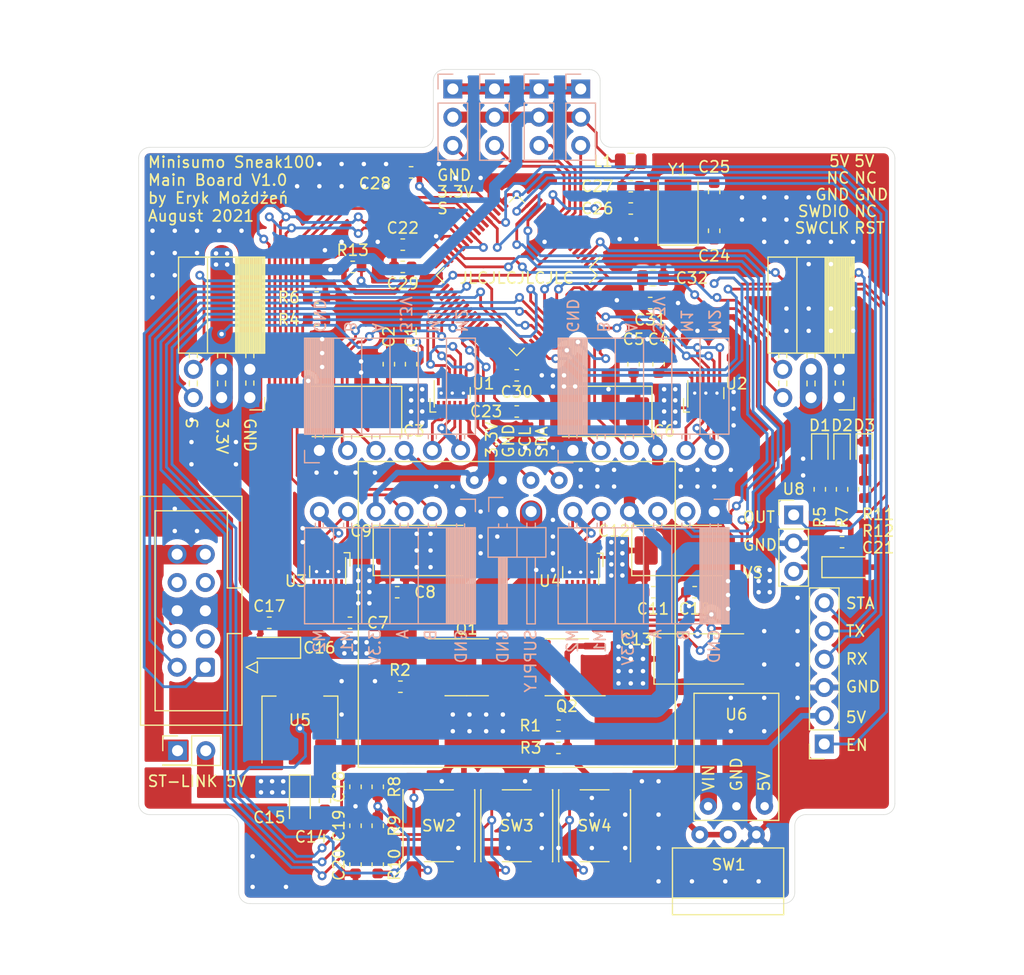
<source format=kicad_pcb>
(kicad_pcb (version 20171130) (host pcbnew "(5.1.6)-1")
  (layers (0 F.Cu signal) (31 B.Cu signal) (34 B.Paste user) (35 F.Paste user) (36 B.SilkS user hide) (37 F.SilkS user) (38 B.Mask user) (39 F.Mask user hide) (44 Edge.Cuts user))
  (net 0 "")
  (net 1 GND)
  (net 2 +3V3)
  (net 3 "Net-(D1-Pad2)")
  (net 4 "Net-(D2-Pad2)")
  (net 5 "Net-(D3-Pad2)")
  (net 6 /motors/LF_OUT1)
  (net 7 /motors/LF_OUT2)
  (net 8 /motors/RF_OUT1)
  (net 9 /motors/RF_OUT2)
  (net 10 /motors/LB_OUT1)
  (net 11 /motors/LB_OUT2)
  (net 12 /motors/RB_OUT1)
  (net 13 /motors/RB_OUT2)
  (net 14 +3.3VADC)
  (net 15 /controller/SWCLK)
  (net 16 /controller/SWDIO)
  (net 17 /controller/LF_A)
  (net 18 /controller/LF_B)
  (net 19 /controller/RF_A)
  (net 20 /controller/RF_B)
  (net 21 /controller/LB_A)
  (net 22 /controller/LB_B)
  (net 23 /controller/RB_A)
  (net 24 /controller/RB_B)
  (net 25 /controller/LINE_LL)
  (net 26 /controller/LINE_LM)
  (net 27 /controller/LINE_RM)
  (net 28 /controller/LINE_RR)
  (net 29 /controller/I2C3_SCL)
  (net 30 /controller/I2C3_SDA)
  (net 31 /controller/LF_IN1)
  (net 32 /controller/LF_IN2)
  (net 33 /controller/RF_IN1)
  (net 34 /controller/RF_IN2)
  (net 35 /controller/LB_IN1)
  (net 36 /controller/LB_IN2)
  (net 37 /controller/RB_IN1)
  (net 38 /controller/RB_IN2)
  (net 39 /interface/BLUETOOTH_RX)
  (net 40 /interface/BLUETOOTH_TX)
  (net 41 /controller/RECEIVER_OUT)
  (net 42 SUPPLY)
  (net 43 +5V)
  (net 44 /controller/BATTERY_SENSE)
  (net 45 "Net-(R3-Pad2)")
  (net 46 /controller/RST)
  (net 47 "Net-(C21-Pad1)")
  (net 48 /interface/BUTTON_L)
  (net 49 /interface/BUTTON_C)
  (net 50 /interface/BUTTON_R)
  (net 51 /interface/LED_RUN)
  (net 52 /interface/LED_ERROR)
  (net 53 "Net-(C22-Pad1)")
  (net 54 "Net-(J5-Pad2)")
  (net 55 "Net-(Q1-Pad5)")
  (net 56 "Net-(Q1-Pad4)")
  (net 57 "Net-(Q2-Pad4)")
  (net 58 /controller/BLUETOOTH_STATUS)
  (net 59 /controller/BLUETOOTH_EN)
  (net 60 "Net-(C23-Pad1)")
  (net 61 /controller/PROXIMITY_LL)
  (net 62 /controller/PROXIMITY_FL)
  (net 63 /controller/PROXIMITY_FR)
  (net 64 /controller/PROXIMITY_RR)
  (net 65 "Net-(C24-Pad1)")
  (net 66 "Net-(C25-Pad1)")
  (net 67 ST-LINK_5V)
  (module Capacitor_Tantalum_SMD:CP_EIA-7343-31_Kemet-D (layer F.Cu) (at 164.5 94.5)
    (fp_text reference C13 (at -6 -1.75) (layer F.SilkS))
    (fp_text value 47uF)
    (pad 2 smd roundrect (at 3.1125 0) (size 2.075 2.55) (layers F.Cu F.Paste F.Mask) (roundrect_rratio 0.120482) (net 1 GND))
    (pad 1 smd roundrect (at -3.1125 0) (size 2.075 2.55) (layers F.Cu F.Paste F.Mask) (roundrect_rratio 0.12) (net 42 SUPPLY))
  )
  (module Capacitor_Tantalum_SMD:CP_EIA-7343-31_Kemet-D (layer F.Cu) (at 162.5 84.75)
    (fp_text reference C12 (at -6 -1.75) (layer F.SilkS))
    (fp_text value 47uF)
    (pad 2 smd roundrect (at 3.1125 0) (size 2.075 2.55) (layers F.Cu F.Paste F.Mask) (roundrect_rratio 0.12) (net 1 GND))
    (pad 1 smd roundrect (at -3.1125 0) (size 2.075 2.55) (layers F.Cu F.Paste F.Mask) (roundrect_rratio 0.120482) (net 42 SUPPLY))
  )
  (module Capacitor_Tantalum_SMD:CP_EIA-7343-31_Kemet-D (layer F.Cu) (at 139.25 84.75)
    (fp_text reference C9 (at -5.5 -1.75) (layer F.SilkS))
    (fp_text value 47uF)
    (pad 2 smd roundrect (at 3.1125 0) (size 2.075 2.55) (layers F.Cu F.Paste F.Mask) (roundrect_rratio 0.12) (net 1 GND))
    (pad 1 smd roundrect (at -3.1125 0) (size 2.075 2.55) (layers F.Cu F.Paste F.Mask) (roundrect_rratio 0.120482) (net 42 SUPPLY))
  )
  (module Capacitor_Tantalum_SMD:CP_EIA-7343-31_Kemet-D (layer F.Cu) (at 155.5 72.25 180)
    (fp_text reference C6 (at -5.5 -1.75) (layer F.SilkS))
    (fp_text value 47uF)
    (pad 2 smd roundrect (at 3.1125 0 180) (size 2.075 2.55) (layers F.Cu F.Paste F.Mask) (roundrect_rratio 0.12) (net 1 GND))
    (pad 1 smd roundrect (at -3.1125 0 180) (size 2.075 2.55) (layers F.Cu F.Paste F.Mask) (roundrect_rratio 0.120482) (net 42 SUPPLY))
  )
  (module Capacitor_Tantalum_SMD:CP_EIA-7343-31_Kemet-D (layer F.Cu) (at 133 72.25 180)
    (fp_text reference C3 (at -5.5 -1.75) (layer F.SilkS))
    (fp_text value 47uF)
    (pad 2 smd roundrect (at 3.1125 0 180) (size 2.075 2.55) (layers F.Cu F.Paste F.Mask) (roundrect_rratio 0.12) (net 1 GND))
    (pad 1 smd roundrect (at -3.1125 0 180) (size 2.075 2.55) (layers F.Cu F.Paste F.Mask) (roundrect_rratio 0.120482) (net 42 SUPPLY))
  )
  (module sneak100_lib:DRV8835_hand_solder (layer F.Cu) (at 153.4 86.75 270)
    (fp_text reference U4 (at 0.75 2.65 180) (layer F.SilkS))
    (fp_text value DRV8835)
    (pad 2 smd rect (at -1.375 -0.85 270) (size 1.25 0.25) (layers F.Cu F.Paste F.Mask) (net 12 /motors/RB_OUT1))
    (pad 3 smd rect (at -1.375 -0.35 270) (size 1.25 0.25) (layers F.Cu F.Paste F.Mask) (net 13 /motors/RB_OUT2))
    (pad 4 smd rect (at -1.375 0.125 270) (size 1.25 0.25) (layers F.Cu F.Paste F.Mask) (net 12 /motors/RB_OUT1))
    (pad 5 smd rect (at -1.375 0.625 270) (size 1.25 0.25) (layers F.Cu F.Paste F.Mask) (net 13 /motors/RB_OUT2))
    (pad 1 smd rect (at -1.375 -1.35 270) (size 1.25 0.25) (layers F.Cu F.Paste F.Mask) (net 42 SUPPLY))
    (pad 7 smd rect (at 1.275 1.15 270) (size 1.25 0.25) (layers F.Cu F.Paste F.Mask) (net 38 /controller/RB_IN2))
    (pad 13 smd rect (at -0.05 -0.1 270) (size 1 2.65) (layers B.Cu) (net 1 GND))
    (pad 12 smd rect (at 1.275 -1.35 270) (size 1.25 0.25) (layers F.Cu F.Paste F.Mask) (net 2 +3V3))
    (pad 13 smd rect (at -0.05 -0.1 270) (size 1 2.65) (layers F.Cu F.Mask) (net 1 GND))
    (pad 11 smd rect (at 1.275 -0.85 270) (size 1.25 0.25) (layers F.Cu F.Paste F.Mask) (net 1 GND))
    (pad 13 thru_hole circle (at -0.05 -0.1) (size 0.6 0.6) (drill 0.3) (layers *.Cu) (net 1 GND))
    (pad 10 smd rect (at 1.275 -0.35 270) (size 1.25 0.25) (layers F.Cu F.Paste F.Mask) (net 37 /controller/RB_IN1))
    (pad 13 thru_hole circle (at -0.05 0.9 90) (size 0.6 0.6) (drill 0.3) (layers *.Cu) (net 1 GND))
    (pad 13 thru_hole circle (at -0.05 -1.1) (size 0.6 0.6) (drill 0.3) (layers *.Cu) (net 1 GND))
    (pad 9 smd rect (at 1.275 0.15 270) (size 1.25 0.25) (layers F.Cu F.Paste F.Mask) (net 38 /controller/RB_IN2))
    (pad 6 smd rect (at -1.375 1.15 270) (size 1.25 0.25) (layers F.Cu F.Paste F.Mask) (net 1 GND))
    (pad 8 smd rect (at 1.275 0.65 270) (size 1.25 0.25) (layers F.Cu F.Paste F.Mask) (net 37 /controller/RB_IN1))
  )
  (module sneak100_lib:DRV8835_hand_solder (layer F.Cu) (at 130.65 86.7 270)
    (fp_text reference U3 (at 0.8 2.75 180) (layer F.SilkS))
    (fp_text value DRV8835)
    (pad 2 smd rect (at -1.375 -0.85 270) (size 1.25 0.25) (layers F.Cu F.Paste F.Mask) (net 10 /motors/LB_OUT1))
    (pad 3 smd rect (at -1.375 -0.35 270) (size 1.25 0.25) (layers F.Cu F.Paste F.Mask) (net 11 /motors/LB_OUT2))
    (pad 4 smd rect (at -1.375 0.125 270) (size 1.25 0.25) (layers F.Cu F.Paste F.Mask) (net 10 /motors/LB_OUT1))
    (pad 5 smd rect (at -1.375 0.625 270) (size 1.25 0.25) (layers F.Cu F.Paste F.Mask) (net 11 /motors/LB_OUT2))
    (pad 1 smd rect (at -1.375 -1.35 270) (size 1.25 0.25) (layers F.Cu F.Paste F.Mask) (net 42 SUPPLY))
    (pad 7 smd rect (at 1.275 1.15 270) (size 1.25 0.25) (layers F.Cu F.Paste F.Mask) (net 36 /controller/LB_IN2))
    (pad 13 smd rect (at -0.05 -0.1 270) (size 1 2.65) (layers B.Cu) (net 1 GND))
    (pad 12 smd rect (at 1.275 -1.35 270) (size 1.25 0.25) (layers F.Cu F.Paste F.Mask) (net 2 +3V3))
    (pad 13 smd rect (at -0.05 -0.1 270) (size 1 2.65) (layers F.Cu F.Mask) (net 1 GND))
    (pad 11 smd rect (at 1.275 -0.85 270) (size 1.25 0.25) (layers F.Cu F.Paste F.Mask) (net 1 GND))
    (pad 13 thru_hole circle (at -0.05 -0.1) (size 0.6 0.6) (drill 0.3) (layers *.Cu) (net 1 GND))
    (pad 10 smd rect (at 1.275 -0.35 270) (size 1.25 0.25) (layers F.Cu F.Paste F.Mask) (net 35 /controller/LB_IN1))
    (pad 13 thru_hole circle (at -0.05 0.9 90) (size 0.6 0.6) (drill 0.3) (layers *.Cu) (net 1 GND))
    (pad 13 thru_hole circle (at -0.05 -1.1) (size 0.6 0.6) (drill 0.3) (layers *.Cu) (net 1 GND))
    (pad 9 smd rect (at 1.275 0.15 270) (size 1.25 0.25) (layers F.Cu F.Paste F.Mask) (net 36 /controller/LB_IN2))
    (pad 6 smd rect (at -1.375 1.15 270) (size 1.25 0.25) (layers F.Cu F.Paste F.Mask) (net 1 GND))
    (pad 8 smd rect (at 1.275 0.65 270) (size 1.25 0.25) (layers F.Cu F.Paste F.Mask) (net 35 /controller/LB_IN1))
  )
  (module sneak100_lib:DRV8835_hand_solder (layer F.Cu) (at 164.85 70.55 90)
    (fp_text reference U2 (at 0.8 2.65 180) (layer F.SilkS))
    (fp_text value DRV8835)
    (pad 2 smd rect (at -1.375 -0.85 90) (size 1.25 0.25) (layers F.Cu F.Paste F.Mask) (net 8 /motors/RF_OUT1))
    (pad 3 smd rect (at -1.375 -0.35 90) (size 1.25 0.25) (layers F.Cu F.Paste F.Mask) (net 9 /motors/RF_OUT2))
    (pad 4 smd rect (at -1.375 0.125 90) (size 1.25 0.25) (layers F.Cu F.Paste F.Mask) (net 8 /motors/RF_OUT1))
    (pad 5 smd rect (at -1.375 0.625 90) (size 1.25 0.25) (layers F.Cu F.Paste F.Mask) (net 9 /motors/RF_OUT2))
    (pad 1 smd rect (at -1.375 -1.35 90) (size 1.25 0.25) (layers F.Cu F.Paste F.Mask) (net 42 SUPPLY))
    (pad 7 smd rect (at 1.275 1.15 90) (size 1.25 0.25) (layers F.Cu F.Paste F.Mask) (net 34 /controller/RF_IN2))
    (pad 13 smd rect (at -0.05 -0.1 90) (size 1 2.65) (layers B.Cu) (net 1 GND))
    (pad 12 smd rect (at 1.275 -1.35 90) (size 1.25 0.25) (layers F.Cu F.Paste F.Mask) (net 2 +3V3))
    (pad 13 smd rect (at -0.05 -0.1 90) (size 1 2.65) (layers F.Cu F.Mask) (net 1 GND))
    (pad 11 smd rect (at 1.275 -0.85 90) (size 1.25 0.25) (layers F.Cu F.Paste F.Mask) (net 1 GND))
    (pad 13 thru_hole circle (at -0.05 -0.1 180) (size 0.6 0.6) (drill 0.3) (layers *.Cu) (net 1 GND))
    (pad 10 smd rect (at 1.275 -0.35 90) (size 1.25 0.25) (layers F.Cu F.Paste F.Mask) (net 33 /controller/RF_IN1))
    (pad 13 thru_hole circle (at -0.05 0.9 270) (size 0.6 0.6) (drill 0.3) (layers *.Cu) (net 1 GND))
    (pad 13 thru_hole circle (at -0.05 -1.1 180) (size 0.6 0.6) (drill 0.3) (layers *.Cu) (net 1 GND))
    (pad 9 smd rect (at 1.275 0.15 90) (size 1.25 0.25) (layers F.Cu F.Paste F.Mask) (net 34 /controller/RF_IN2))
    (pad 6 smd rect (at -1.375 1.15 90) (size 1.25 0.25) (layers F.Cu F.Paste F.Mask) (net 1 GND))
    (pad 8 smd rect (at 1.275 0.65 90) (size 1.25 0.25) (layers F.Cu F.Paste F.Mask) (net 33 /controller/RF_IN1))
  )
  (module sneak100_lib:DRV8835_hand_solder (layer F.Cu) (at 142.05 70.55 90)
    (fp_text reference U1 (at 0.8 2.7 180) (layer F.SilkS))
    (fp_text value DRV8835)
    (pad 2 smd rect (at -1.375 -0.85 90) (size 1.25 0.25) (layers F.Cu F.Paste F.Mask) (net 6 /motors/LF_OUT1))
    (pad 3 smd rect (at -1.375 -0.35 90) (size 1.25 0.25) (layers F.Cu F.Paste F.Mask) (net 7 /motors/LF_OUT2))
    (pad 4 smd rect (at -1.375 0.125 90) (size 1.25 0.25) (layers F.Cu F.Paste F.Mask) (net 6 /motors/LF_OUT1))
    (pad 5 smd rect (at -1.375 0.625 90) (size 1.25 0.25) (layers F.Cu F.Paste F.Mask) (net 7 /motors/LF_OUT2))
    (pad 1 smd rect (at -1.375 -1.35 90) (size 1.25 0.25) (layers F.Cu F.Paste F.Mask) (net 42 SUPPLY))
    (pad 7 smd rect (at 1.275 1.15 90) (size 1.25 0.25) (layers F.Cu F.Paste F.Mask) (net 32 /controller/LF_IN2))
    (pad 13 smd rect (at -0.05 -0.1 90) (size 1 2.65) (layers B.Cu) (net 1 GND))
    (pad 12 smd rect (at 1.275 -1.35 90) (size 1.25 0.25) (layers F.Cu F.Paste F.Mask) (net 2 +3V3))
    (pad 13 smd rect (at -0.05 -0.1 90) (size 1 2.65) (layers F.Cu F.Mask) (net 1 GND))
    (pad 11 smd rect (at 1.275 -0.85 90) (size 1.25 0.25) (layers F.Cu F.Paste F.Mask) (net 1 GND))
    (pad 13 thru_hole circle (at -0.05 -0.1 180) (size 0.6 0.6) (drill 0.3) (layers *.Cu) (net 1 GND))
    (pad 10 smd rect (at 1.275 -0.35 90) (size 1.25 0.25) (layers F.Cu F.Paste F.Mask) (net 31 /controller/LF_IN1))
    (pad 13 thru_hole circle (at -0.05 0.9 270) (size 0.6 0.6) (drill 0.3) (layers *.Cu) (net 1 GND))
    (pad 13 thru_hole circle (at -0.05 -1.1 180) (size 0.6 0.6) (drill 0.3) (layers *.Cu) (net 1 GND))
    (pad 9 smd rect (at 1.275 0.15 90) (size 1.25 0.25) (layers F.Cu F.Paste F.Mask) (net 32 /controller/LF_IN2))
    (pad 6 smd rect (at -1.375 1.15 90) (size 1.25 0.25) (layers F.Cu F.Paste F.Mask) (net 1 GND))
    (pad 8 smd rect (at 1.275 0.65 90) (size 1.25 0.25) (layers F.Cu F.Paste F.Mask) (net 31 /controller/LF_IN1))
  )
  (module Connector_IDC:IDC-Header_2x05_P2.54mm_Vertical (layer F.Cu) (at 119.75 95.25 180)
    (fp_text reference J13)
    (fp_text value Conn_02x05_Odd_Even)
    (pad 10 thru_hole circle (at 2.54 10.16 180) (size 1.7 1.7) (drill 1) (layers *.Cu *.Mask) (net 67 ST-LINK_5V))
    (pad 8 thru_hole circle (at 2.54 7.62 180) (size 1.7 1.7) (drill 1) (layers *.Cu *.Mask))
    (pad 6 thru_hole circle (at 2.54 5.08 180) (size 1.7 1.7) (drill 1) (layers *.Cu *.Mask) (net 1 GND))
    (pad 4 thru_hole circle (at 2.54 2.54 180) (size 1.7 1.7) (drill 1) (layers *.Cu *.Mask) (net 16 /controller/SWDIO))
    (pad 2 thru_hole circle (at 2.54 0 180) (size 1.7 1.7) (drill 1) (layers *.Cu *.Mask) (net 15 /controller/SWCLK))
    (pad 9 thru_hole circle (at 0 10.16 180) (size 1.7 1.7) (drill 1) (layers *.Cu *.Mask) (net 67 ST-LINK_5V))
    (pad 7 thru_hole circle (at 0 7.62 180) (size 1.7 1.7) (drill 1) (layers *.Cu *.Mask))
    (pad 5 thru_hole circle (at 0 5.08 180) (size 1.7 1.7) (drill 1) (layers *.Cu *.Mask) (net 1 GND))
    (pad 3 thru_hole circle (at 0 2.54 180) (size 1.7 1.7) (drill 1) (layers *.Cu *.Mask))
    (pad 1 thru_hole roundrect (at 0 0 180) (size 1.7 1.7) (drill 1) (layers *.Cu *.Mask) (roundrect_rratio 0.147059) (net 46 /controller/RST))
  )
  (module Connector_PinSocket_2.54mm:PinSocket_2x03_P2.54mm_Horizontal (layer F.Cu) (at 176.75 71 270)
    (fp_text reference J12)
    (fp_text value Conn_02x03_Odd_Even)
    (pad 6 thru_hole oval (at -2.54 5.08 270) (size 1.7 1.7) (drill 1) (layers *.Cu *.Mask) (net 64 /controller/PROXIMITY_RR))
    (pad 5 thru_hole oval (at 0 5.08 270) (size 1.7 1.7) (drill 1) (layers *.Cu *.Mask) (net 63 /controller/PROXIMITY_FR))
    (pad 4 thru_hole oval (at -2.54 2.54 270) (size 1.7 1.7) (drill 1) (layers *.Cu *.Mask) (net 2 +3V3))
    (pad 3 thru_hole oval (at 0 2.54 270) (size 1.7 1.7) (drill 1) (layers *.Cu *.Mask) (net 2 +3V3))
    (pad 2 thru_hole oval (at -2.54 0 270) (size 1.7 1.7) (drill 1) (layers *.Cu *.Mask) (net 1 GND))
    (pad 1 thru_hole rect (at 0 0 270) (size 1.7 1.7) (drill 1) (layers *.Cu *.Mask) (net 1 GND))
  )
  (module Connector_PinSocket_2.54mm:PinSocket_2x03_P2.54mm_Horizontal (layer F.Cu) (at 123.75 71 270)
    (fp_text reference J11)
    (fp_text value Conn_02x03_Odd_Even)
    (pad 6 thru_hole oval (at -2.54 5.08 270) (size 1.7 1.7) (drill 1) (layers *.Cu *.Mask) (net 62 /controller/PROXIMITY_FL))
    (pad 5 thru_hole oval (at 0 5.08 270) (size 1.7 1.7) (drill 1) (layers *.Cu *.Mask) (net 61 /controller/PROXIMITY_LL))
    (pad 4 thru_hole oval (at -2.54 2.54 270) (size 1.7 1.7) (drill 1) (layers *.Cu *.Mask) (net 2 +3V3))
    (pad 3 thru_hole oval (at 0 2.54 270) (size 1.7 1.7) (drill 1) (layers *.Cu *.Mask) (net 2 +3V3))
    (pad 2 thru_hole oval (at -2.54 0 270) (size 1.7 1.7) (drill 1) (layers *.Cu *.Mask) (net 1 GND))
    (pad 1 thru_hole rect (at 0 0 270) (size 1.7 1.7) (drill 1) (layers *.Cu *.Mask) (net 1 GND))
  )
  (module Connector_PinSocket_2.54mm:PinSocket_1x03_P2.54mm_Vertical (layer B.Cu) (at 153.5 43.25 180)
    (fp_text reference J9)
    (fp_text value Conn_01x03)
    (pad 3 thru_hole oval (at 0 -5.08 180) (size 1.7 1.7) (drill 1) (layers *.Cu *.Mask) (net 28 /controller/LINE_RR))
    (pad 2 thru_hole oval (at 0 -2.54 180) (size 1.7 1.7) (drill 1) (layers *.Cu *.Mask) (net 2 +3V3))
    (pad 1 thru_hole rect (at 0 0 180) (size 1.7 1.7) (drill 1) (layers *.Cu *.Mask) (net 1 GND))
  )
  (module Connector_PinSocket_2.54mm:PinSocket_1x03_P2.54mm_Vertical (layer B.Cu) (at 149.75 43.25 180)
    (fp_text reference J8)
    (fp_text value Conn_01x03)
    (pad 3 thru_hole oval (at 0 -5.08 180) (size 1.7 1.7) (drill 1) (layers *.Cu *.Mask) (net 27 /controller/LINE_RM))
    (pad 2 thru_hole oval (at 0 -2.54 180) (size 1.7 1.7) (drill 1) (layers *.Cu *.Mask) (net 2 +3V3))
    (pad 1 thru_hole rect (at 0 0 180) (size 1.7 1.7) (drill 1) (layers *.Cu *.Mask) (net 1 GND))
  )
  (module Connector_PinSocket_2.54mm:PinSocket_1x03_P2.54mm_Vertical (layer B.Cu) (at 145.75 43.25 180)
    (fp_text reference J7)
    (fp_text value Conn_01x03)
    (pad 3 thru_hole oval (at 0 -5.08 180) (size 1.7 1.7) (drill 1) (layers *.Cu *.Mask) (net 26 /controller/LINE_LM))
    (pad 2 thru_hole oval (at 0 -2.54 180) (size 1.7 1.7) (drill 1) (layers *.Cu *.Mask) (net 2 +3V3))
    (pad 1 thru_hole rect (at 0 0 180) (size 1.7 1.7) (drill 1) (layers *.Cu *.Mask) (net 1 GND))
  )
  (module Connector_PinSocket_2.54mm:PinSocket_1x03_P2.54mm_Vertical (layer B.Cu) (at 142 43.25 180)
    (fp_text reference J6)
    (fp_text value Conn_01x03)
    (pad 3 thru_hole oval (at 0 -5.08 180) (size 1.7 1.7) (drill 1) (layers *.Cu *.Mask) (net 25 /controller/LINE_LL))
    (pad 2 thru_hole oval (at 0 -2.54 180) (size 1.7 1.7) (drill 1) (layers *.Cu *.Mask) (net 2 +3V3))
    (pad 1 thru_hole rect (at 0 0 180) (size 1.7 1.7) (drill 1) (layers *.Cu *.Mask) (net 1 GND))
  )
  (module Capacitor_Tantalum_SMD:CP_EIA-3216-18_Kemet-A (layer F.Cu) (at 177.5 86.25)
    (fp_text reference C21 (at 2.75 -1.75) (layer F.SilkS))
    (fp_text value 4.7uF)
    (pad 2 smd roundrect (at 1.35 0) (size 1.4 1.35) (layers F.Cu F.Paste F.Mask) (roundrect_rratio 0.185185) (net 1 GND))
    (pad 1 smd roundrect (at -1.35 0) (size 1.4 1.35) (layers F.Cu F.Paste F.Mask) (roundrect_rratio 0.185185) (net 47 "Net-(C21-Pad1)"))
  )
  (module Connector_PinHeader_2.54mm:PinHeader_2x01_P2.54mm_Vertical (layer F.Cu) (at 117.25 102.75)
    (fp_text reference JP1)
    (fp_text value Jumper_2_Open)
    (pad 2 thru_hole oval (at 2.54 0) (size 1.7 1.7) (drill 1) (layers *.Cu *.Mask) (net 43 +5V))
    (pad 1 thru_hole rect (at 0 0) (size 1.7 1.7) (drill 1) (layers *.Cu *.Mask) (net 67 ST-LINK_5V))
  )
  (module Capacitor_Tantalum_SMD:CP_EIA-3216-18_Kemet-A (layer F.Cu) (at 126 93.5 180)
    (fp_text reference C16 (at -4 0) (layer F.SilkS))
    (fp_text value 4.7uF)
    (pad 2 smd roundrect (at 1.35 0 180) (size 1.4 1.35) (layers F.Cu F.Paste F.Mask) (roundrect_rratio 0.185185) (net 1 GND))
    (pad 1 smd roundrect (at -1.35 0 180) (size 1.4 1.35) (layers F.Cu F.Paste F.Mask) (roundrect_rratio 0.185185) (net 2 +3V3))
  )
  (module Capacitor_Tantalum_SMD:CP_EIA-3216-18_Kemet-A (layer F.Cu) (at 128.25 107.25 270)
    (fp_text reference C15 (at 1.5 2.75 180) (layer F.SilkS))
    (fp_text value 4.7uF)
    (pad 2 smd roundrect (at 1.35 0 270) (size 1.4 1.35) (layers F.Cu F.Paste F.Mask) (roundrect_rratio 0.185185) (net 1 GND))
    (pad 1 smd roundrect (at -1.35 0 270) (size 1.4 1.35) (layers F.Cu F.Paste F.Mask) (roundrect_rratio 0.185185) (net 43 +5V))
  )
  (module Package_SO:SOIC-8_3.9x4.9mm_P1.27mm (layer F.Cu) (at 152.25 95.25 180)
    (fp_text reference Q2 (at 0 -3.5) (layer F.SilkS))
    (fp_text value AO4407)
    (pad 8 smd roundrect (at 2.475 -1.905 180) (size 1.95 0.6) (layers F.Cu F.Paste F.Mask) (net 55 "Net-(Q1-Pad5)"))
    (pad 7 smd roundrect (at 2.475 -0.635 180) (size 1.95 0.6) (layers F.Cu F.Paste F.Mask) (net 55 "Net-(Q1-Pad5)"))
    (pad 6 smd roundrect (at 2.475 0.635 180) (size 1.95 0.6) (layers F.Cu F.Paste F.Mask) (net 55 "Net-(Q1-Pad5)"))
    (pad 5 smd roundrect (at 2.475 1.905 180) (size 1.95 0.6) (layers F.Cu F.Paste F.Mask) (net 55 "Net-(Q1-Pad5)"))
    (pad 4 smd roundrect (at -2.475 1.905 180) (size 1.95 0.6) (layers F.Cu F.Paste F.Mask) (net 57 "Net-(Q2-Pad4)"))
    (pad 3 smd roundrect (at -2.475 0.635 180) (size 1.95 0.6) (layers F.Cu F.Paste F.Mask) (net 42 SUPPLY))
    (pad 2 smd roundrect (at -2.475 -0.635 180) (size 1.95 0.6) (layers F.Cu F.Paste F.Mask) (net 42 SUPPLY))
    (pad 1 smd roundrect (at -2.475 -1.905 180) (size 1.95 0.6) (layers F.Cu F.Paste F.Mask) (net 42 SUPPLY))
  )
  (module Package_SO:SOIC-8_3.9x4.9mm_P1.27mm (layer F.Cu) (at 143.25 95.25)
    (fp_text reference Q1 (at 0 -3.45) (layer F.SilkS))
    (fp_text value AO4407)
    (pad 8 smd roundrect (at 2.475 -1.905) (size 1.95 0.6) (layers F.Cu F.Paste F.Mask) (net 55 "Net-(Q1-Pad5)"))
    (pad 7 smd roundrect (at 2.475 -0.635) (size 1.95 0.6) (layers F.Cu F.Paste F.Mask) (net 55 "Net-(Q1-Pad5)"))
    (pad 6 smd roundrect (at 2.475 0.635) (size 1.95 0.6) (layers F.Cu F.Paste F.Mask) (net 55 "Net-(Q1-Pad5)"))
    (pad 5 smd roundrect (at 2.475 1.905) (size 1.95 0.6) (layers F.Cu F.Paste F.Mask) (net 55 "Net-(Q1-Pad5)"))
    (pad 4 smd roundrect (at -2.475 1.905) (size 1.95 0.6) (layers F.Cu F.Paste F.Mask) (net 56 "Net-(Q1-Pad4)"))
    (pad 3 smd roundrect (at -2.475 0.635) (size 1.95 0.6) (layers F.Cu F.Paste F.Mask) (net 54 "Net-(J5-Pad2)"))
    (pad 2 smd roundrect (at -2.475 -0.635) (size 1.95 0.6) (layers F.Cu F.Paste F.Mask) (net 54 "Net-(J5-Pad2)"))
    (pad 1 smd roundrect (at -2.475 -1.905) (size 1.95 0.6) (layers F.Cu F.Paste F.Mask) (net 54 "Net-(J5-Pad2)"))
  )
  (module Connector_PinHeader_2.54mm:PinHeader_1x02_P2.54mm_Horizontal (layer B.Cu) (at 146.5 81.25 270)
    (fp_text reference J5)
    (fp_text value Conn_01x02)
    (pad 2 thru_hole oval (at 0 -2.54 270) (size 1.7 1.7) (drill 1) (layers *.Cu *.Mask) (net 54 "Net-(J5-Pad2)"))
    (pad 1 thru_hole rect (at 0 0 270) (size 1.7 1.7) (drill 1) (layers *.Cu *.Mask) (net 1 GND))
  )
  (module Connector_PinSocket_2.54mm:PinSocket_1x06_P2.54mm_Horizontal (layer B.Cu) (at 165.5 81.25 90)
    (fp_text reference J4)
    (fp_text value Conn_01x06)
    (pad 6 thru_hole oval (at 0 -12.7 90) (size 1.7 1.7) (drill 1) (layers *.Cu *.Mask) (net 13 /motors/RB_OUT2))
    (pad 5 thru_hole oval (at 0 -10.16 90) (size 1.7 1.7) (drill 1) (layers *.Cu *.Mask) (net 12 /motors/RB_OUT1))
    (pad 4 thru_hole oval (at 0 -7.62 90) (size 1.7 1.7) (drill 1) (layers *.Cu *.Mask) (net 2 +3V3))
    (pad 3 thru_hole oval (at 0 -5.08 90) (size 1.7 1.7) (drill 1) (layers *.Cu *.Mask) (net 23 /controller/RB_A))
    (pad 2 thru_hole oval (at 0 -2.54 90) (size 1.7 1.7) (drill 1) (layers *.Cu *.Mask) (net 24 /controller/RB_B))
    (pad 1 thru_hole rect (at 0 0 90) (size 1.7 1.7) (drill 1) (layers *.Cu *.Mask) (net 1 GND))
  )
  (module Connector_PinSocket_2.54mm:PinSocket_1x06_P2.54mm_Horizontal (layer B.Cu) (at 142.7 81.25 90)
    (fp_text reference J3)
    (fp_text value Conn_01x06)
    (pad 6 thru_hole oval (at 0 -12.7 90) (size 1.7 1.7) (drill 1) (layers *.Cu *.Mask) (net 11 /motors/LB_OUT2))
    (pad 5 thru_hole oval (at 0 -10.16 90) (size 1.7 1.7) (drill 1) (layers *.Cu *.Mask) (net 10 /motors/LB_OUT1))
    (pad 4 thru_hole oval (at 0 -7.62 90) (size 1.7 1.7) (drill 1) (layers *.Cu *.Mask) (net 2 +3V3))
    (pad 3 thru_hole oval (at 0 -5.08 90) (size 1.7 1.7) (drill 1) (layers *.Cu *.Mask) (net 21 /controller/LB_A))
    (pad 2 thru_hole oval (at 0 -2.54 90) (size 1.7 1.7) (drill 1) (layers *.Cu *.Mask) (net 22 /controller/LB_B))
    (pad 1 thru_hole rect (at 0 0 90) (size 1.7 1.7) (drill 1) (layers *.Cu *.Mask) (net 1 GND))
  )
  (module Connector_PinSocket_2.54mm:PinSocket_1x06_P2.54mm_Horizontal (layer B.Cu) (at 152.8 75.75 270)
    (fp_text reference J2)
    (fp_text value Conn_01x06)
    (pad 6 thru_hole oval (at 0 -12.7 270) (size 1.7 1.7) (drill 1) (layers *.Cu *.Mask) (net 9 /motors/RF_OUT2))
    (pad 5 thru_hole oval (at 0 -10.16 270) (size 1.7 1.7) (drill 1) (layers *.Cu *.Mask) (net 8 /motors/RF_OUT1))
    (pad 4 thru_hole oval (at 0 -7.62 270) (size 1.7 1.7) (drill 1) (layers *.Cu *.Mask) (net 2 +3V3))
    (pad 3 thru_hole oval (at 0 -5.08 270) (size 1.7 1.7) (drill 1) (layers *.Cu *.Mask) (net 19 /controller/RF_A))
    (pad 2 thru_hole oval (at 0 -2.54 270) (size 1.7 1.7) (drill 1) (layers *.Cu *.Mask) (net 20 /controller/RF_B))
    (pad 1 thru_hole rect (at 0 0 270) (size 1.7 1.7) (drill 1) (layers *.Cu *.Mask) (net 1 GND))
  )
  (module Connector_PinSocket_2.54mm:PinSocket_1x06_P2.54mm_Horizontal (layer B.Cu) (at 130 75.75 270)
    (fp_text reference J1)
    (fp_text value Conn_01x06)
    (pad 6 thru_hole oval (at 0 -12.7 270) (size 1.7 1.7) (drill 1) (layers *.Cu *.Mask) (net 7 /motors/LF_OUT2))
    (pad 5 thru_hole oval (at 0 -10.16 270) (size 1.7 1.7) (drill 1) (layers *.Cu *.Mask) (net 6 /motors/LF_OUT1))
    (pad 4 thru_hole oval (at 0 -7.62 270) (size 1.7 1.7) (drill 1) (layers *.Cu *.Mask) (net 2 +3V3))
    (pad 3 thru_hole oval (at 0 -5.08 270) (size 1.7 1.7) (drill 1) (layers *.Cu *.Mask) (net 17 /controller/LF_A))
    (pad 2 thru_hole oval (at 0 -2.54 270) (size 1.7 1.7) (drill 1) (layers *.Cu *.Mask) (net 18 /controller/LF_B))
    (pad 1 thru_hole rect (at 0 0 270) (size 1.7 1.7) (drill 1) (layers *.Cu *.Mask) (net 1 GND))
  )
  (module sneak100_lib:ESP2010_90 (layer F.Cu) (at 166.75 110.3)
    (fp_text reference SW1 (at 0.05 2.7 180) (layer F.SilkS))
    (fp_text value SW_Push_SPDT)
    (pad 3 thru_hole circle (at 2.54 0) (size 1.524 1.524) (drill 0.762) (layers *.Cu *.Mask) (net 1 GND))
    (pad 2 thru_hole circle (at 0 0) (size 1.524 1.524) (drill 0.762) (layers *.Cu *.Mask) (net 45 "Net-(R3-Pad2)"))
    (pad 1 thru_hole circle (at -2.54 0) (size 1.524 1.524) (drill 0.762) (layers *.Cu *.Mask) (net 45 "Net-(R3-Pad2)"))
  )
  (module sneak100_lib:SSD1306_module (layer F.Cu) (at 147.75 78.25 180)
    (fp_text reference U7)
    (fp_text value SSD1306)
    (pad "" smd rect (at -10.5 -23.25 180) (size 7 5) (layers F.Cu F.Mask))
    (pad "" smd rect (at 10.5 -23.25 180) (size 7 5) (layers F.Cu F.Mask))
    (pad 4 thru_hole circle (at -3.81 -0.19 180) (size 1.524 1.524) (drill 0.762) (layers *.Cu *.Mask) (net 30 /controller/I2C3_SDA))
    (pad 3 thru_hole circle (at -1.27 -0.19 180) (size 1.524 1.524) (drill 0.762) (layers *.Cu *.Mask) (net 29 /controller/I2C3_SCL))
    (pad 2 thru_hole circle (at 1.27 -0.19 180) (size 1.524 1.524) (drill 0.762) (layers *.Cu *.Mask) (net 1 GND))
    (pad 1 thru_hole circle (at 3.81 -0.19 180) (size 1.524 1.524) (drill 0.762) (layers *.Cu *.Mask) (net 2 +3V3))
  )
  (module sneak100_lib:S9V11F5_module (layer F.Cu) (at 167.5 107.75)
    (fp_text reference U6 (at 0 -8.25) (layer F.SilkS))
    (fp_text value S9V11F5)
    (pad 3 thru_hole circle (at 2.54 0) (size 1.524 1.524) (drill 0.762) (layers *.Cu *.Mask) (net 43 +5V))
    (pad 2 thru_hole rect (at 0 0) (size 1.524 1.524) (drill 0.762) (layers *.Cu *.Mask) (net 1 GND))
    (pad 1 thru_hole circle (at -2.54 0) (size 1.524 1.524) (drill 0.762) (layers *.Cu *.Mask) (net 42 SUPPLY))
  )
  (module Package_TO_SOT_SMD:SOT-223-3_TabPin2 (layer F.Cu) (at 128.25 99.75 90)
    (fp_text reference U5 (at -0.25 0 180) (layer F.SilkS))
    (fp_text value LM1117-3.3)
    (pad 1 smd rect (at -3.15 -2.3 90) (size 2 1.5) (layers F.Cu F.Paste F.Mask) (net 1 GND))
    (pad 3 smd rect (at -3.15 2.3 90) (size 2 1.5) (layers F.Cu F.Paste F.Mask) (net 43 +5V))
    (pad 2 smd rect (at -3.15 0 90) (size 2 1.5) (layers F.Cu F.Paste F.Mask) (net 2 +3V3))
    (pad 2 smd rect (at 3.15 0 90) (size 2 3.8) (layers F.Cu F.Paste F.Mask) (net 2 +3V3))
  )
  (module Connector_PinHeader_2.54mm:PinHeader_1x03_P2.54mm_Vertical (layer F.Cu) (at 172.65 81.55)
    (fp_text reference U8 (at 0 -2.33) (layer F.SilkS))
    (fp_text value TSOP4838)
    (pad 3 thru_hole oval (at 0 5.08) (size 1.7 1.7) (drill 1) (layers *.Cu *.Mask) (net 47 "Net-(C21-Pad1)"))
    (pad 2 thru_hole oval (at 0 2.54) (size 1.7 1.7) (drill 1) (layers *.Cu *.Mask) (net 1 GND))
    (pad 1 thru_hole rect (at 0 0) (size 1.7 1.7) (drill 1) (layers *.Cu *.Mask) (net 41 /controller/RECEIVER_OUT))
  )
  (module Package_QFP:LQFP-64_10x10mm_P0.5mm (layer F.Cu) (at 147.75 60 225)
    (fp_text reference U9)
    (fp_text value STM32F405RGTx)
    (pad 64 smd roundrect (at -3.75 -5.675 225) (size 0.3 1.55) (layers F.Cu F.Paste F.Mask) (net 2 +3V3))
    (pad 63 smd roundrect (at -3.25 -5.675 225) (size 0.3 1.55) (layers F.Cu F.Paste F.Mask) (net 1 GND))
    (pad 62 smd roundrect (at -2.75 -5.675 225) (size 0.3 1.55) (layers F.Cu F.Paste F.Mask) (net 34 /controller/RF_IN2))
    (pad 61 smd roundrect (at -2.25 -5.675 225) (size 0.3 1.55) (layers F.Cu F.Paste F.Mask) (net 33 /controller/RF_IN1))
    (pad 60 smd roundrect (at -1.75 -5.675 225) (size 0.3 1.55) (layers F.Cu F.Paste F.Mask) (net 1 GND))
    (pad 59 smd roundrect (at -1.25 -5.675 225) (size 0.3 1.55) (layers F.Cu F.Paste F.Mask) (net 20 /controller/RF_B))
    (pad 58 smd roundrect (at -0.75 -5.675 225) (size 0.3 1.55) (layers F.Cu F.Paste F.Mask) (net 19 /controller/RF_A))
    (pad 57 smd roundrect (at -0.25 -5.675 225) (size 0.3 1.55) (layers F.Cu F.Paste F.Mask) (net 63 /controller/PROXIMITY_FR))
    (pad 56 smd roundrect (at 0.25 -5.675 225) (size 0.3 1.55) (layers F.Cu F.Paste F.Mask) (net 64 /controller/PROXIMITY_RR))
    (pad 55 smd roundrect (at 0.75 -5.675 225) (size 0.3 1.55) (layers F.Cu F.Paste F.Mask) (net 61 /controller/PROXIMITY_LL))
    (pad 54 smd roundrect (at 1.25 -5.675 225) (size 0.3 1.55) (layers F.Cu F.Paste F.Mask) (net 50 /interface/BUTTON_R))
    (pad 53 smd roundrect (at 1.75 -5.675 225) (size 0.3 1.55) (layers F.Cu F.Paste F.Mask) (net 49 /interface/BUTTON_C))
    (pad 52 smd roundrect (at 2.25 -5.675 225) (size 0.3 1.55) (layers F.Cu F.Paste F.Mask) (net 48 /interface/BUTTON_L))
    (pad 51 smd roundrect (at 2.75 -5.675 225) (size 0.3 1.55) (layers F.Cu F.Paste F.Mask) (net 52 /interface/LED_ERROR))
    (pad 50 smd roundrect (at 3.25 -5.675 225) (size 0.3 1.55) (layers F.Cu F.Paste F.Mask) (net 51 /interface/LED_RUN))
    (pad 49 smd roundrect (at 3.75 -5.675 225) (size 0.3 1.55) (layers F.Cu F.Paste F.Mask) (net 15 /controller/SWCLK))
    (pad 48 smd roundrect (at 5.675 -3.75 225) (size 1.55 0.3) (layers F.Cu F.Paste F.Mask) (net 2 +3V3))
    (pad 47 smd roundrect (at 5.675 -3.25 225) (size 1.55 0.3) (layers F.Cu F.Paste F.Mask) (net 60 "Net-(C23-Pad1)"))
    (pad 46 smd roundrect (at 5.675 -2.75 225) (size 1.55 0.3) (layers F.Cu F.Paste F.Mask) (net 16 /controller/SWDIO))
    (pad 45 smd roundrect (at 5.675 -2.25 225) (size 1.55 0.3) (layers F.Cu F.Paste F.Mask))
    (pad 44 smd roundrect (at 5.675 -1.75 225) (size 1.55 0.3) (layers F.Cu F.Paste F.Mask))
    (pad 43 smd roundrect (at 5.675 -1.25 225) (size 1.55 0.3) (layers F.Cu F.Paste F.Mask))
    (pad 42 smd roundrect (at 5.675 -0.75 225) (size 1.55 0.3) (layers F.Cu F.Paste F.Mask))
    (pad 41 smd roundrect (at 5.675 -0.25 225) (size 1.55 0.3) (layers F.Cu F.Paste F.Mask) (net 29 /controller/I2C3_SCL))
    (pad 40 smd roundrect (at 5.675 0.25 225) (size 1.55 0.3) (layers F.Cu F.Paste F.Mask) (net 30 /controller/I2C3_SDA))
    (pad 39 smd roundrect (at 5.675 0.75 225) (size 1.55 0.3) (layers F.Cu F.Paste F.Mask))
    (pad 38 smd roundrect (at 5.675 1.25 225) (size 1.55 0.3) (layers F.Cu F.Paste F.Mask) (net 18 /controller/LF_B))
    (pad 37 smd roundrect (at 5.675 1.75 225) (size 1.55 0.3) (layers F.Cu F.Paste F.Mask) (net 17 /controller/LF_A))
    (pad 36 smd roundrect (at 5.675 2.25 225) (size 1.55 0.3) (layers F.Cu F.Paste F.Mask) (net 32 /controller/LF_IN2))
    (pad 35 smd roundrect (at 5.675 2.75 225) (size 1.55 0.3) (layers F.Cu F.Paste F.Mask) (net 31 /controller/LF_IN1))
    (pad 34 smd roundrect (at 5.675 3.25 225) (size 1.55 0.3) (layers F.Cu F.Paste F.Mask))
    (pad 33 smd roundrect (at 5.675 3.75 225) (size 1.55 0.3) (layers F.Cu F.Paste F.Mask))
    (pad 32 smd roundrect (at 3.75 5.675 225) (size 0.3 1.55) (layers F.Cu F.Paste F.Mask) (net 2 +3V3))
    (pad 31 smd roundrect (at 3.25 5.675 225) (size 0.3 1.55) (layers F.Cu F.Paste F.Mask) (net 53 "Net-(C22-Pad1)"))
    (pad 30 smd roundrect (at 2.75 5.675 225) (size 0.3 1.55) (layers F.Cu F.Paste F.Mask) (net 38 /controller/RB_IN2))
    (pad 29 smd roundrect (at 2.25 5.675 225) (size 0.3 1.55) (layers F.Cu F.Paste F.Mask) (net 37 /controller/RB_IN1))
    (pad 28 smd roundrect (at 1.75 5.675 225) (size 0.3 1.55) (layers F.Cu F.Paste F.Mask) (net 1 GND))
    (pad 27 smd roundrect (at 1.25 5.675 225) (size 0.3 1.55) (layers F.Cu F.Paste F.Mask) (net 36 /controller/LB_IN2))
    (pad 26 smd roundrect (at 0.75 5.675 225) (size 0.3 1.55) (layers F.Cu F.Paste F.Mask) (net 35 /controller/LB_IN1))
    (pad 25 smd roundrect (at 0.25 5.675 225) (size 0.3 1.55) (layers F.Cu F.Paste F.Mask) (net 62 /controller/PROXIMITY_FL))
    (pad 24 smd roundrect (at -0.25 5.675 225) (size 0.3 1.55) (layers F.Cu F.Paste F.Mask) (net 44 /controller/BATTERY_SENSE))
    (pad 23 smd roundrect (at -0.75 5.675 225) (size 0.3 1.55) (layers F.Cu F.Paste F.Mask) (net 22 /controller/LB_B))
    (pad 22 smd roundrect (at -1.25 5.675 225) (size 0.3 1.55) (layers F.Cu F.Paste F.Mask) (net 21 /controller/LB_A))
    (pad 21 smd roundrect (at -1.75 5.675 225) (size 0.3 1.55) (layers F.Cu F.Paste F.Mask) (net 58 /controller/BLUETOOTH_STATUS))
    (pad 20 smd roundrect (at -2.25 5.675 225) (size 0.3 1.55) (layers F.Cu F.Paste F.Mask) (net 59 /controller/BLUETOOTH_EN))
    (pad 19 smd roundrect (at -2.75 5.675 225) (size 0.3 1.55) (layers F.Cu F.Paste F.Mask) (net 2 +3V3))
    (pad 18 smd roundrect (at -3.25 5.675 225) (size 0.3 1.55) (layers F.Cu F.Paste F.Mask) (net 1 GND))
    (pad 17 smd roundrect (at -3.75 5.675 225) (size 0.3 1.55) (layers F.Cu F.Paste F.Mask) (net 40 /interface/BLUETOOTH_TX))
    (pad 16 smd roundrect (at -5.675 3.75 225) (size 1.55 0.3) (layers F.Cu F.Paste F.Mask) (net 39 /interface/BLUETOOTH_RX))
    (pad 15 smd roundrect (at -5.675 3.25 225) (size 1.55 0.3) (layers F.Cu F.Paste F.Mask) (net 24 /controller/RB_B))
    (pad 14 smd roundrect (at -5.675 2.75 225) (size 1.55 0.3) (layers F.Cu F.Paste F.Mask) (net 23 /controller/RB_A))
    (pad 13 smd roundrect (at -5.675 2.25 225) (size 1.55 0.3) (layers F.Cu F.Paste F.Mask) (net 14 +3.3VADC))
    (pad 12 smd roundrect (at -5.675 1.75 225) (size 1.55 0.3) (layers F.Cu F.Paste F.Mask) (net 1 GND))
    (pad 11 smd roundrect (at -5.675 1.25 225) (size 1.55 0.3) (layers F.Cu F.Paste F.Mask) (net 25 /controller/LINE_LL))
    (pad 10 smd roundrect (at -5.675 0.75 225) (size 1.55 0.3) (layers F.Cu F.Paste F.Mask) (net 26 /controller/LINE_LM))
    (pad 9 smd roundrect (at -5.675 0.25 225) (size 1.55 0.3) (layers F.Cu F.Paste F.Mask) (net 27 /controller/LINE_RM))
    (pad 8 smd roundrect (at -5.675 -0.25 225) (size 1.55 0.3) (layers F.Cu F.Paste F.Mask) (net 28 /controller/LINE_RR))
    (pad 7 smd roundrect (at -5.675 -0.75 225) (size 1.55 0.3) (layers F.Cu F.Paste F.Mask) (net 46 /controller/RST))
    (pad 6 smd roundrect (at -5.675 -1.25 225) (size 1.55 0.3) (layers F.Cu F.Paste F.Mask) (net 66 "Net-(C25-Pad1)"))
    (pad 5 smd roundrect (at -5.675 -1.75 225) (size 1.55 0.3) (layers F.Cu F.Paste F.Mask) (net 65 "Net-(C24-Pad1)"))
    (pad 4 smd roundrect (at -5.675 -2.25 225) (size 1.55 0.3) (layers F.Cu F.Paste F.Mask))
    (pad 3 smd roundrect (at -5.675 -2.75 225) (size 1.55 0.3) (layers F.Cu F.Paste F.Mask))
    (pad 2 smd roundrect (at -5.675 -3.25 225) (size 1.55 0.3) (layers F.Cu F.Paste F.Mask) (net 41 /controller/RECEIVER_OUT))
    (pad 1 smd roundrect (at -5.675 -3.75 225) (size 1.55 0.3) (layers F.Cu F.Paste F.Mask) (net 2 +3V3))
  )
  (module Button_Switch_SMD:SW_Push_1P1T_NO_6x6mm_H9.5mm (layer F.Cu) (at 154.75 109.5 270)
    (fp_text reference SW4 (at 0 0) (layer F.SilkS))
    (fp_text value SW_Push)
    (pad 2 smd rect (at 3.975 2.25 270) (size 1.55 1.3) (layers F.Cu F.Paste F.Mask) (net 50 /interface/BUTTON_R))
    (pad 1 smd rect (at 3.975 -2.25 270) (size 1.55 1.3) (layers F.Cu F.Paste F.Mask) (net 1 GND))
    (pad 1 smd rect (at -3.975 -2.25 270) (size 1.55 1.3) (layers F.Cu F.Paste F.Mask) (net 1 GND))
    (pad 2 smd rect (at -3.975 2.25 270) (size 1.55 1.3) (layers F.Cu F.Paste F.Mask) (net 50 /interface/BUTTON_R))
  )
  (module Button_Switch_SMD:SW_Push_1P1T_NO_6x6mm_H9.5mm (layer F.Cu) (at 147.75 109.5 270)
    (fp_text reference SW3 (at 0 0) (layer F.SilkS))
    (fp_text value SW_Push)
    (pad 2 smd rect (at 3.975 2.25 270) (size 1.55 1.3) (layers F.Cu F.Paste F.Mask) (net 49 /interface/BUTTON_C))
    (pad 1 smd rect (at 3.975 -2.25 270) (size 1.55 1.3) (layers F.Cu F.Paste F.Mask) (net 1 GND))
    (pad 1 smd rect (at -3.975 -2.25 270) (size 1.55 1.3) (layers F.Cu F.Paste F.Mask) (net 1 GND))
    (pad 2 smd rect (at -3.975 2.25 270) (size 1.55 1.3) (layers F.Cu F.Paste F.Mask) (net 49 /interface/BUTTON_C))
  )
  (module Button_Switch_SMD:SW_Push_1P1T_NO_6x6mm_H9.5mm (layer F.Cu) (at 140.75 109.5 270)
    (fp_text reference SW2 (at 0 0 180) (layer F.SilkS))
    (fp_text value SW_Push)
    (pad 2 smd rect (at 3.975 2.25 270) (size 1.55 1.3) (layers F.Cu F.Paste F.Mask) (net 48 /interface/BUTTON_L))
    (pad 1 smd rect (at 3.975 -2.25 270) (size 1.55 1.3) (layers F.Cu F.Paste F.Mask) (net 1 GND))
    (pad 1 smd rect (at -3.975 -2.25 270) (size 1.55 1.3) (layers F.Cu F.Paste F.Mask) (net 1 GND))
    (pad 2 smd rect (at -3.975 2.25 270) (size 1.55 1.3) (layers F.Cu F.Paste F.Mask) (net 48 /interface/BUTTON_L))
  )
  (module Resistor_SMD:R_0603_1608Metric (layer F.Cu) (at 179 79.25 270)
    (fp_text reference R11 (at 2.25 -1.25) (layer F.SilkS))
    (fp_text value 270)
    (pad 2 smd roundrect (at 0.7875 0 270) (size 0.875 0.95) (layers F.Cu F.Paste F.Mask) (net 52 /interface/LED_ERROR))
    (pad 1 smd roundrect (at -0.7875 0 270) (size 0.875 0.95) (layers F.Cu F.Paste F.Mask) (net 5 "Net-(D3-Pad2)"))
  )
  (module LED_SMD:LED_0603_1608Metric (layer F.Cu) (at 179 75.75 270)
    (fp_text reference D3 (at -2.25 0 180) (layer F.SilkS))
    (fp_text value YELLOW_LED)
    (pad 2 smd roundrect (at 0.7875 0 270) (size 0.875 0.95) (layers F.Cu F.Paste F.Mask) (net 5 "Net-(D3-Pad2)"))
    (pad 1 smd roundrect (at -0.7875 0 270) (size 0.875 0.95) (layers F.Cu F.Paste F.Mask) (net 1 GND))
  )
  (module Resistor_SMD:R_0603_1608Metric (layer F.Cu) (at 135.25 113 90)
    (fp_text reference R10 (at 0 1.5 90) (layer F.SilkS))
    (fp_text value 10k)
    (pad 2 smd roundrect (at 0.7875 0 90) (size 0.875 0.95) (layers F.Cu F.Paste F.Mask) (net 50 /interface/BUTTON_R))
    (pad 1 smd roundrect (at -0.7875 0 90) (size 0.875 0.95) (layers F.Cu F.Paste F.Mask) (net 2 +3V3))
  )
  (module Resistor_SMD:R_0603_1608Metric (layer F.Cu) (at 135.25 109.5 270)
    (fp_text reference R9 (at 0 -1.5 90) (layer F.SilkS))
    (fp_text value 10k)
    (pad 2 smd roundrect (at 0.7875 0 270) (size 0.875 0.95) (layers F.Cu F.Paste F.Mask) (net 49 /interface/BUTTON_C))
    (pad 1 smd roundrect (at -0.7875 0 270) (size 0.875 0.95) (layers F.Cu F.Paste F.Mask) (net 2 +3V3))
  )
  (module Capacitor_SMD:C_0603_1608Metric (layer F.Cu) (at 133.25 113 270)
    (fp_text reference C20 (at 0 1.5 270) (layer F.SilkS))
    (fp_text value 100nF)
    (pad 2 smd roundrect (at 0.7875 0 270) (size 0.875 0.95) (layers F.Cu F.Paste F.Mask) (net 1 GND))
    (pad 1 smd roundrect (at -0.7875 0 270) (size 0.875 0.95) (layers F.Cu F.Paste F.Mask) (net 50 /interface/BUTTON_R))
  )
  (module Capacitor_SMD:C_0603_1608Metric (layer F.Cu) (at 133.25 109.5 90)
    (fp_text reference C19 (at 0 -1.5 270) (layer F.SilkS))
    (fp_text value 100nF)
    (pad 2 smd roundrect (at 0.7875 0 90) (size 0.875 0.95) (layers F.Cu F.Paste F.Mask) (net 1 GND))
    (pad 1 smd roundrect (at -0.7875 0 90) (size 0.875 0.95) (layers F.Cu F.Paste F.Mask) (net 49 /interface/BUTTON_C))
  )
  (module Resistor_SMD:R_0603_1608Metric (layer F.Cu) (at 177 84 180)
    (fp_text reference R12 (at -3.25 1) (layer F.SilkS))
    (fp_text value 100)
    (pad 2 smd roundrect (at 0.7875 0 180) (size 0.875 0.95) (layers F.Cu F.Paste F.Mask) (net 47 "Net-(C21-Pad1)"))
    (pad 1 smd roundrect (at -0.7875 0 180) (size 0.875 0.95) (layers F.Cu F.Paste F.Mask) (net 2 +3V3))
  )
  (module Resistor_SMD:R_0603_1608Metric (layer F.Cu) (at 135.25 106 90)
    (fp_text reference R8 (at 0 1.5 90) (layer F.SilkS))
    (fp_text value 10k)
    (pad 2 smd roundrect (at 0.7875 0 90) (size 0.875 0.95) (layers F.Cu F.Paste F.Mask) (net 48 /interface/BUTTON_L))
    (pad 1 smd roundrect (at -0.7875 0 90) (size 0.875 0.95) (layers F.Cu F.Paste F.Mask) (net 2 +3V3))
  )
  (module Resistor_SMD:R_0603_1608Metric (layer F.Cu) (at 177 79.25 270)
    (fp_text reference R7 (at 2.5 0 270) (layer F.SilkS))
    (fp_text value 300)
    (pad 2 smd roundrect (at 0.7875 0 270) (size 0.875 0.95) (layers F.Cu F.Paste F.Mask) (net 51 /interface/LED_RUN))
    (pad 1 smd roundrect (at -0.7875 0 270) (size 0.875 0.95) (layers F.Cu F.Paste F.Mask) (net 4 "Net-(D2-Pad2)"))
  )
  (module Resistor_SMD:R_0603_1608Metric (layer F.Cu) (at 133 59.25)
    (fp_text reference R13 (at 0 -1.5) (layer F.SilkS))
    (fp_text value 10k)
    (pad 2 smd roundrect (at 0.7875 0) (size 0.875 0.95) (layers F.Cu F.Paste F.Mask) (net 46 /controller/RST))
    (pad 1 smd roundrect (at -0.7875 0) (size 0.875 0.95) (layers F.Cu F.Paste F.Mask) (net 2 +3V3))
  )
  (module Resistor_SMD:R_0603_1608Metric (layer F.Cu) (at 129.75 62)
    (fp_text reference R6 (at -2.5 0) (layer F.SilkS))
    (fp_text value 10k)
    (pad 2 smd roundrect (at 0.7875 0) (size 0.875 0.95) (layers F.Cu F.Paste F.Mask) (net 1 GND))
    (pad 1 smd roundrect (at -0.7875 0) (size 0.875 0.95) (layers F.Cu F.Paste F.Mask) (net 44 /controller/BATTERY_SENSE))
  )
  (module Resistor_SMD:R_0603_1608Metric (layer F.Cu) (at 175 79.25 90)
    (fp_text reference R5 (at -2.5 0 270) (layer F.SilkS))
    (fp_text value 360)
    (pad 2 smd roundrect (at 0.7875 0 90) (size 0.875 0.95) (layers F.Cu F.Paste F.Mask) (net 3 "Net-(D1-Pad2)"))
    (pad 1 smd roundrect (at -0.7875 0 90) (size 0.875 0.95) (layers F.Cu F.Paste F.Mask) (net 2 +3V3))
  )
  (module Resistor_SMD:R_0603_1608Metric (layer F.Cu) (at 129.75 64)
    (fp_text reference R4 (at -2.5 0) (layer F.SilkS))
    (fp_text value 18k)
    (pad 2 smd roundrect (at 0.7875 0) (size 0.875 0.95) (layers F.Cu F.Paste F.Mask) (net 44 /controller/BATTERY_SENSE))
    (pad 1 smd roundrect (at -0.7875 0) (size 0.875 0.95) (layers F.Cu F.Paste F.Mask) (net 42 SUPPLY))
  )
  (module Resistor_SMD:R_0603_1608Metric (layer F.Cu) (at 151.5 102.5 180)
    (fp_text reference R3 (at 2.5 0) (layer F.SilkS))
    (fp_text value 1k)
    (pad 2 smd roundrect (at 0.7875 0 180) (size 0.875 0.95) (layers F.Cu F.Paste F.Mask) (net 45 "Net-(R3-Pad2)"))
    (pad 1 smd roundrect (at -0.7875 0 180) (size 0.875 0.95) (layers F.Cu F.Paste F.Mask) (net 57 "Net-(Q2-Pad4)"))
  )
  (module Resistor_SMD:R_0603_1608Metric (layer F.Cu) (at 137.2875 97 180)
    (fp_text reference R2 (at 0.0375 1.5) (layer F.SilkS))
    (fp_text value 1k)
    (pad 2 smd roundrect (at 0.7875 0 180) (size 0.875 0.95) (layers F.Cu F.Paste F.Mask) (net 1 GND))
    (pad 1 smd roundrect (at -0.7875 0 180) (size 0.875 0.95) (layers F.Cu F.Paste F.Mask) (net 56 "Net-(Q1-Pad4)"))
  )
  (module Resistor_SMD:R_0603_1608Metric (layer F.Cu) (at 151.5 100.5)
    (fp_text reference R1 (at -2.5375 0) (layer F.SilkS))
    (fp_text value 10k)
    (pad 2 smd roundrect (at 0.7875 0) (size 0.875 0.95) (layers F.Cu F.Paste F.Mask) (net 57 "Net-(Q2-Pad4)"))
    (pad 1 smd roundrect (at -0.7875 0) (size 0.875 0.95) (layers F.Cu F.Paste F.Mask) (net 55 "Net-(Q1-Pad5)"))
  )
  (module LED_SMD:LED_0603_1608Metric (layer F.Cu) (at 175 75.75 270)
    (fp_text reference D1 (at -2.25 0 180) (layer F.SilkS))
    (fp_text value RED_LED)
    (pad 2 smd roundrect (at 0.7875 0 270) (size 0.875 0.95) (layers F.Cu F.Paste F.Mask) (net 3 "Net-(D1-Pad2)"))
    (pad 1 smd roundrect (at -0.7875 0 270) (size 0.875 0.95) (layers F.Cu F.Paste F.Mask) (net 1 GND))
  )
  (module LED_SMD:LED_0603_1608Metric (layer F.Cu) (at 177 75.75 270)
    (fp_text reference D2 (at -2.25 0 180) (layer F.SilkS))
    (fp_text value GREEN_LED)
    (pad 2 smd roundrect (at 0.7875 0 270) (size 0.875 0.95) (layers F.Cu F.Paste F.Mask) (net 4 "Net-(D2-Pad2)"))
    (pad 1 smd roundrect (at -0.7875 0 270) (size 0.875 0.95) (layers F.Cu F.Paste F.Mask) (net 1 GND))
  )
  (module Capacitor_SMD:C_0603_1608Metric (layer F.Cu) (at 159.75 62.5)
    (fp_text reference C31 (at 0 1.5) (layer F.SilkS))
    (fp_text value 100nF)
    (pad 2 smd roundrect (at 0.7875 0) (size 0.875 0.95) (layers F.Cu F.Paste F.Mask) (net 1 GND))
    (pad 1 smd roundrect (at -0.7875 0) (size 0.875 0.95) (layers F.Cu F.Paste F.Mask) (net 2 +3V3))
  )
  (module Capacitor_SMD:C_0603_1608Metric (layer F.Cu) (at 147.75 69)
    (fp_text reference C30 (at 0 1.5) (layer F.SilkS))
    (fp_text value 100nF)
    (pad 2 smd roundrect (at 0.7875 0) (size 0.875 0.95) (layers F.Cu F.Paste F.Mask) (net 1 GND))
    (pad 1 smd roundrect (at -0.7875 0) (size 0.875 0.95) (layers F.Cu F.Paste F.Mask) (net 2 +3V3))
  )
  (module Capacitor_SMD:C_0603_1608Metric (layer F.Cu) (at 137.5 59.25 180)
    (fp_text reference C29 (at 0 -1.5) (layer F.SilkS))
    (fp_text value 100nF)
    (pad 2 smd roundrect (at 0.7875 0 180) (size 0.875 0.95) (layers F.Cu F.Paste F.Mask) (net 1 GND))
    (pad 1 smd roundrect (at -0.7875 0 180) (size 0.875 0.95) (layers F.Cu F.Paste F.Mask) (net 2 +3V3))
  )
  (module Capacitor_SMD:C_0603_1608Metric (layer F.Cu) (at 138.25 50.75 180)
    (fp_text reference C28 (at 3.25 -1 180) (layer F.SilkS))
    (fp_text value 100nF)
    (pad 2 smd roundrect (at 0.7875 0 180) (size 0.875 0.95) (layers F.Cu F.Paste F.Mask) (net 1 GND))
    (pad 1 smd roundrect (at -0.7875 0 180) (size 0.875 0.95) (layers F.Cu F.Paste F.Mask) (net 2 +3V3))
  )
  (module Capacitor_SMD:C_0603_1608Metric (layer F.Cu) (at 165.5 52.5 270)
    (fp_text reference C25 (at -2.25 0 180) (layer F.SilkS))
    (fp_text value 22pF)
    (pad 2 smd roundrect (at 0.7875 0 270) (size 0.875 0.95) (layers F.Cu F.Paste F.Mask) (net 1 GND))
    (pad 1 smd roundrect (at -0.7875 0 270) (size 0.875 0.95) (layers F.Cu F.Paste F.Mask) (net 66 "Net-(C25-Pad1)"))
  )
  (module Capacitor_SMD:C_0603_1608Metric (layer F.Cu) (at 165.5 56 90)
    (fp_text reference C24 (at -2.25 0 180) (layer F.SilkS))
    (fp_text value 22pF)
    (pad 2 smd roundrect (at 0.7875 0 90) (size 0.875 0.95) (layers F.Cu F.Paste F.Mask) (net 1 GND))
    (pad 1 smd roundrect (at -0.7875 0 90) (size 0.875 0.95) (layers F.Cu F.Paste F.Mask) (net 65 "Net-(C24-Pad1)"))
  )
  (module Capacitor_SMD:C_0603_1608Metric (layer F.Cu) (at 158 52)
    (fp_text reference C27 (at -3 0 180) (layer F.SilkS))
    (fp_text value 100nF)
    (pad 2 smd roundrect (at 0.7875 0) (size 0.875 0.95) (layers F.Cu F.Paste F.Mask) (net 1 GND))
    (pad 1 smd roundrect (at -0.7875 0) (size 0.875 0.95) (layers F.Cu F.Paste F.Mask) (net 14 +3.3VADC))
  )
  (module Capacitor_SMD:C_0603_1608Metric (layer F.Cu) (at 158 54)
    (fp_text reference C26 (at -3 0) (layer F.SilkS))
    (fp_text value 1uF)
    (pad 2 smd roundrect (at 0.7875 0) (size 0.875 0.95) (layers F.Cu F.Paste F.Mask) (net 1 GND))
    (pad 1 smd roundrect (at -0.7875 0) (size 0.875 0.95) (layers F.Cu F.Paste F.Mask) (net 14 +3.3VADC))
  )
  (module Capacitor_SMD:C_0603_1608Metric (layer F.Cu) (at 147.75 72.25)
    (fp_text reference C23 (at -2.75 0 180) (layer F.SilkS))
    (fp_text value 2.2uF)
    (pad 2 smd roundrect (at 0.7875 0) (size 0.875 0.95) (layers F.Cu F.Paste F.Mask) (net 1 GND))
    (pad 1 smd roundrect (at -0.7875 0) (size 0.875 0.95) (layers F.Cu F.Paste F.Mask) (net 60 "Net-(C23-Pad1)"))
  )
  (module Capacitor_SMD:C_0603_1608Metric (layer F.Cu) (at 137.5 57.25 180)
    (fp_text reference C22 (at 0 1.5) (layer F.SilkS))
    (fp_text value 2.2uF)
    (pad 2 smd roundrect (at 0.7875 0 180) (size 0.875 0.95) (layers F.Cu F.Paste F.Mask) (net 1 GND))
    (pad 1 smd roundrect (at -0.7875 0 180) (size 0.875 0.95) (layers F.Cu F.Paste F.Mask) (net 53 "Net-(C22-Pad1)"))
  )
  (module Capacitor_SMD:C_0603_1608Metric (layer F.Cu) (at 125.5 91.25 180)
    (fp_text reference C17 (at 0 1.5) (layer F.SilkS))
    (fp_text value 100nF)
    (pad 2 smd roundrect (at 0.7875 0 180) (size 0.875 0.95) (layers F.Cu F.Paste F.Mask) (net 1 GND))
    (pad 1 smd roundrect (at -0.7875 0 180) (size 0.875 0.95) (layers F.Cu F.Paste F.Mask) (net 2 +3V3))
  )
  (module Capacitor_SMD:C_0603_1608Metric (layer F.Cu) (at 130.5 107.25 270)
    (fp_text reference C14 (at 3.25 1.25 180) (layer F.SilkS))
    (fp_text value 100nF)
    (pad 2 smd roundrect (at 0.7875 0 270) (size 0.875 0.95) (layers F.Cu F.Paste F.Mask) (net 1 GND))
    (pad 1 smd roundrect (at -0.7875 0 270) (size 0.875 0.95) (layers F.Cu F.Paste F.Mask) (net 43 +5V))
  )
  (module Capacitor_SMD:C_0603_1608Metric (layer F.Cu) (at 160.0375 88.5)
    (fp_text reference C11 (at -0.0375 1.5) (layer F.SilkS))
    (fp_text value 100nF)
    (pad 2 smd roundrect (at 0.7875 0) (size 0.875 0.95) (layers F.Cu F.Paste F.Mask) (net 1 GND))
    (pad 1 smd roundrect (at -0.7875 0) (size 0.875 0.95) (layers F.Cu F.Paste F.Mask) (net 42 SUPPLY))
  )
  (module Capacitor_SMD:C_0603_1608Metric (layer F.Cu) (at 163.75 88.5)
    (fp_text reference C10 (at 0 1.5) (layer F.SilkS))
    (fp_text value 100nF)
    (pad 2 smd roundrect (at 0.7875 0) (size 0.875 0.95) (layers F.Cu F.Paste F.Mask) (net 1 GND))
    (pad 1 smd roundrect (at -0.7875 0) (size 0.875 0.95) (layers F.Cu F.Paste F.Mask) (net 2 +3V3))
  )
  (module Capacitor_SMD:C_0603_1608Metric (layer F.Cu) (at 137 88.5)
    (fp_text reference C8 (at 2.5 0) (layer F.SilkS))
    (fp_text value 100nF)
    (pad 2 smd roundrect (at 0.7875 0) (size 0.875 0.95) (layers F.Cu F.Paste F.Mask) (net 1 GND))
    (pad 1 smd roundrect (at -0.7875 0) (size 0.875 0.95) (layers F.Cu F.Paste F.Mask) (net 42 SUPPLY))
  )
  (module Capacitor_SMD:C_0603_1608Metric (layer F.Cu) (at 132.75 91.25)
    (fp_text reference C7 (at 2.5 0) (layer F.SilkS))
    (fp_text value 100nF)
    (pad 2 smd roundrect (at 0.7875 0) (size 0.875 0.95) (layers F.Cu F.Paste F.Mask) (net 1 GND))
    (pad 1 smd roundrect (at -0.7875 0) (size 0.875 0.95) (layers F.Cu F.Paste F.Mask) (net 2 +3V3))
  )
  (module Capacitor_SMD:C_0603_1608Metric (layer F.Cu) (at 158.25 68 90)
    (fp_text reference C5 (at 2.25 0 180) (layer F.SilkS))
    (fp_text value 100nF)
    (pad 2 smd roundrect (at 0.7875 0 90) (size 0.875 0.95) (layers F.Cu F.Paste F.Mask) (net 1 GND))
    (pad 1 smd roundrect (at -0.7875 0 90) (size 0.875 0.95) (layers F.Cu F.Paste F.Mask) (net 42 SUPPLY))
  )
  (module Capacitor_SMD:C_0603_1608Metric (layer F.Cu) (at 160.5 68 90)
    (fp_text reference C4 (at 2.25 0 180) (layer F.SilkS))
    (fp_text value 100nF)
    (pad 2 smd roundrect (at 0.7875 0 90) (size 0.875 0.95) (layers F.Cu F.Paste F.Mask) (net 1 GND))
    (pad 1 smd roundrect (at -0.7875 0 90) (size 0.875 0.95) (layers F.Cu F.Paste F.Mask) (net 2 +3V3))
  )
  (module Capacitor_SMD:C_0603_1608Metric (layer F.Cu) (at 136.25 68 90)
    (fp_text reference C2 (at 2.4625 0 90) (layer F.SilkS))
    (fp_text value 100nF)
    (pad 2 smd roundrect (at 0.7875 0 90) (size 0.875 0.95) (layers F.Cu F.Paste F.Mask) (net 1 GND))
    (pad 1 smd roundrect (at -0.7875 0 90) (size 0.875 0.95) (layers F.Cu F.Paste F.Mask) (net 42 SUPPLY))
  )
  (module Capacitor_SMD:C_0603_1608Metric (layer F.Cu) (at 138.25 68 90)
    (fp_text reference C1 (at 2.4625 0 90) (layer F.SilkS))
    (fp_text value 100nF)
    (pad 2 smd roundrect (at 0.7875 0 90) (size 0.875 0.95) (layers F.Cu F.Paste F.Mask) (net 1 GND))
    (pad 1 smd roundrect (at -0.7875 0 90) (size 0.875 0.95) (layers F.Cu F.Paste F.Mask) (net 2 +3V3))
  )
  (module Capacitor_SMD:C_0603_1608Metric (layer F.Cu) (at 133.25 106 270)
    (fp_text reference C18 (at 0 1.5 270) (layer F.SilkS))
    (fp_text value 100nF)
    (pad 2 smd roundrect (at 0.7875 0 270) (size 0.875 0.95) (layers F.Cu F.Paste F.Mask) (net 1 GND))
    (pad 1 smd roundrect (at -0.7875 0 270) (size 0.875 0.95) (layers F.Cu F.Paste F.Mask) (net 48 /interface/BUTTON_L))
  )
  (module Connector_PinSocket_2.54mm:PinSocket_1x06_P2.54mm_Vertical (layer F.Cu) (at 175.4 102.15 180)
    (fp_text reference J10)
    (fp_text value Conn_01x06)
    (pad 6 thru_hole oval (at 0 12.7 180) (size 1.7 1.7) (drill 1) (layers *.Cu *.Mask) (net 58 /controller/BLUETOOTH_STATUS))
    (pad 5 thru_hole oval (at 0 10.16 180) (size 1.7 1.7) (drill 1) (layers *.Cu *.Mask) (net 39 /interface/BLUETOOTH_RX))
    (pad 4 thru_hole oval (at 0 7.62 180) (size 1.7 1.7) (drill 1) (layers *.Cu *.Mask) (net 40 /interface/BLUETOOTH_TX))
    (pad 3 thru_hole oval (at 0 5.08 180) (size 1.7 1.7) (drill 1) (layers *.Cu *.Mask) (net 1 GND))
    (pad 2 thru_hole oval (at 0 2.54 180) (size 1.7 1.7) (drill 1) (layers *.Cu *.Mask) (net 43 +5V))
    (pad 1 thru_hole rect (at 0 0 180) (size 1.7 1.7) (drill 1) (layers *.Cu *.Mask) (net 59 /controller/BLUETOOTH_EN))
  )
  (module Capacitor_SMD:C_0805_2012Metric (layer F.Cu) (at 160 60.25)
    (fp_text reference C32 (at 3.5 0) (layer F.SilkS))
    (fp_text value 4.7uF)
    (pad 2 smd roundrect (at 0.9375 0) (size 0.975 1.4) (layers F.Cu F.Paste F.Mask) (net 1 GND))
    (pad 1 smd roundrect (at -0.9375 0) (size 0.975 1.4) (layers F.Cu F.Paste F.Mask) (net 2 +3V3))
  )
  (module Crystal:Crystal_SMD_5032-2Pin_5.0x3.2mm (layer F.Cu) (at 162.25 54.25 90)
    (fp_text reference Y1 (at 3.75 0 180) (layer F.SilkS))
    (fp_text value 8MHz)
    (pad 2 smd rect (at 1.85 0 90) (size 2 2.4) (layers F.Cu F.Paste F.Mask) (net 66 "Net-(C25-Pad1)"))
    (pad 1 smd rect (at -1.85 0 90) (size 2 2.4) (layers F.Cu F.Paste F.Mask) (net 65 "Net-(C24-Pad1)"))
  )
  (module Inductor_SMD:L_0805_2012Metric (layer F.Cu) (at 158 49.75)
    (fp_text reference L1 (at -2.5 0) (layer F.SilkS))
    (fp_text value 4.7uH)
    (pad 2 smd roundrect (at 0.9375 0) (size 0.975 1.4) (layers F.Cu F.Paste F.Mask) (net 14 +3.3VADC))
    (pad 1 smd roundrect (at -0.9375 0) (size 0.975 1.4) (layers F.Cu F.Paste F.Mask) (net 2 +3V3))
  )
  (gr_text SDA (at 150 76.5 90) (layer F.SilkS) (effects (font (size 1 1)) (justify left)))
  (gr_text SCL (at 148.5 76.5 90) (layer F.SilkS) (effects (font (size 1 1)) (justify left)))
  (gr_text GND (at 147 76.5 90) (layer F.SilkS) (effects (font (size 1 1)) (justify left)))
  (gr_text 3.3V (at 145.5 76.5 90) (layer F.SilkS) (effects (font (size 1 1)) (justify left)))
  (gr_text "ST-LINK 5V" (at 119 105.5) (layer F.SilkS) (effects (font (size 1 1))))
  (gr_text 5V (at 170 106.5 90) (layer F.SilkS) (effects (font (size 1 1)) (justify left)))
  (gr_text GND (at 167.5 106.5 90) (layer F.SilkS) (effects (font (size 1 1)) (justify left)))
  (gr_text VIN (at 165 106.5 90) (layer F.SilkS) (effects (font (size 1 1)) (justify left)))
  (gr_text VS (at 168 86.75) (layer F.SilkS) (effects (font (size 1 1)) (justify left)))
  (gr_text GND (at 168 84.25) (layer F.SilkS) (effects (font (size 1 1)) (justify left)))
  (gr_text OUT (at 168 81.75) (layer F.SilkS) (effects (font (size 1 1)) (justify left)))
  (gr_text S (at 140.5 54) (layer F.SilkS) (effects (font (size 1 1)) (justify left)))
  (gr_text 3.3V (at 140.5 52.5) (layer F.SilkS) (effects (font (size 1 1)) (justify left)))
  (gr_text GND (at 140.5 51) (layer F.SilkS) (effects (font (size 1 1)) (justify left)))
  (gr_text SUPPLY (at 149 91.75 90) (layer B.SilkS) (effects (font (size 1 1)) (justify left mirror)))
  (gr_text GND (at 146.5 91.75 90) (layer B.SilkS) (effects (font (size 1 1)) (justify left mirror)))
  (gr_text S (at 118.5 72.75 270) (layer F.SilkS) (effects (font (size 1 1)) (justify left)))
  (gr_text 3.3V (at 121.25 72.75 270) (layer F.SilkS) (effects (font (size 1 1)) (justify left)))
  (gr_text GND (at 123.75 72.75 270) (layer F.SilkS) (effects (font (size 1 1)) (justify left)))
  (gr_text M2 (at 130 91.75 90) (layer B.SilkS) (effects (font (size 1 1)) (justify left mirror)))
  (gr_text B (at 140 91.75 90) (layer B.SilkS) (effects (font (size 1 1)) (justify left mirror)))
  (gr_text 3.3V (at 135 91.75 90) (layer B.SilkS) (effects (font (size 1 1)) (justify left mirror)))
  (gr_text M1 (at 132.5 91.75 90) (layer B.SilkS) (effects (font (size 1 1)) (justify left mirror)))
  (gr_text GND (at 142.75 91.75 90) (layer B.SilkS) (effects (font (size 1 1)) (justify left mirror)))
  (gr_text A (at 137.5 91.75 90) (layer B.SilkS) (effects (font (size 1 1)) (justify left mirror)))
  (gr_text M2 (at 152.75 91.75 90) (layer B.SilkS) (effects (font (size 1 1)) (justify left mirror)))
  (gr_text B (at 162.75 91.75 90) (layer B.SilkS) (effects (font (size 1 1)) (justify left mirror)))
  (gr_text 3.3V (at 157.75 91.75 90) (layer B.SilkS) (effects (font (size 1 1)) (justify left mirror)))
  (gr_text M1 (at 155.25 91.75 90) (layer B.SilkS) (effects (font (size 1 1)) (justify left mirror)))
  (gr_text GND (at 165.5 91.75 90) (layer B.SilkS) (effects (font (size 1 1)) (justify left mirror)))
  (gr_text A (at 160.25 91.75 90) (layer B.SilkS) (effects (font (size 1 1)) (justify left mirror)))
  (gr_text M2 (at 142.75 65.25 270) (layer B.SilkS) (effects (font (size 1 1)) (justify left mirror)))
  (gr_text B (at 132.75 65.25 270) (layer B.SilkS) (effects (font (size 1 1)) (justify left mirror)))
  (gr_text 3.3V (at 137.75 65.25 270) (layer B.SilkS) (effects (font (size 1 1)) (justify left mirror)))
  (gr_text M1 (at 140.25 65.25 270) (layer B.SilkS) (effects (font (size 1 1)) (justify left mirror)))
  (gr_text GND (at 130 65.25 270) (layer B.SilkS) (effects (font (size 1 1)) (justify left mirror)))
  (gr_text A (at 135.25 65.25 270) (layer B.SilkS) (effects (font (size 1 1)) (justify left mirror)))
  (gr_text GND (at 152.75 65.25 270) (layer B.SilkS) (effects (font (size 1 1)) (justify left mirror)))
  (gr_text B (at 155.5 65.25 270) (layer B.SilkS) (effects (font (size 1 1)) (justify left mirror)))
  (gr_text A (at 158 65.25 270) (layer B.SilkS) (effects (font (size 1 1)) (justify left mirror)))
  (gr_text 3.3V (at 160.5 65.25 270) (layer B.SilkS) (effects (font (size 1 1)) (justify left mirror)))
  (gr_text M1 (at 163 65.25 270) (layer B.SilkS) (effects (font (size 1 1)) (justify left mirror)))
  (gr_text M2 (at 165.5 65.25 270) (layer B.SilkS) (effects (font (size 1 1)) (justify left mirror)))
  (gr_text JLCJLCJLCJLC (at 147.75 60.25) (layer F.SilkS) (effects (font (size 1 1))))
  (gr_text "Minisumo Sneak100\nMain Board V1.0\nby Eryk Możdżeń\nAugust 2021" (at 114.5 52.25) (layer F.SilkS) (effects (font (size 1 1)) (justify left)))
  (gr_line (start 140.25 47.5) (end 140.25 42.5) (layer Edge.Cuts) (width 0.05))
  (gr_arc (start 141.25 42.5) (end 141.25 41.5) (angle -90) (layer Edge.Cuts) (width 0.05))
  (gr_arc (start 139.25 47.5) (end 139.25 48.5) (angle -90) (layer Edge.Cuts) (width 0.05))
  (gr_line (start 141.25 41.5) (end 154.25 41.5) (layer Edge.Cuts) (width 0.05))
  (gr_line (start 155.25 42.5) (end 155.25 47.5) (layer Edge.Cuts) (width 0.05))
  (gr_arc (start 154.25 42.5) (end 155.25 42.5) (angle -90) (layer Edge.Cuts) (width 0.05))
  (gr_arc (start 156.25 47.5) (end 155.25 47.5) (angle -90) (layer Edge.Cuts) (width 0.05))
  (gr_line (start 156.25 48.5) (end 180.75 48.5) (layer Edge.Cuts) (width 0.05))
  (gr_text STA (at 177.25 89.5) (layer F.SilkS) (effects (font (size 1 1)) (justify left)))
  (gr_text EN (at 177.25 102.25) (layer F.SilkS) (effects (font (size 1 1)) (justify left)))
  (gr_text 5V (at 177.75 49.75) (layer F.SilkS) (effects (font (size 1 1)) (justify right)))
  (gr_text 5V (at 178 49.75) (layer F.SilkS) (effects (font (size 1 1)) (justify left)))
  (gr_text NC (at 178 51.25) (layer F.SilkS) (effects (font (size 1 1)) (justify left)))
  (gr_text NC (at 177.75 51.25) (layer F.SilkS) (effects (font (size 1 1)) (justify right)))
  (gr_text SWCLK (at 177.75 55.75) (layer F.SilkS) (effects (font (size 1 1)) (justify right)))
  (gr_text NC (at 178 54.25) (layer F.SilkS) (effects (font (size 1 1)) (justify left)))
  (gr_text GND (at 178 52.75) (layer F.SilkS) (effects (font (size 1 1)) (justify left)))
  (gr_text GND (at 177.75 52.75) (layer F.SilkS) (effects (font (size 1 1)) (justify right)))
  (gr_text SWDIO (at 177.75 54.25) (layer F.SilkS) (effects (font (size 1 1)) (justify right)))
  (gr_text RST (at 178 55.75) (layer F.SilkS) (effects (font (size 1 1)) (justify left)))
  (gr_text TX (at 177.25 92) (layer F.SilkS) (effects (font (size 1 1)) (justify left)))
  (gr_text RX (at 177.25 94.5) (layer F.SilkS) (effects (font (size 1 1)) (justify left)))
  (gr_text GND (at 177.25 97) (layer F.SilkS) (effects (font (size 1 1)) (justify left)))
  (gr_text 5V (at 177.25 99.75) (layer F.SilkS) (effects (font (size 1 1)) (justify left)))
  (gr_arc (start 180.75 49.5) (end 181.75 49.5) (angle -90) (layer Edge.Cuts) (width 0.05))
  (gr_arc (start 173.75 109.5) (end 173.75 108.5) (angle -90) (layer Edge.Cuts) (width 0.05))
  (gr_arc (start 180.75 107.5) (end 180.75 108.5) (angle -90) (layer Edge.Cuts) (width 0.05))
  (gr_line (start 181.75 107.5) (end 181.75 49.5) (layer Edge.Cuts) (width 0.05))
  (gr_line (start 173.75 108.5) (end 180.75 108.5) (layer Edge.Cuts) (width 0.05))
  (gr_line (start 172.75 115.5) (end 172.75 109.5) (layer Edge.Cuts) (width 0.05))
  (gr_arc (start 114.75 49.5) (end 114.75 48.5) (angle -90) (layer Edge.Cuts) (width 0.05))
  (gr_arc (start 114.75 107.5) (end 113.75 107.5) (angle -90) (layer Edge.Cuts) (width 0.05))
  (gr_arc (start 121.75 109.5) (end 122.75 109.5) (angle -90) (layer Edge.Cuts) (width 0.05))
  (gr_line (start 122.75 109.5) (end 122.75 115.5) (layer Edge.Cuts) (width 0.05))
  (gr_line (start 114.75 108.5) (end 121.75 108.5) (layer Edge.Cuts) (width 0.05))
  (gr_line (start 113.75 49.5) (end 113.75 107.5) (layer Edge.Cuts) (width 0.05))
  (gr_line (start 139.25 48.5) (end 114.75 48.5) (layer Edge.Cuts) (width 0.05))
  (gr_arc (start 171.75 115.5) (end 171.75 116.5) (angle -90) (layer Edge.Cuts) (width 0.05))
  (gr_arc (start 123.75 115.5) (end 122.75 115.5) (angle -90) (layer Edge.Cuts) (width 0.05))
  (gr_line (start 171.75 116.5) (end 123.75 116.5) (layer Edge.Cuts) (width 0.05))
  (via (at 170.5 86.5) (size 0.8) (drill 0.4) (layers F.Cu B.Cu) (net 2))
  (via (at 169.5 86.5) (size 0.8) (drill 0.4) (layers F.Cu B.Cu) (net 2))
  (via (at 169.5 88.5) (size 0.8) (drill 0.4) (layers F.Cu B.Cu) (net 2))
  (via (at 170.5 88.5) (size 0.8) (drill 0.4) (layers F.Cu B.Cu) (net 2))
  (via (at 170.5 87.5) (size 0.8) (drill 0.4) (layers F.Cu B.Cu) (net 2))
  (segment (start 141.65 70.55) (end 141.95 70.55) (width 0.25) (layer F.Cu) (net 1))
  (segment (start 141.2 69.6) (end 141.2 70.1) (width 0.25) (layer F.Cu) (net 1))
  (segment (start 141.2 70.1) (end 141.65 70.55) (width 0.25) (layer F.Cu) (net 1))
  (segment (start 143.2 70.8) (end 142.95 70.55) (width 0.25) (layer F.Cu) (net 1))
  (segment (start 143.2 71.5) (end 143.2 70.8) (width 0.25) (layer F.Cu) (net 1))
  (segment (start 164.45 70.55) (end 164.75 70.55) (width 0.25) (layer F.Cu) (net 1))
  (segment (start 164 69.6) (end 164 70.1) (width 0.25) (layer F.Cu) (net 1))
  (segment (start 164 70.1) (end 164.45 70.55) (width 0.25) (layer F.Cu) (net 1))
  (segment (start 166 70.8) (end 165.75 70.55) (width 0.25) (layer F.Cu) (net 1))
  (segment (start 131.05 86.7) (end 130.75 86.7) (width 0.25) (layer F.Cu) (net 1))
  (segment (start 131.5 87.65) (end 131.5 87.15) (width 0.25) (layer F.Cu) (net 1))
  (segment (start 131.5 87.15) (end 131.05 86.7) (width 0.25) (layer F.Cu) (net 1))
  (segment (start 129.95 86.7) (end 130.75 86.7) (width 0.25) (layer F.Cu) (net 1))
  (segment (start 129.5 85.75) (end 129.5 86.25) (width 0.25) (layer F.Cu) (net 1))
  (segment (start 129.5 86.25) (end 129.95 86.7) (width 0.25) (layer F.Cu) (net 1))
  (segment (start 150.525394 54.749732) (end 149.75 55.525126) (width 0.25) (layer F.Cu) (net 1))
  (via (at 150.25 57) (size 0.8) (drill 0.4) (layers F.Cu B.Cu) (net 1))
  (segment (start 149.75 55.525126) (end 149.75 56.25) (width 0.25) (layer F.Cu) (net 1))
  (segment (start 149.75 56.25) (end 150.5 57) (width 0.25) (layer F.Cu) (net 1))
  (segment (start 153.8 86.75) (end 153.5 86.75) (width 0.25) (layer F.Cu) (net 1))
  (segment (start 154.25 87.7) (end 154.25 87.2) (width 0.25) (layer F.Cu) (net 1))
  (segment (start 154.25 87.2) (end 153.8 86.75) (width 0.25) (layer F.Cu) (net 1))
  (segment (start 152.7 86.75) (end 153.5 86.75) (width 0.25) (layer F.Cu) (net 1))
  (segment (start 152.25 85.8) (end 152.25 86.3) (width 0.25) (layer F.Cu) (net 1))
  (segment (start 152.25 86.3) (end 152.7 86.75) (width 0.25) (layer F.Cu) (net 1))
  (segment (start 153.5 43.25) (end 149.75 43.25) (width 1) (layer F.Cu) (net 1))
  (segment (start 149.75 43.25) (end 145.75 43.25) (width 1) (layer F.Cu) (net 1))
  (segment (start 145.75 43.25) (end 142 43.25) (width 1) (layer F.Cu) (net 1))
  (via (at 133.25 107.75) (size 0.8) (drill 0.4) (layers F.Cu B.Cu) (net 1))
  (via (at 124 112.25) (size 0.8) (drill 0.4) (layers F.Cu B.Cu) (net 1))
  (via (at 142.5 111.5) (size 0.8) (drill 0.4) (layers F.Cu B.Cu) (net 1))
  (via (at 142.5 108.5) (size 0.8) (drill 0.4) (layers F.Cu B.Cu) (net 1))
  (via (at 141 105.5) (size 0.8) (drill 0.4) (layers F.Cu B.Cu) (net 1))
  (via (at 147 111.5) (size 0.8) (drill 0.4) (layers F.Cu B.Cu) (net 1))
  (via (at 150 111.5) (size 0.8) (drill 0.4) (layers F.Cu B.Cu) (net 1))
  (via (at 151.5 111.5) (size 0.8) (drill 0.4) (layers F.Cu B.Cu) (net 1))
  (via (at 150 108.5) (size 0.8) (drill 0.4) (layers F.Cu B.Cu) (net 1))
  (via (at 147 108.5) (size 0.8) (drill 0.4) (layers F.Cu B.Cu) (net 1))
  (via (at 148.5 105.5) (size 0.8) (drill 0.4) (layers F.Cu B.Cu) (net 1))
  (via (at 154.5 111.5) (size 0.8) (drill 0.4) (layers F.Cu B.Cu) (net 1))
  (via (at 157.5 111.5) (size 0.8) (drill 0.4) (layers F.Cu B.Cu) (net 1))
  (via (at 160.5 111.5) (size 0.8) (drill 0.4) (layers F.Cu B.Cu) (net 1))
  (via (at 154.5 108.5) (size 0.8) (drill 0.4) (layers F.Cu B.Cu) (net 1))
  (via (at 157.5 108.5) (size 0.8) (drill 0.4) (layers F.Cu B.Cu) (net 1))
  (via (at 160.5 108.5) (size 0.8) (drill 0.4) (layers F.Cu B.Cu) (net 1))
  (via (at 154.5 107) (size 0.8) (drill 0.4) (layers F.Cu B.Cu) (net 1))
  (via (at 160.5 105.5) (size 0.8) (drill 0.4) (layers F.Cu B.Cu) (net 1))
  (via (at 159 105.5) (size 0.8) (drill 0.4) (layers F.Cu B.Cu) (net 1))
  (via (at 160.5 114.5) (size 0.8) (drill 0.4) (layers F.Cu B.Cu) (net 1))
  (via (at 163.5 114.5) (size 0.8) (drill 0.4) (layers F.Cu B.Cu) (net 1))
  (via (at 166.5 114.5) (size 0.8) (drill 0.4) (layers F.Cu B.Cu) (net 1))
  (via (at 169.5 114.5) (size 0.8) (drill 0.4) (layers F.Cu B.Cu) (net 1))
  (via (at 124 115) (size 0.8) (drill 0.4) (layers F.Cu B.Cu) (net 1))
  (via (at 127 115) (size 0.8) (drill 0.4) (layers F.Cu B.Cu) (net 1))
  (via (at 167 101) (size 0.8) (drill 0.4) (layers F.Cu B.Cu) (net 1))
  (via (at 170 101) (size 0.8) (drill 0.4) (layers F.Cu B.Cu) (net 1))
  (via (at 167 98) (size 0.8) (drill 0.4) (layers F.Cu B.Cu) (net 1))
  (via (at 170 98) (size 0.8) (drill 0.4) (layers F.Cu B.Cu) (net 1))
  (via (at 170 95) (size 0.8) (drill 0.4) (layers F.Cu B.Cu) (net 1))
  (via (at 173 95) (size 0.8) (drill 0.4) (layers F.Cu B.Cu) (net 1))
  (via (at 173 98) (size 0.8) (drill 0.4) (layers F.Cu B.Cu) (net 1))
  (via (at 170 92) (size 0.8) (drill 0.4) (layers F.Cu B.Cu) (net 1))
  (via (at 173 92) (size 0.8) (drill 0.4) (layers F.Cu B.Cu) (net 1))
  (via (at 173 89) (size 0.8) (drill 0.4) (layers F.Cu B.Cu) (net 1))
  (via (at 167 77.5) (size 0.8) (drill 0.4) (layers F.Cu B.Cu) (net 1))
  (via (at 165.5 77.5) (size 0.8) (drill 0.4) (layers F.Cu B.Cu) (net 1))
  (via (at 165.5 79) (size 0.8) (drill 0.4) (layers F.Cu B.Cu) (net 1))
  (via (at 164 77.5) (size 0.8) (drill 0.4) (layers F.Cu B.Cu) (net 1))
  (via (at 164 79) (size 0.8) (drill 0.4) (layers F.Cu B.Cu) (net 1))
  (via (at 162.5 77.5) (size 0.8) (drill 0.4) (layers F.Cu B.Cu) (net 1))
  (via (at 162.5 79) (size 0.8) (drill 0.4) (layers F.Cu B.Cu) (net 1))
  (via (at 156.5 77.5) (size 0.8) (drill 0.4) (layers F.Cu B.Cu) (net 1))
  (via (at 156.5 79) (size 0.8) (drill 0.4) (layers F.Cu B.Cu) (net 1))
  (via (at 155 77.5) (size 0.8) (drill 0.4) (layers F.Cu B.Cu) (net 1))
  (via (at 155 79) (size 0.8) (drill 0.4) (layers F.Cu B.Cu) (net 1))
  (via (at 153.5 77.5) (size 0.8) (drill 0.4) (layers F.Cu B.Cu) (net 1))
  (via (at 153.5 79) (size 0.8) (drill 0.4) (layers F.Cu B.Cu) (net 1))
  (via (at 140.5 79) (size 0.8) (drill 0.4) (layers F.Cu B.Cu) (net 1))
  (via (at 142 79) (size 0.8) (drill 0.4) (layers F.Cu B.Cu) (net 1))
  (via (at 132 96.5) (size 0.8) (drill 0.4) (layers F.Cu B.Cu) (net 1))
  (via (at 135 96.5) (size 0.8) (drill 0.4) (layers F.Cu B.Cu) (net 1))
  (via (at 132 99.5) (size 0.8) (drill 0.4) (layers F.Cu B.Cu) (net 1))
  (via (at 142 99.5) (size 0.8) (drill 0.4) (layers F.Cu B.Cu) (net 1))
  (via (at 142 101) (size 0.8) (drill 0.4) (layers F.Cu B.Cu) (net 1))
  (via (at 143.5 101) (size 0.8) (drill 0.4) (layers F.Cu B.Cu) (net 1))
  (via (at 143.5 99.5) (size 0.8) (drill 0.4) (layers F.Cu B.Cu) (net 1))
  (via (at 145 99.5) (size 0.8) (drill 0.4) (layers F.Cu B.Cu) (net 1))
  (via (at 145 101) (size 0.8) (drill 0.4) (layers F.Cu B.Cu) (net 1))
  (via (at 146.5 101) (size 0.8) (drill 0.4) (layers F.Cu B.Cu) (net 1))
  (via (at 146.5 99.5) (size 0.8) (drill 0.4) (layers F.Cu B.Cu) (net 1))
  (segment (start 123.75 68.46) (end 123.75 71) (width 2) (layer B.Cu) (net 1))
  (segment (start 176.75 68.46) (end 176.75 71) (width 2) (layer B.Cu) (net 1))
  (via (at 167.25 73.5) (size 0.8) (drill 0.4) (layers F.Cu B.Cu) (net 1))
  (via (at 167.25 72) (size 0.8) (drill 0.4) (layers F.Cu B.Cu) (net 1))
  (via (at 167.25 70.5) (size 0.8) (drill 0.4) (layers F.Cu B.Cu) (net 1))
  (via (at 150 69) (size 0.8) (drill 0.4) (layers F.Cu B.Cu) (net 1))
  (via (at 156 70.25) (size 0.8) (drill 0.4) (layers F.Cu B.Cu) (net 1))
  (via (at 144.5 81.25) (size 0.8) (drill 0.4) (layers F.Cu B.Cu) (net 1))
  (via (at 146 83.5) (size 0.8) (drill 0.4) (layers F.Cu B.Cu) (net 1))
  (via (at 144.5 83.5) (size 0.8) (drill 0.4) (layers F.Cu B.Cu) (net 1))
  (via (at 144.5 85) (size 0.8) (drill 0.4) (layers F.Cu B.Cu) (net 1))
  (via (at 149.5 86.5) (size 0.8) (drill 0.4) (layers F.Cu B.Cu) (net 1))
  (via (at 151 86.5) (size 0.8) (drill 0.4) (layers F.Cu B.Cu) (net 1))
  (via (at 151 85) (size 0.8) (drill 0.4) (layers F.Cu B.Cu) (net 1))
  (via (at 151 83.5) (size 0.8) (drill 0.4) (layers F.Cu B.Cu) (net 1))
  (via (at 151 82) (size 0.8) (drill 0.4) (layers F.Cu B.Cu) (net 1))
  (via (at 128.5 84) (size 0.8) (drill 0.4) (layers F.Cu B.Cu) (net 1))
  (via (at 128.5 82.75) (size 0.8) (drill 0.4) (layers F.Cu B.Cu) (net 1))
  (via (at 148.5 75.5) (size 0.8) (drill 0.4) (layers F.Cu B.Cu) (net 1))
  (via (at 149.75 75.5) (size 0.8) (drill 0.4) (layers F.Cu B.Cu) (net 1))
  (via (at 151 75.5) (size 0.8) (drill 0.4) (layers F.Cu B.Cu) (net 1))
  (via (at 172 63) (size 0.8) (drill 0.4) (layers F.Cu B.Cu) (net 1))
  (via (at 174 63) (size 0.8) (drill 0.4) (layers F.Cu B.Cu) (net 1))
  (via (at 176 63) (size 0.8) (drill 0.4) (layers F.Cu B.Cu) (net 1))
  (via (at 176 65) (size 0.8) (drill 0.4) (layers F.Cu B.Cu) (net 1))
  (via (at 174 65) (size 0.8) (drill 0.4) (layers F.Cu B.Cu) (net 1))
  (via (at 172 65) (size 0.8) (drill 0.4) (layers F.Cu B.Cu) (net 1))
  (via (at 178 63) (size 0.8) (drill 0.4) (layers F.Cu B.Cu) (net 1))
  (via (at 178 65) (size 0.8) (drill 0.4) (layers F.Cu B.Cu) (net 1))
  (segment (start 142 43.25) (end 142.5 43.25) (width 0.5) (layer B.Cu) (net 1))
  (via (at 136 50) (size 0.8) (drill 0.4) (layers F.Cu B.Cu) (net 1))
  (via (at 134 50) (size 0.8) (drill 0.4) (layers F.Cu B.Cu) (net 1))
  (via (at 132 50) (size 0.8) (drill 0.4) (layers F.Cu B.Cu) (net 1))
  (via (at 132 52) (size 0.8) (drill 0.4) (layers F.Cu B.Cu) (net 1))
  (via (at 134 52) (size 0.8) (drill 0.4) (layers F.Cu B.Cu) (net 1))
  (via (at 136 52) (size 0.8) (drill 0.4) (layers F.Cu B.Cu) (net 1))
  (via (at 130 52) (size 0.8) (drill 0.4) (layers F.Cu B.Cu) (net 1))
  (via (at 128 52) (size 0.8) (drill 0.4) (layers F.Cu B.Cu) (net 1))
  (via (at 130 50) (size 0.8) (drill 0.4) (layers F.Cu B.Cu) (net 1))
  (via (at 123 56) (size 0.8) (drill 0.4) (layers F.Cu B.Cu) (net 1))
  (via (at 121 56) (size 0.8) (drill 0.4) (layers F.Cu B.Cu) (net 1))
  (via (at 119 56) (size 0.8) (drill 0.4) (layers F.Cu B.Cu) (net 1))
  (via (at 117 56) (size 0.8) (drill 0.4) (layers F.Cu B.Cu) (net 1))
  (via (at 115 56) (size 0.8) (drill 0.4) (layers F.Cu B.Cu) (net 1))
  (via (at 115 58) (size 0.8) (drill 0.4) (layers F.Cu B.Cu) (net 1))
  (via (at 117 58) (size 0.8) (drill 0.4) (layers F.Cu B.Cu) (net 1))
  (via (at 119 58) (size 0.8) (drill 0.4) (layers F.Cu B.Cu) (net 1))
  (via (at 117 60) (size 0.8) (drill 0.4) (layers F.Cu B.Cu) (net 1))
  (via (at 115 60) (size 0.8) (drill 0.4) (layers F.Cu B.Cu) (net 1))
  (via (at 115 62) (size 0.8) (drill 0.4) (layers F.Cu B.Cu) (net 1))
  (via (at 130.25 68.25) (size 0.8) (drill 0.4) (layers F.Cu B.Cu) (net 1))
  (via (at 130.25 67) (size 0.8) (drill 0.4) (layers F.Cu B.Cu) (net 1))
  (via (at 130.25 65.75) (size 0.8) (drill 0.4) (layers F.Cu B.Cu) (net 1))
  (segment (start 154.060928 61.714734) (end 154.02559 61.714734) (width 0.25) (layer F.Cu) (net 1))
  (segment (start 153.000268 62.775394) (end 153.000268 62.740056) (width 0.25) (layer F.Cu) (net 1))
  (via (at 144.5 51.25) (size 0.8) (drill 0.4) (layers F.Cu B.Cu) (net 1))
  (segment (start 146.035266 53.689072) (end 145.25 52.903806) (width 0.25) (layer F.Cu) (net 1))
  (segment (start 145.25 52.903806) (end 145.25 51.25) (width 0.25) (layer F.Cu) (net 1))
  (via (at 140.5 56.5) (size 0.8) (drill 0.4) (layers F.Cu B.Cu) (net 1))
  (segment (start 142.499732 57.224606) (end 141.775126 56.5) (width 0.25) (layer F.Cu) (net 1))
  (segment (start 141.775126 56.5) (end 140.5 56.5) (width 0.25) (layer F.Cu) (net 1))
  (via (at 157 56.75) (size 0.8) (drill 0.4) (layers F.Cu B.Cu) (net 1))
  (via (at 158.5 56.75) (size 0.8) (drill 0.4) (layers F.Cu B.Cu) (net 1))
  (segment (start 176.75 68.46) (end 176.75 71) (width 2) (layer F.Cu) (net 1))
  (segment (start 123.75 68.46) (end 123.75 71) (width 2) (layer F.Cu) (net 1))
  (via (at 178 57) (size 0.8) (drill 0.4) (layers F.Cu B.Cu) (net 1))
  (via (at 176 57) (size 0.8) (drill 0.4) (layers F.Cu B.Cu) (net 1))
  (via (at 174 57) (size 0.8) (drill 0.4) (layers F.Cu B.Cu) (net 1))
  (via (at 172 57) (size 0.8) (drill 0.4) (layers F.Cu B.Cu) (net 1))
  (via (at 170 57) (size 0.8) (drill 0.4) (layers F.Cu B.Cu) (net 1))
  (via (at 170 55) (size 0.8) (drill 0.4) (layers F.Cu B.Cu) (net 1))
  (via (at 172 55) (size 0.8) (drill 0.4) (layers F.Cu B.Cu) (net 1))
  (via (at 172 53) (size 0.8) (drill 0.4) (layers F.Cu B.Cu) (net 1))
  (via (at 170 53) (size 0.8) (drill 0.4) (layers F.Cu B.Cu) (net 1))
  (via (at 174 53) (size 0.8) (drill 0.4) (layers F.Cu B.Cu) (net 1))
  (via (at 176 59) (size 0.8) (drill 0.4) (layers F.Cu B.Cu) (net 1))
  (via (at 174 59) (size 0.8) (drill 0.4) (layers F.Cu B.Cu) (net 1))
  (via (at 168 55) (size 0.8) (drill 0.4) (layers F.Cu B.Cu) (net 1))
  (via (at 168 53) (size 0.8) (drill 0.4) (layers F.Cu B.Cu) (net 1))
  (via (at 117 83) (size 0.8) (drill 0.4) (layers F.Cu B.Cu) (net 1))
  (via (at 119 83) (size 0.8) (drill 0.4) (layers F.Cu B.Cu) (net 1))
  (via (at 117 81) (size 0.8) (drill 0.4) (layers F.Cu B.Cu) (net 1))
  (via (at 118.5 77) (size 0.8) (drill 0.4) (layers F.Cu B.Cu) (net 1))
  (via (at 122.5 77) (size 0.8) (drill 0.4) (layers F.Cu B.Cu) (net 1))
  (via (at 122.5 75) (size 0.8) (drill 0.4) (layers F.Cu B.Cu) (net 1))
  (via (at 118.5 75) (size 0.8) (drill 0.4) (layers F.Cu B.Cu) (net 1))
  (via (at 118.5 73) (size 0.8) (drill 0.4) (layers F.Cu B.Cu) (net 1))
  (via (at 140.75 50) (size 0.8) (drill 0.4) (layers F.Cu B.Cu) (net 1))
  (via (at 142.25 51.25) (size 0.8) (drill 0.4) (layers F.Cu B.Cu) (net 1))
  (via (at 173.5 76.5) (size 0.8) (drill 0.4) (layers F.Cu B.Cu) (net 1))
  (segment (start 166 71.5) (end 166 71.25) (width 0.25) (layer F.Cu) (net 1))
  (segment (start 166 71.25) (end 166 70.8) (width 0.25) (layer F.Cu) (net 1))
  (via (at 162.25 62.5) (size 0.8) (drill 0.4) (layers F.Cu B.Cu) (net 1))
  (via (at 166 65) (size 0.8) (drill 0.4) (layers F.Cu B.Cu) (net 1))
  (via (at 164 65) (size 0.8) (drill 0.4) (layers F.Cu B.Cu) (net 1))
  (via (at 156.75 62.25) (size 0.8) (drill 0.4) (layers F.Cu B.Cu) (net 1))
  (segment (start 152.964928 62.775394) (end 152.25 62.060466) (width 0.25) (layer F.Cu) (net 1))
  (segment (start 153.000268 62.775394) (end 152.964928 62.775394) (width 0.25) (layer F.Cu) (net 1))
  (segment (start 152.25 62.060466) (end 152.25 61.75) (width 0.25) (layer F.Cu) (net 1))
  (segment (start 153.431125 61.120269) (end 154.02559 61.714734) (width 0.25) (layer F.Cu) (net 1))
  (segment (start 152.25 61.75) (end 152.879731 61.120269) (width 0.25) (layer F.Cu) (net 1))
  (segment (start 152.879731 61.120269) (end 153.431125 61.120269) (width 0.25) (layer F.Cu) (net 1))
  (via (at 135.25 57) (size 0.8) (drill 0.4) (layers F.Cu B.Cu) (net 1))
  (via (at 130.5 57.75) (size 0.8) (drill 0.4) (layers F.Cu B.Cu) (net 1))
  (via (at 132 57) (size 0.8) (drill 0.4) (layers F.Cu B.Cu) (net 1))
  (segment (start 143.2 71.5) (end 143.2 71.95) (width 0.25) (layer F.Cu) (net 1))
  (segment (start 145 75.75) (end 145 76.25) (width 0.25) (layer F.Cu) (net 1))
  (segment (start 143.5 74.25) (end 145 75.75) (width 0.25) (layer F.Cu) (net 1))
  (via (at 129.75 77.75) (size 0.8) (drill 0.4) (layers F.Cu B.Cu) (net 1))
  (via (at 131.5 77.75) (size 0.8) (drill 0.4) (layers F.Cu B.Cu) (net 1))
  (via (at 133.25 77.75) (size 0.8) (drill 0.4) (layers F.Cu B.Cu) (net 1))
  (via (at 135 77.75) (size 0.8) (drill 0.4) (layers F.Cu B.Cu) (net 1))
  (via (at 153 70) (size 0.8) (drill 0.4) (layers F.Cu B.Cu) (net 1))
  (via (at 151 70) (size 0.8) (drill 0.4) (layers F.Cu B.Cu) (net 1))
  (via (at 151 69) (size 0.8) (drill 0.4) (layers F.Cu B.Cu) (net 1))
  (via (at 152 70) (size 0.8) (drill 0.4) (layers F.Cu B.Cu) (net 1))
  (via (at 152 69) (size 0.8) (drill 0.4) (layers F.Cu B.Cu) (net 1))
  (via (at 173.5 78) (size 0.8) (drill 0.4) (layers F.Cu B.Cu) (net 1))
  (segment (start 143.2 71.925) (end 143.2 72.95) (width 0.25) (layer F.Cu) (net 1))
  (segment (start 143.5 73.25) (end 143.5 74.25) (width 0.25) (layer F.Cu) (net 1))
  (segment (start 143.2 72.95) (end 143.5 73.25) (width 0.25) (layer F.Cu) (net 1))
  (segment (start 167.175 71.925) (end 167.25 72) (width 0.25) (layer F.Cu) (net 1))
  (segment (start 166 71.925) (end 167.175 71.925) (width 0.25) (layer F.Cu) (net 1))
  (segment (start 129.5 84.25) (end 129 83.75) (width 0.25) (layer F.Cu) (net 1))
  (segment (start 129.5 85.325) (end 129.5 84.25) (width 0.25) (layer F.Cu) (net 1))
  (segment (start 151.2 86.7) (end 151 86.5) (width 0.25) (layer F.Cu) (net 1))
  (segment (start 153.5 86.7) (end 151.2 86.7) (width 0.25) (layer F.Cu) (net 1))
  (segment (start 151.375 85.375) (end 151 85) (width 0.25) (layer F.Cu) (net 1))
  (segment (start 152.25 85.375) (end 151.375 85.375) (width 0.25) (layer F.Cu) (net 1))
  (segment (start 130.75 86.65) (end 128.65 86.65) (width 0.25) (layer F.Cu) (net 1))
  (segment (start 128.65 86.65) (end 128.5 86.5) (width 0.25) (layer F.Cu) (net 1))
  (segment (start 167.15 70.6) (end 167.25 70.5) (width 0.25) (layer F.Cu) (net 1))
  (segment (start 164.75 70.6) (end 167.15 70.6) (width 0.25) (layer F.Cu) (net 1))
  (via (at 133.75 67.75) (size 0.8) (drill 0.4) (layers F.Cu B.Cu) (net 1))
  (via (at 133.75 68.75) (size 0.8) (drill 0.4) (layers F.Cu B.Cu) (net 1))
  (via (at 140 84.75) (size 0.8) (drill 0.4) (layers F.Cu B.Cu) (net 1))
  (via (at 138.75 84.75) (size 0.8) (drill 0.4) (layers F.Cu B.Cu) (net 1))
  (via (at 138.75 83.25) (size 0.8) (drill 0.4) (layers F.Cu B.Cu) (net 1))
  (via (at 140 83.25) (size 0.8) (drill 0.4) (layers F.Cu B.Cu) (net 1))
  (via (at 140 86.25) (size 0.8) (drill 0.4) (layers F.Cu B.Cu) (net 1))
  (via (at 138.75 86.25) (size 0.8) (drill 0.4) (layers F.Cu B.Cu) (net 1))
  (segment (start 154.096266 61.714734) (end 154.881532 62.5) (width 0.25) (layer F.Cu) (net 1))
  (segment (start 154.060928 61.714734) (end 154.096266 61.714734) (width 0.25) (layer F.Cu) (net 1))
  (segment (start 156.25 62.5) (end 156.75 62) (width 0.25) (layer F.Cu) (net 1))
  (segment (start 154.881532 62.5) (end 156.25 62.5) (width 0.25) (layer F.Cu) (net 1))
  (via (at 158.25 65.5) (size 0.8) (drill 0.4) (layers F.Cu B.Cu) (net 1))
  (via (at 159.5 65.75) (size 0.8) (drill 0.4) (layers F.Cu B.Cu) (net 1))
  (via (at 121.71 58.04) (size 0.8) (drill 0.4) (layers F.Cu B.Cu) (net 2))
  (via (at 121.71 59.04) (size 0.8) (drill 0.4) (layers F.Cu B.Cu) (net 2))
  (segment (start 146.9625 67.238162) (end 146.388819 66.664481) (width 0.25) (layer F.Cu) (net 2))
  (segment (start 146.9625 69) (end 146.9625 67.238162) (width 0.25) (layer F.Cu) (net 2))
  (segment (start 140.474338 59.25) (end 141.085519 58.638819) (width 0.25) (layer F.Cu) (net 2))
  (segment (start 138.2875 59.25) (end 140.474338 59.25) (width 0.25) (layer F.Cu) (net 2))
  (segment (start 158.9625 60.35) (end 159.0625 60.25) (width 0.25) (layer F.Cu) (net 2))
  (segment (start 145.646373 54.042625) (end 145.681713 54.042625) (width 0.25) (layer F.Cu) (net 2))
  (segment (start 153.5 45.79) (end 149.75 45.79) (width 1) (layer F.Cu) (net 2))
  (segment (start 149.75 45.79) (end 145.75 45.79) (width 1) (layer F.Cu) (net 2))
  (segment (start 145.75 45.79) (end 142 45.79) (width 1) (layer F.Cu) (net 2))
  (segment (start 174.21 68.46) (end 174.21 71) (width 2) (layer B.Cu) (net 2))
  (segment (start 121.21 68.46) (end 121.21 71) (width 2) (layer B.Cu) (net 2))
  (segment (start 174.21 68.46) (end 174.21 71) (width 2) (layer F.Cu) (net 2))
  (segment (start 121.21 68.46) (end 121.21 71) (width 2) (layer F.Cu) (net 2))
  (segment (start 120.5 78) (end 120.5 72.912081) (width 2) (layer F.Cu) (net 2))
  (segment (start 121.21 72.202081) (end 121.21 71) (width 2) (layer F.Cu) (net 2))
  (segment (start 120.5 72.912081) (end 121.21 72.202081) (width 2) (layer F.Cu) (net 2))
  (segment (start 127.35 90.906068) (end 123.75 87.306068) (width 2) (layer F.Cu) (net 2))
  (segment (start 127.35 93.5) (end 127.35 90.906068) (width 2) (layer F.Cu) (net 2))
  (segment (start 123.75 81.25) (end 120.5 78) (width 2) (layer F.Cu) (net 2))
  (segment (start 123.75 87.306068) (end 123.75 81.25) (width 2) (layer F.Cu) (net 2))
  (segment (start 121.21 68.46) (end 121.21 65.29) (width 2) (layer F.Cu) (net 2))
  (segment (start 121.21 58.29) (end 121.21 58.29) (width 2) (layer F.Cu) (net 2))
  (via (at 120.71 58.04) (size 0.8) (drill 0.4) (layers F.Cu B.Cu) (net 2))
  (segment (start 121.21 59.29) (end 121.21 58.29) (width 2) (layer F.Cu) (net 2))
  (via (at 120.71 59.04) (size 0.8) (drill 0.4) (layers F.Cu B.Cu) (net 2))
  (segment (start 120.71 59.04) (end 121.71 59.04) (width 1) (layer B.Cu) (net 2))
  (segment (start 121.71 59.04) (end 121.71 58.04) (width 1) (layer B.Cu) (net 2))
  (segment (start 121.71 58.04) (end 120.71 58.04) (width 1) (layer B.Cu) (net 2))
  (segment (start 120.71 58.04) (end 120.71 59.04) (width 1) (layer B.Cu) (net 2))
  (segment (start 132.75 58.5) (end 134.75 58.5) (width 1) (layer B.Cu) (net 2))
  (segment (start 134.75 58.5) (end 135.75 59.5) (width 1) (layer B.Cu) (net 2))
  (segment (start 121.71 59.04) (end 122.17 59.5) (width 1) (layer B.Cu) (net 2))
  (segment (start 148.46 45.79) (end 149.75 45.79) (width 1) (layer B.Cu) (net 2))
  (segment (start 131.75 59.5) (end 132.75 58.5) (width 1) (layer B.Cu) (net 2))
  (segment (start 135.75 59.5) (end 139.5 59.5) (width 1) (layer B.Cu) (net 2))
  (segment (start 139.5 59.5) (end 145.75 53.25) (width 1) (layer B.Cu) (net 2))
  (segment (start 147.75 50) (end 147.75 46.5) (width 1) (layer B.Cu) (net 2))
  (segment (start 145.75 53.25) (end 145.75 52) (width 1) (layer B.Cu) (net 2))
  (segment (start 145.75 52) (end 147.75 50) (width 1) (layer B.Cu) (net 2))
  (segment (start 147.75 46.5) (end 148.46 45.79) (width 1) (layer B.Cu) (net 2))
  (via (at 139 52) (size 0.8) (drill 0.4) (layers F.Cu B.Cu) (net 2))
  (segment (start 140.25 53.25) (end 139 52) (width 0.5) (layer B.Cu) (net 2))
  (segment (start 145.75 53.25) (end 140.25 53.25) (width 0.5) (layer B.Cu) (net 2))
  (segment (start 139 50.7875) (end 139.0375 50.75) (width 0.5) (layer F.Cu) (net 2))
  (segment (start 139 52) (end 139 50.7875) (width 0.5) (layer F.Cu) (net 2))
  (segment (start 145.646373 54.042625) (end 144.103748 52.5) (width 0.25) (layer F.Cu) (net 2))
  (segment (start 140.7875 52.5) (end 139.0375 50.75) (width 0.25) (layer F.Cu) (net 2))
  (segment (start 144.103748 52.5) (end 140.7875 52.5) (width 0.25) (layer F.Cu) (net 2))
  (segment (start 154.896568 48.396568) (end 154.896568 47.186568) (width 0.25) (layer F.Cu) (net 2))
  (segment (start 154.896568 47.186568) (end 153.5 45.79) (width 0.25) (layer F.Cu) (net 2))
  (segment (start 156.25 49.75) (end 154.896568 48.396568) (width 0.25) (layer F.Cu) (net 2))
  (segment (start 157.0625 49.75) (end 156.25 49.75) (width 0.25) (layer F.Cu) (net 2))
  (segment (start 121.21 65.29) (end 121.21 59.29) (width 2) (layer F.Cu) (net 2))
  (via (at 121.21 65.29) (size 0.8) (drill 0.4) (layers F.Cu B.Cu) (net 2))
  (via (at 138.75 66) (size 0.8) (drill 0.4) (layers F.Cu B.Cu) (net 2))
  (segment (start 129.9625 91.25) (end 126.2875 91.25) (width 0.25) (layer F.Cu) (net 2))
  (segment (start 135.25 106.7875) (end 135.25 107.75) (width 0.5) (layer F.Cu) (net 2))
  (segment (start 135.25 107.75) (end 135.25 108.7125) (width 0.5) (layer F.Cu) (net 2))
  (via (at 135.25 107.75) (size 0.8) (drill 0.4) (layers F.Cu B.Cu) (net 2))
  (via (at 136.75 113.75) (size 0.8) (drill 0.4) (layers F.Cu B.Cu) (net 2))
  (segment (start 135.25 113.7875) (end 136.7125 113.7875) (width 0.5) (layer F.Cu) (net 2))
  (segment (start 136.7125 113.7875) (end 136.75 113.75) (width 0.5) (layer F.Cu) (net 2))
  (segment (start 136.75 113.75) (end 138 112.5) (width 0.25) (layer B.Cu) (net 2))
  (segment (start 138 110.5) (end 135.25 107.75) (width 0.25) (layer B.Cu) (net 2))
  (segment (start 138 112.5) (end 138 110.5) (width 0.25) (layer B.Cu) (net 2))
  (segment (start 132 91.2125) (end 131.9625 91.25) (width 0.25) (layer F.Cu) (net 2))
  (segment (start 132 87.65) (end 132 91.2125) (width 0.25) (layer F.Cu) (net 2))
  (segment (start 129.9625 91.25) (end 131.9625 91.25) (width 0.25) (layer F.Cu) (net 2))
  (via (at 134.25 93) (size 0.8) (drill 0.4) (layers F.Cu B.Cu) (net 2))
  (via (at 134.25 94) (size 0.8) (drill 0.4) (layers F.Cu B.Cu) (net 2))
  (via (at 133.25 94) (size 0.8) (drill 0.4) (layers F.Cu B.Cu) (net 2))
  (via (at 133.25 93) (size 0.8) (drill 0.4) (layers F.Cu B.Cu) (net 2))
  (via (at 132.25 93) (size 0.8) (drill 0.4) (layers F.Cu B.Cu) (net 2))
  (via (at 132.25 94) (size 0.8) (drill 0.4) (layers F.Cu B.Cu) (net 2))
  (via (at 128.25 100.75) (size 0.8) (drill 0.4) (layers F.Cu B.Cu) (net 2))
  (segment (start 128.25 100.75) (end 128.75 101.25) (width 0.25) (layer B.Cu) (net 2))
  (segment (start 128.75 101.25) (end 128.75 103.25) (width 0.25) (layer B.Cu) (net 2))
  (segment (start 128.75 103.25) (end 127.75 104.25) (width 0.25) (layer B.Cu) (net 2))
  (segment (start 127.75 104.25) (end 123.75 104.25) (width 0.25) (layer B.Cu) (net 2))
  (segment (start 123.75 104.25) (end 122.95001 105.04999) (width 0.25) (layer B.Cu) (net 2))
  (segment (start 122.95001 105.04999) (end 122.95001 106.45001) (width 0.25) (layer B.Cu) (net 2))
  (segment (start 122.95001 106.45001) (end 127 110.5) (width 0.25) (layer B.Cu) (net 2))
  (segment (start 127 110.5) (end 130.75 110.5) (width 0.25) (layer B.Cu) (net 2))
  (segment (start 130.75 110.5) (end 131.25 111) (width 0.25) (layer B.Cu) (net 2))
  (segment (start 131.25 111) (end 131.25 112.75) (width 0.25) (layer B.Cu) (net 2))
  (segment (start 132.25 113.75) (end 136.75 113.75) (width 0.25) (layer B.Cu) (net 2))
  (segment (start 131.25 112.75) (end 132.25 113.75) (width 0.25) (layer B.Cu) (net 2))
  (via (at 169.5 87.5) (size 0.8) (drill 0.4) (layers F.Cu B.Cu) (net 2))
  (segment (start 177.7875 84) (end 177.7875 82.5375) (width 0.5) (layer F.Cu) (net 2))
  (segment (start 177.7875 82.5375) (end 177 81.75) (width 0.5) (layer F.Cu) (net 2))
  (segment (start 177 81.75) (end 175.75 81.75) (width 0.5) (layer F.Cu) (net 2))
  (segment (start 175 81) (end 175 80.0375) (width 0.5) (layer F.Cu) (net 2))
  (segment (start 175.75 81.75) (end 175 81) (width 0.5) (layer F.Cu) (net 2))
  (segment (start 174.21 72.202081) (end 174.21 71) (width 2) (layer F.Cu) (net 2))
  (segment (start 174.7125 79.75) (end 175 80.0375) (width 0.5) (layer F.Cu) (net 2))
  (segment (start 170 79.75) (end 170 76.412081) (width 2) (layer F.Cu) (net 2))
  (segment (start 170 79.75) (end 174.7125 79.75) (width 0.5) (layer F.Cu) (net 2))
  (segment (start 171.956041 74.456041) (end 174.21 72.202081) (width 2) (layer F.Cu) (net 2))
  (segment (start 170 76.412081) (end 171.956041 74.456041) (width 2) (layer F.Cu) (net 2))
  (segment (start 171.956041 74.206041) (end 169.5 71.75) (width 0.5) (layer F.Cu) (net 2))
  (segment (start 169.5 71.75) (end 169.5 66) (width 0.5) (layer F.Cu) (net 2))
  (segment (start 169.5 66) (end 167.25 63.75) (width 0.5) (layer F.Cu) (net 2))
  (segment (start 158.9625 62.9625) (end 159.75 63.75) (width 0.5) (layer F.Cu) (net 2))
  (segment (start 158.9625 62.5) (end 158.9625 62.9625) (width 0.5) (layer F.Cu) (net 2))
  (segment (start 162 63.75) (end 159.75 63.75) (width 0.5) (layer F.Cu) (net 2))
  (segment (start 158.9625 62.5) (end 158.9625 60.35) (width 0.5) (layer F.Cu) (net 2))
  (segment (start 155.525662 60.25) (end 154.414481 61.361181) (width 0.25) (layer F.Cu) (net 2))
  (segment (start 156.025662 60.25) (end 154.414481 58.638819) (width 0.25) (layer F.Cu) (net 2))
  (segment (start 157 60.25) (end 155.525662 60.25) (width 0.25) (layer F.Cu) (net 2))
  (segment (start 157 60.25) (end 156.025662 60.25) (width 0.25) (layer F.Cu) (net 2))
  (segment (start 159.0625 60.25) (end 157 60.25) (width 0.25) (layer F.Cu) (net 2))
  (via (at 131 59.5) (size 0.8) (drill 0.4) (layers F.Cu B.Cu) (net 2))
  (segment (start 122.17 59.5) (end 130.5 59.5) (width 1) (layer B.Cu) (net 2))
  (segment (start 130.5 59.5) (end 131.75 59.5) (width 1) (layer B.Cu) (net 2))
  (segment (start 138.2875 59.9625) (end 138.2875 59.25) (width 0.5) (layer F.Cu) (net 2))
  (segment (start 136.75 61.5) (end 138.2875 59.9625) (width 0.5) (layer F.Cu) (net 2))
  (segment (start 137.62 75.75) (end 139.62 77.75) (width 0.5) (layer B.Cu) (net 2))
  (segment (start 143.25 77.75) (end 143.94 78.44) (width 0.5) (layer B.Cu) (net 2))
  (segment (start 139.62 77.75) (end 143.25 77.75) (width 0.5) (layer B.Cu) (net 2))
  (segment (start 135.08 81.25) (end 135.08 79.67) (width 0.5) (layer B.Cu) (net 2))
  (segment (start 137 77.75) (end 139.62 77.75) (width 0.5) (layer B.Cu) (net 2))
  (segment (start 135.08 79.67) (end 137 77.75) (width 0.5) (layer B.Cu) (net 2))
  (segment (start 160.42 77.507919) (end 160.42 75.75) (width 1) (layer F.Cu) (net 2))
  (segment (start 157.88 81.25) (end 157.88 80.047919) (width 1) (layer F.Cu) (net 2))
  (segment (start 157.88 80.047919) (end 160.42 77.507919) (width 1) (layer F.Cu) (net 2))
  (segment (start 160.42 75.75) (end 160.42 75.17) (width 1) (layer B.Cu) (net 2))
  (segment (start 160.42 75.17) (end 159.25 74) (width 1) (layer B.Cu) (net 2))
  (segment (start 159.25 74) (end 150 74) (width 1) (layer B.Cu) (net 2))
  (segment (start 146 74) (end 144.75 75.25) (width 1) (layer B.Cu) (net 2))
  (segment (start 144.75 77.63) (end 143.94 78.44) (width 1) (layer B.Cu) (net 2))
  (segment (start 144.75 75.25) (end 144.75 77.63) (width 1) (layer B.Cu) (net 2))
  (segment (start 150 74) (end 146 74) (width 1) (layer B.Cu) (net 2))
  (via (at 150 74) (size 0.8) (drill 0.4) (layers F.Cu B.Cu) (net 2))
  (segment (start 150 74) (end 150 71.25) (width 0.5) (layer F.Cu) (net 2))
  (segment (start 150 71.25) (end 149.25 70.5) (width 0.5) (layer F.Cu) (net 2))
  (segment (start 149.25 70.5) (end 147.5 70.5) (width 0.5) (layer F.Cu) (net 2))
  (segment (start 146.9625 69.9625) (end 146.9625 69) (width 0.5) (layer F.Cu) (net 2))
  (segment (start 147.5 70.5) (end 146.9625 69.9625) (width 0.5) (layer F.Cu) (net 2))
  (segment (start 131.25 59.25) (end 131 59.5) (width 0.5) (layer F.Cu) (net 2))
  (segment (start 132.2125 59.25) (end 131.25 59.25) (width 0.5) (layer F.Cu) (net 2))
  (segment (start 132.2125 59.25) (end 132.2125 60.4625) (width 0.5) (layer F.Cu) (net 2))
  (segment (start 133.25 61.5) (end 136.75 61.5) (width 0.5) (layer F.Cu) (net 2))
  (segment (start 132.2125 60.4625) (end 133.25 61.5) (width 0.5) (layer F.Cu) (net 2))
  (segment (start 160.5 68.7875) (end 161.75 67.5375) (width 0.5) (layer F.Cu) (net 2))
  (segment (start 161.75 65) (end 163 63.75) (width 0.5) (layer F.Cu) (net 2))
  (segment (start 161.75 67.5375) (end 161.75 65) (width 0.5) (layer F.Cu) (net 2))
  (segment (start 167.25 63.75) (end 163 63.75) (width 0.5) (layer F.Cu) (net 2))
  (segment (start 163 63.75) (end 162 63.75) (width 0.5) (layer F.Cu) (net 2))
  (segment (start 163.0125 68.7875) (end 163.5 69.275) (width 0.25) (layer F.Cu) (net 2))
  (segment (start 160.5 68.7875) (end 163.0125 68.7875) (width 0.25) (layer F.Cu) (net 2))
  (segment (start 138.25 68.7875) (end 139.25 67.7875) (width 0.25) (layer F.Cu) (net 2))
  (segment (start 139.25 66.5) (end 138.75 66) (width 0.25) (layer F.Cu) (net 2))
  (segment (start 139.25 67.7875) (end 139.25 66.5) (width 0.25) (layer F.Cu) (net 2))
  (segment (start 140.2125 68.7875) (end 140.7 69.275) (width 0.25) (layer F.Cu) (net 2))
  (segment (start 138.25 68.7875) (end 140.2125 68.7875) (width 0.25) (layer F.Cu) (net 2))
  (segment (start 171.956041 74.456041) (end 171.956041 74.206041) (width 0.5) (layer F.Cu) (net 2))
  (segment (start 175 78.4625) (end 175 76.5375) (width 0.5) (layer F.Cu) (net 3))
  (segment (start 177 78.4625) (end 177 76.5375) (width 0.5) (layer F.Cu) (net 4))
  (segment (start 179 78.4625) (end 179 76.5375) (width 0.5) (layer F.Cu) (net 5))
  (segment (start 141.2 72.8) (end 141 73) (width 0.25) (layer F.Cu) (net 6))
  (segment (start 141.2 71.925) (end 141.2 72.8) (width 0.25) (layer F.Cu) (net 6))
  (segment (start 140.5 73) (end 140.16 73.34) (width 0.25) (layer F.Cu) (net 6))
  (segment (start 141 73) (end 140.5 73) (width 0.25) (layer F.Cu) (net 6))
  (segment (start 140.16 75.663002) (end 140.16 75.75) (width 0.25) (layer F.Cu) (net 6))
  (segment (start 142.175 71.925) (end 142.175 73.648002) (width 0.25) (layer F.Cu) (net 6))
  (segment (start 142.175 73.648002) (end 140.16 75.663002) (width 0.25) (layer F.Cu) (net 6))
  (segment (start 140.16 73.34) (end 140.16 75.75) (width 0.25) (layer F.Cu) (net 6))
  (via (at 141 73.75) (size 0.8) (drill 0.4) (layers F.Cu B.Cu) (net 7))
  (segment (start 142.7 75.45) (end 141 73.75) (width 0.7) (layer B.Cu) (net 7))
  (segment (start 142.7 75.75) (end 142.7 75.45) (width 0.7) (layer B.Cu) (net 7))
  (segment (start 141.7 73.05) (end 141 73.75) (width 0.25) (layer F.Cu) (net 7))
  (segment (start 141.7 71.925) (end 141.7 73.05) (width 0.25) (layer F.Cu) (net 7))
  (segment (start 142.675 75.725) (end 142.7 75.75) (width 0.25) (layer F.Cu) (net 7))
  (segment (start 142.675 71.925) (end 142.675 75.725) (width 0.25) (layer F.Cu) (net 7))
  (segment (start 164 72.676998) (end 164 71.925) (width 0.25) (layer F.Cu) (net 8))
  (segment (start 162.96 75.75) (end 162.96 73.716998) (width 0.25) (layer F.Cu) (net 8))
  (segment (start 162.96 73.716998) (end 164 72.676998) (width 0.25) (layer F.Cu) (net 8))
  (segment (start 163.023002 75.75) (end 162.96 75.75) (width 0.25) (layer F.Cu) (net 8))
  (segment (start 164.975 71.925) (end 164.975 73.798002) (width 0.25) (layer F.Cu) (net 8))
  (segment (start 164.975 73.798002) (end 163.023002 75.75) (width 0.25) (layer F.Cu) (net 8))
  (via (at 163.95 73.75) (size 0.8) (drill 0.4) (layers F.Cu B.Cu) (net 9))
  (segment (start 165.5 75.3) (end 163.95 73.75) (width 0.7) (layer B.Cu) (net 9))
  (segment (start 165.5 75.75) (end 165.5 75.3) (width 0.7) (layer B.Cu) (net 9))
  (segment (start 164.5 73.2) (end 163.95 73.75) (width 0.25) (layer F.Cu) (net 9))
  (segment (start 164.5 71.925) (end 164.5 73.2) (width 0.25) (layer F.Cu) (net 9))
  (segment (start 165.475 75.725) (end 165.5 75.75) (width 0.25) (layer F.Cu) (net 9))
  (segment (start 165.475 71.925) (end 165.475 75.725) (width 0.25) (layer F.Cu) (net 9))
  (segment (start 132.54 81.386998) (end 132.54 81.25) (width 0.25) (layer F.Cu) (net 10))
  (segment (start 130.525 85.325) (end 130.525 83.401998) (width 0.25) (layer F.Cu) (net 10))
  (segment (start 130.525 83.401998) (end 132.54 81.386998) (width 0.25) (layer F.Cu) (net 10))
  (segment (start 131.5 85.325) (end 131.5 84.5) (width 0.25) (layer F.Cu) (net 10))
  (segment (start 132.54 83.46) (end 132.54 81.25) (width 0.25) (layer F.Cu) (net 10))
  (segment (start 131.5 84.5) (end 132.54 83.46) (width 0.25) (layer F.Cu) (net 10))
  (via (at 131.75 83.2) (size 0.8) (drill 0.4) (layers F.Cu B.Cu) (net 11))
  (segment (start 130 81.25) (end 130 81.5) (width 0.7) (layer B.Cu) (net 11))
  (segment (start 131 85.325) (end 131 84) (width 0.25) (layer F.Cu) (net 11))
  (segment (start 130.025 81.275) (end 130 81.25) (width 0.25) (layer F.Cu) (net 11))
  (segment (start 130.025 85.325) (end 130.025 81.275) (width 0.25) (layer F.Cu) (net 11))
  (segment (start 131 83.95) (end 131 84) (width 0.25) (layer F.Cu) (net 11))
  (segment (start 131.75 83.2) (end 131 83.95) (width 0.25) (layer F.Cu) (net 11))
  (segment (start 130 81.45) (end 131.75 83.2) (width 0.7) (layer B.Cu) (net 11))
  (segment (start 130 81.25) (end 130 81.45) (width 0.7) (layer B.Cu) (net 11))
  (segment (start 153.275 83.315) (end 155.34 81.25) (width 0.25) (layer F.Cu) (net 12))
  (segment (start 153.275 85.375) (end 153.275 83.315) (width 0.25) (layer F.Cu) (net 12))
  (segment (start 155.34 83.449998) (end 155.34 81.25) (width 0.25) (layer F.Cu) (net 12))
  (segment (start 154.25 85.375) (end 154.25 84.539998) (width 0.25) (layer F.Cu) (net 12))
  (segment (start 154.25 84.539998) (end 155.34 83.449998) (width 0.25) (layer F.Cu) (net 12))
  (segment (start 152.8 81.25) (end 152.75 81.3) (width 0.3) (layer F.Cu) (net 13))
  (via (at 154.45 83.2) (size 0.8) (drill 0.4) (layers F.Cu B.Cu) (net 13))
  (segment (start 152.8 81.25) (end 152.8 81.55) (width 0.7) (layer B.Cu) (net 13))
  (segment (start 152.775 81.275) (end 152.8 81.25) (width 0.25) (layer F.Cu) (net 13))
  (segment (start 152.775 85.375) (end 152.775 81.275) (width 0.25) (layer F.Cu) (net 13))
  (segment (start 152.8 81.55) (end 154.45 83.2) (width 0.7) (layer B.Cu) (net 13))
  (segment (start 153.75 83.9) (end 154.45 83.2) (width 0.25) (layer F.Cu) (net 13))
  (segment (start 153.75 85.375) (end 153.75 83.9) (width 0.25) (layer F.Cu) (net 13))
  (segment (start 150.171841 54.396179) (end 151 53.56802) (width 0.25) (layer F.Cu) (net 14))
  (via (at 151 52.75) (size 0.8) (drill 0.4) (layers F.Cu B.Cu) (net 14))
  (via (at 154.75 54) (size 0.8) (drill 0.4) (layers F.Cu B.Cu) (net 14))
  (segment (start 154.75 54) (end 157.2125 54) (width 0.25) (layer F.Cu) (net 14))
  (segment (start 157.2125 54) (end 157.2125 52) (width 0.25) (layer F.Cu) (net 14))
  (segment (start 152.25 54) (end 151 52.75) (width 0.25) (layer B.Cu) (net 14))
  (segment (start 154.75 54) (end 152.25 54) (width 0.25) (layer B.Cu) (net 14))
  (segment (start 151 53.56802) (end 151 52.75) (width 0.25) (layer F.Cu) (net 14))
  (segment (start 157.2125 51.475) (end 158.9375 49.75) (width 0.25) (layer F.Cu) (net 14))
  (segment (start 157.2125 52) (end 157.2125 51.475) (width 0.25) (layer F.Cu) (net 14))
  (segment (start 114.75 65.5) (end 118.75 61.5) (width 0.25) (layer B.Cu) (net 15))
  (segment (start 117.21 95.25) (end 114.75 92.79) (width 0.25) (layer B.Cu) (net 15))
  (segment (start 114.75 92.79) (end 114.75 65.5) (width 0.25) (layer B.Cu) (net 15))
  (segment (start 118.75 61.5) (end 120.5 61.5) (width 0.25) (layer B.Cu) (net 15))
  (segment (start 120.5 61.5) (end 126.5 61.5) (width 0.25) (layer B.Cu) (net 15))
  (segment (start 126.5 61.5) (end 132.25 61.5) (width 0.25) (layer B.Cu) (net 15))
  (segment (start 132.25 61.5) (end 142.75 61.5) (width 0.25) (layer B.Cu) (net 15))
  (segment (start 142.75 61.5) (end 143.25 61) (width 0.25) (layer B.Cu) (net 15))
  (segment (start 143.25 61) (end 143.25 61) (width 0.25) (layer B.Cu) (net 15))
  (via (at 143.25 61) (size 0.8) (drill 0.4) (layers F.Cu B.Cu) (net 15))
  (segment (start 146.899999 64.453299) (end 149.111181 66.664481) (width 0.25) (layer F.Cu) (net 15))
  (segment (start 143.25 61) (end 143.75 60.5) (width 0.25) (layer F.Cu) (net 15))
  (segment (start 143.75 60.5) (end 144.75 60.5) (width 0.25) (layer F.Cu) (net 15))
  (segment (start 144.75 60.5) (end 145.5 61.25) (width 0.25) (layer F.Cu) (net 15))
  (segment (start 145.5 63.0533) (end 146.899999 64.453299) (width 0.25) (layer F.Cu) (net 15))
  (segment (start 145.5 61.25) (end 145.5 63.0533) (width 0.25) (layer F.Cu) (net 15))
  (via (at 144.5 61.5) (size 0.8) (drill 0.4) (layers F.Cu B.Cu) (net 16))
  (segment (start 145.681713 65.957375) (end 146.276177 65.362911) (width 0.25) (layer F.Cu) (net 16))
  (segment (start 119 62) (end 144 62) (width 0.25) (layer B.Cu) (net 16))
  (segment (start 144 62) (end 144.5 61.5) (width 0.25) (layer B.Cu) (net 16))
  (segment (start 115.25 65.75) (end 119 62) (width 0.25) (layer B.Cu) (net 16))
  (segment (start 117.21 92.71) (end 115.25 90.75) (width 0.25) (layer B.Cu) (net 16))
  (segment (start 115.25 90.75) (end 115.25 65.75) (width 0.25) (layer B.Cu) (net 16))
  (segment (start 144.5 61.5) (end 144.5 62.75) (width 0.25) (layer F.Cu) (net 16))
  (segment (start 146.276177 64.526177) (end 146.276177 65.362911) (width 0.25) (layer F.Cu) (net 16))
  (segment (start 144.5 62.75) (end 146.276177 64.526177) (width 0.25) (layer F.Cu) (net 16))
  (via (at 141 65.5) (size 0.8) (drill 0.4) (layers F.Cu B.Cu) (net 17))
  (via (at 134.5 65.5) (size 0.8) (drill 0.4) (layers F.Cu B.Cu) (net 17))
  (segment (start 142.499732 62.775394) (end 141 64.275126) (width 0.25) (layer F.Cu) (net 17))
  (segment (start 134 66) (end 134.5 65.5) (width 0.25) (layer F.Cu) (net 17))
  (segment (start 133.5 66) (end 134 66) (width 0.25) (layer F.Cu) (net 17))
  (segment (start 141 64.275126) (end 141 65.5) (width 0.25) (layer F.Cu) (net 17))
  (segment (start 140.5 65) (end 141 65.5) (width 0.25) (layer B.Cu) (net 17))
  (segment (start 134.5 65.5) (end 135 65) (width 0.25) (layer B.Cu) (net 17))
  (segment (start 135 65) (end 140.5 65) (width 0.25) (layer B.Cu) (net 17))
  (segment (start 135.08 75.75) (end 132.506805 73.176805) (width 0.25) (layer F.Cu) (net 17))
  (segment (start 132.506805 66.993195) (end 133.5 66) (width 0.25) (layer F.Cu) (net 17))
  (segment (start 132.506805 73.176805) (end 132.506805 66.993195) (width 0.25) (layer F.Cu) (net 17))
  (via (at 142 64.75) (size 0.8) (drill 0.4) (layers F.Cu B.Cu) (net 18))
  (via (at 133.25 65) (size 0.8) (drill 0.4) (layers F.Cu B.Cu) (net 18))
  (segment (start 133.25 65.61359) (end 133.25 65) (width 0.25) (layer F.Cu) (net 18))
  (segment (start 142 64.75) (end 142 64) (width 0.25) (layer F.Cu) (net 18))
  (segment (start 142 64) (end 141.991117 63.991117) (width 0.25) (layer F.Cu) (net 18))
  (segment (start 141.991117 63.991117) (end 142.853286 63.128948) (width 0.25) (layer F.Cu) (net 18))
  (segment (start 133.25 65) (end 133.75 64.5) (width 0.25) (layer B.Cu) (net 18))
  (segment (start 141.75 64.5) (end 142 64.75) (width 0.25) (layer B.Cu) (net 18))
  (segment (start 133.75 64.5) (end 141.75 64.5) (width 0.25) (layer B.Cu) (net 18))
  (segment (start 132.056795 75.266795) (end 132.54 75.75) (width 0.25) (layer F.Cu) (net 18))
  (segment (start 132.056795 66.806795) (end 132.056795 75.266795) (width 0.25) (layer F.Cu) (net 18))
  (segment (start 132.056795 66.806795) (end 133.25 65.61359) (width 0.25) (layer F.Cu) (net 18))
  (segment (start 153.9 65.08934) (end 152.293161 63.482501) (width 0.25) (layer F.Cu) (net 19))
  (segment (start 157.88 75.75) (end 156.38 74.25) (width 0.25) (layer F.Cu) (net 19))
  (segment (start 154.75 65.93934) (end 153.9 65.08934) (width 0.25) (layer F.Cu) (net 19))
  (via (at 155.75 67.5) (size 0.8) (drill 0.4) (layers F.Cu B.Cu) (net 20))
  (via (at 153.25 66) (size 0.8) (drill 0.4) (layers F.Cu B.Cu) (net 20))
  (segment (start 152.646714 63.146714) (end 152.646714 63.128948) (width 0.25) (layer F.Cu) (net 20))
  (segment (start 155.34 75.75) (end 154.25 74.66) (width 0.25) (layer F.Cu) (net 20))
  (segment (start 155 65.5) (end 155.25 65.75) (width 0.25) (layer F.Cu) (net 20))
  (segment (start 155 65.5) (end 152.646714 63.146714) (width 0.25) (layer F.Cu) (net 20))
  (segment (start 155.25 67) (end 155.75 67.5) (width 0.25) (layer F.Cu) (net 20))
  (segment (start 155.25 65.75) (end 155.25 67) (width 0.25) (layer F.Cu) (net 20))
  (segment (start 154.75 67.5) (end 153.25 66) (width 0.25) (layer B.Cu) (net 20))
  (segment (start 155.75 67.5) (end 154.75 67.5) (width 0.25) (layer B.Cu) (net 20))
  (segment (start 154.25 74.66) (end 154.25 67.5) (width 0.25) (layer F.Cu) (net 20))
  (segment (start 154.25 67) (end 154.25 67.5) (width 0.25) (layer F.Cu) (net 20))
  (segment (start 153.25 66) (end 154.25 67) (width 0.25) (layer F.Cu) (net 20))
  (segment (start 132 53) (end 142.517766 53) (width 0.25) (layer F.Cu) (net 21))
  (segment (start 136.12 79.75) (end 129 79.75) (width 0.25) (layer F.Cu) (net 21))
  (segment (start 137.62 81.25) (end 136.12 79.75) (width 0.25) (layer F.Cu) (net 21))
  (segment (start 142.517766 53) (end 144.621052 55.103286) (width 0.25) (layer F.Cu) (net 21))
  (segment (start 127.5 78.25) (end 127.5 57.5) (width 0.25) (layer F.Cu) (net 21))
  (segment (start 129 79.75) (end 127.5 78.25) (width 0.25) (layer F.Cu) (net 21))
  (segment (start 127.5 57.5) (end 132 53) (width 0.25) (layer F.Cu) (net 21))
  (segment (start 142.31066 53.5) (end 144.267499 55.456839) (width 0.25) (layer F.Cu) (net 22))
  (segment (start 138.16 79.25) (end 129.25 79.25) (width 0.25) (layer F.Cu) (net 22))
  (segment (start 140.16 81.25) (end 138.16 79.25) (width 0.25) (layer F.Cu) (net 22))
  (segment (start 132.25 53.5) (end 142.31066 53.5) (width 0.25) (layer F.Cu) (net 22))
  (segment (start 128 57.75) (end 132.25 53.5) (width 0.25) (layer F.Cu) (net 22))
  (segment (start 129.25 79.25) (end 128 78) (width 0.25) (layer F.Cu) (net 22))
  (segment (start 128 78) (end 128 57.75) (width 0.25) (layer F.Cu) (net 22))
  (segment (start 149.818287 54.042625) (end 149.818287 54.077965) (width 0.25) (layer F.Cu) (net 23))
  (via (at 148.75 56) (size 0.8) (drill 0.4) (layers F.Cu B.Cu) (net 23))
  (segment (start 148.75 55.110912) (end 148.75 56) (width 0.25) (layer F.Cu) (net 23))
  (segment (start 149.818287 54.042625) (end 148.75 55.110912) (width 0.25) (layer F.Cu) (net 23))
  (segment (start 160.42 81.67) (end 160.42 81.25) (width 0.25) (layer B.Cu) (net 23))
  (segment (start 149.464734 53.689072) (end 149.429396 53.689072) (width 0.25) (layer F.Cu) (net 24))
  (via (at 147.75 57.25) (size 0.8) (drill 0.4) (layers F.Cu B.Cu) (net 24))
  (segment (start 147.75 55.403806) (end 147.75 57) (width 0.25) (layer F.Cu) (net 24))
  (segment (start 149.464734 53.689072) (end 147.75 55.403806) (width 0.25) (layer F.Cu) (net 24))
  (segment (start 168 58.75) (end 149.75 58.75) (width 0.25) (layer B.Cu) (net 24))
  (segment (start 169.5 60.25) (end 168 58.75) (width 0.25) (layer B.Cu) (net 24))
  (segment (start 147.75 57.25) (end 148.25 57.25) (width 0.25) (layer B.Cu) (net 24))
  (segment (start 148.25 57.25) (end 149.75 58.75) (width 0.25) (layer B.Cu) (net 24))
  (segment (start 169.5 71.5) (end 169.5 72) (width 0.25) (layer B.Cu) (net 24))
  (segment (start 169.5 71.5) (end 169.5 60.25) (width 0.25) (layer B.Cu) (net 24))
  (segment (start 171 73.5) (end 171.25 73.75) (width 0.25) (layer B.Cu) (net 24))
  (segment (start 169.5 72) (end 171 73.5) (width 0.25) (layer B.Cu) (net 24))
  (segment (start 171.25 77.25) (end 171 77.5) (width 0.25) (layer B.Cu) (net 24))
  (segment (start 171.25 73.75) (end 171.25 77.25) (width 0.25) (layer B.Cu) (net 24))
  (segment (start 171 77.5) (end 169.5 79) (width 0.25) (layer B.Cu) (net 24))
  (segment (start 150.878948 55.103286) (end 152 53.982234) (width 0.25) (layer F.Cu) (net 25))
  (segment (start 152 53.982234) (end 152 51) (width 0.25) (layer F.Cu) (net 25))
  (segment (start 152 51) (end 151.20001 50.20001) (width 0.25) (layer F.Cu) (net 25))
  (segment (start 143.87001 50.20001) (end 142 48.33) (width 0.25) (layer F.Cu) (net 25))
  (segment (start 151.20001 50.20001) (end 143.87001 50.20001) (width 0.25) (layer F.Cu) (net 25))
  (segment (start 151.232501 55.421501) (end 152.5 54.154002) (width 0.25) (layer F.Cu) (net 26))
  (segment (start 151.232501 55.456839) (end 151.232501 55.421501) (width 0.25) (layer F.Cu) (net 26))
  (segment (start 152.5 54.154002) (end 152.5 50.75) (width 0.25) (layer F.Cu) (net 26))
  (segment (start 152.5 50.75) (end 151.5 49.75) (width 0.25) (layer F.Cu) (net 26))
  (segment (start 147.17 49.75) (end 145.75 48.33) (width 0.25) (layer F.Cu) (net 26))
  (segment (start 151.5 49.75) (end 147.17 49.75) (width 0.25) (layer F.Cu) (net 26))
  (segment (start 151.586054 55.775054) (end 153 54.361108) (width 0.25) (layer F.Cu) (net 27))
  (segment (start 151.586054 55.810392) (end 151.586054 55.775054) (width 0.25) (layer F.Cu) (net 27))
  (segment (start 153 54.361108) (end 153 50.5) (width 0.25) (layer F.Cu) (net 27))
  (segment (start 150.83 48.33) (end 149.75 48.33) (width 0.25) (layer F.Cu) (net 27))
  (segment (start 153 50.5) (end 150.83 48.33) (width 0.25) (layer F.Cu) (net 27))
  (segment (start 153.5 54.568214) (end 153.5 48.33) (width 0.25) (layer F.Cu) (net 28))
  (segment (start 151.939608 56.163946) (end 151.939608 56.128606) (width 0.25) (layer F.Cu) (net 28))
  (segment (start 151.939608 56.128606) (end 153.5 54.568214) (width 0.25) (layer F.Cu) (net 28))
  (segment (start 143.913946 64.189608) (end 143.913946 64.224946) (width 0.25) (layer F.Cu) (net 29))
  (segment (start 144.25 73.67) (end 149.02 78.44) (width 0.25) (layer F.Cu) (net 29))
  (segment (start 143.913946 64.189608) (end 143.878606 64.189608) (width 0.25) (layer F.Cu) (net 29))
  (segment (start 144.25 66.75) (end 144.25 73.67) (width 0.25) (layer F.Cu) (net 29))
  (segment (start 144.25 66.75) (end 144.25 66.5) (width 0.25) (layer F.Cu) (net 29))
  (segment (start 143.319481 64.784073) (end 143.913946 64.189608) (width 0.25) (layer F.Cu) (net 29))
  (segment (start 144.25 66.5) (end 143.319481 65.569481) (width 0.25) (layer F.Cu) (net 29))
  (segment (start 143.319481 65.569481) (end 143.319481 64.784073) (width 0.25) (layer F.Cu) (net 29))
  (via (at 143.5 66.75) (size 0.8) (drill 0.4) (layers F.Cu B.Cu) (net 30))
  (segment (start 143.560392 63.836054) (end 143.560392 63.871394) (width 0.25) (layer F.Cu) (net 30))
  (via (at 145 68.25) (size 0.8) (drill 0.4) (layers F.Cu B.Cu) (net 30))
  (segment (start 144.75 73.5) (end 144.75 68.5) (width 0.25) (layer F.Cu) (net 30))
  (segment (start 148 76.75) (end 144.75 73.5) (width 0.25) (layer F.Cu) (net 30))
  (segment (start 151.56 78.44) (end 149.87 76.75) (width 0.25) (layer F.Cu) (net 30))
  (segment (start 144.75 68.5) (end 145 68.25) (width 0.25) (layer F.Cu) (net 30))
  (segment (start 149.87 76.75) (end 148 76.75) (width 0.25) (layer F.Cu) (net 30))
  (segment (start 142.869471 64.526975) (end 143.560392 63.836054) (width 0.25) (layer F.Cu) (net 30))
  (segment (start 143.5 66.75) (end 142.869471 66.119471) (width 0.25) (layer F.Cu) (net 30))
  (segment (start 142.869471 66.119471) (end 142.869471 64.526975) (width 0.25) (layer F.Cu) (net 30))
  (segment (start 145 68.25) (end 143.5 66.75) (width 0.25) (layer B.Cu) (net 30))
  (segment (start 141.7 69.6) (end 141.7 69.1) (width 0.25) (layer F.Cu) (net 31))
  (via (at 140 68) (size 0.8) (drill 0.4) (layers F.Cu B.Cu) (net 31))
  (via (at 142 66.4) (size 0.8) (drill 0.4) (layers F.Cu B.Cu) (net 31))
  (segment (start 141.792625 62.068287) (end 139.824989 64.035923) (width 0.25) (layer F.Cu) (net 31))
  (segment (start 141.7 68.439998) (end 141.7 69.275) (width 0.25) (layer F.Cu) (net 31))
  (segment (start 141.380001 68.119999) (end 141.7 68.439998) (width 0.25) (layer F.Cu) (net 31))
  (segment (start 142.7 67.1) (end 142 66.4) (width 0.25) (layer F.Cu) (net 31))
  (segment (start 142.7 69.275) (end 142.7 67.1) (width 0.25) (layer F.Cu) (net 31))
  (segment (start 140.119999 68.119999) (end 140 68) (width 0.25) (layer F.Cu) (net 31))
  (segment (start 141.380001 68.119999) (end 140.119999 68.119999) (width 0.25) (layer F.Cu) (net 31))
  (segment (start 140 68) (end 140 67) (width 0.25) (layer B.Cu) (net 31))
  (segment (start 140.6 66.4) (end 142 66.4) (width 0.25) (layer B.Cu) (net 31))
  (segment (start 140 67) (end 140.6 66.4) (width 0.25) (layer B.Cu) (net 31))
  (segment (start 139.824989 67.824989) (end 140 68) (width 0.25) (layer F.Cu) (net 31))
  (segment (start 140 68) (end 139.75 67.75) (width 0.25) (layer F.Cu) (net 31))
  (segment (start 139.75 64.110912) (end 139.824989 64.035923) (width 0.25) (layer F.Cu) (net 31))
  (segment (start 139.75 67.75) (end 139.75 64.110912) (width 0.25) (layer F.Cu) (net 31))
  (via (at 141 67.25) (size 0.8) (drill 0.4) (layers F.Cu B.Cu) (net 32))
  (via (at 143.5 68.25) (size 0.8) (drill 0.4) (layers F.Cu B.Cu) (net 32))
  (segment (start 143.2 68.55) (end 143.5 68.25) (width 0.25) (layer F.Cu) (net 32))
  (segment (start 143.2 69.6) (end 143.2 68.55) (width 0.25) (layer F.Cu) (net 32))
  (segment (start 142.2 69.275) (end 142.2 67.7) (width 0.25) (layer F.Cu) (net 32))
  (segment (start 141.75 67.25) (end 141 67.25) (width 0.25) (layer F.Cu) (net 32))
  (segment (start 142.2 67.7) (end 141.75 67.25) (width 0.25) (layer F.Cu) (net 32))
  (segment (start 140.274999 66.524999) (end 141 67.25) (width 0.25) (layer F.Cu) (net 32))
  (segment (start 142.146179 62.421841) (end 140.274999 64.293021) (width 0.25) (layer F.Cu) (net 32))
  (segment (start 140.274999 64.293021) (end 140.274999 66.524999) (width 0.25) (layer F.Cu) (net 32))
  (segment (start 142 68.25) (end 141 67.25) (width 0.25) (layer B.Cu) (net 32))
  (segment (start 143.5 68.25) (end 142 68.25) (width 0.25) (layer B.Cu) (net 32))
  (via (at 165 67.25) (size 0.8) (drill 0.4) (layers F.Cu B.Cu) (net 33))
  (via (at 163 67.25) (size 0.8) (drill 0.4) (layers F.Cu B.Cu) (net 33))
  (via (at 156.75 64.75) (size 0.8) (drill 0.4) (layers F.Cu B.Cu) (net 33))
  (segment (start 165.5 67.75) (end 165 67.25) (width 0.25) (layer F.Cu) (net 33))
  (segment (start 165.5 69.6) (end 165.5 67.75) (width 0.25) (layer F.Cu) (net 33))
  (segment (start 164.5 69) (end 164.5 69.6) (width 0.25) (layer F.Cu) (net 33))
  (segment (start 165 67.25) (end 163 67.25) (width 0.25) (layer B.Cu) (net 33))
  (segment (start 163.290588 67.25) (end 163 67.25) (width 0.25) (layer F.Cu) (net 33))
  (segment (start 164.5 69.275) (end 164.5 68.459412) (width 0.25) (layer F.Cu) (net 33))
  (segment (start 164.5 68.459412) (end 163.290588 67.25) (width 0.25) (layer F.Cu) (net 33))
  (segment (start 153.353821 62.421841) (end 153.389161 62.421841) (width 0.25) (layer F.Cu) (net 33))
  (segment (start 153.353821 62.421841) (end 154.75 63.81802) (width 0.25) (layer F.Cu) (net 33))
  (segment (start 157.25 64.25) (end 156.75 64.75) (width 0.25) (layer B.Cu) (net 33))
  (segment (start 163 67.25) (end 160 64.25) (width 0.25) (layer B.Cu) (net 33))
  (segment (start 160 64.25) (end 157.25 64.25) (width 0.25) (layer B.Cu) (net 33))
  (segment (start 154.75 63.81802) (end 154.75 64.25) (width 0.25) (layer F.Cu) (net 33))
  (segment (start 155.25 64.75) (end 156.75 64.75) (width 0.25) (layer F.Cu) (net 33))
  (segment (start 154.75 64.25) (end 155.25 64.75) (width 0.25) (layer F.Cu) (net 33))
  (segment (start 153.707375 62.068287) (end 153.707375 62.103627) (width 0.25) (layer F.Cu) (net 34))
  (segment (start 166 66.5) (end 166 69.6) (width 0.25) (layer F.Cu) (net 34))
  (via (at 166 66.5) (size 0.8) (drill 0.4) (layers F.Cu B.Cu) (net 34))
  (via (at 164 66.5) (size 0.8) (drill 0.4) (layers F.Cu B.Cu) (net 34))
  (segment (start 164 66.5) (end 166 66.5) (width 0.25) (layer B.Cu) (net 34))
  (via (at 155.75 63.75) (size 0.8) (drill 0.4) (layers F.Cu B.Cu) (net 34))
  (segment (start 164 67.323002) (end 164 66.5) (width 0.25) (layer F.Cu) (net 34))
  (segment (start 165 69.275) (end 165 68.323002) (width 0.25) (layer F.Cu) (net 34))
  (segment (start 165 68.323002) (end 164 67.323002) (width 0.25) (layer F.Cu) (net 34))
  (segment (start 153.707375 62.068287) (end 153.742713 62.068287) (width 0.25) (layer F.Cu) (net 34))
  (segment (start 163 66.5) (end 164 66.5) (width 0.25) (layer B.Cu) (net 34))
  (segment (start 155.353748 63.75) (end 155.75 63.75) (width 0.25) (layer F.Cu) (net 34))
  (segment (start 153.707375 62.103627) (end 155.353748 63.75) (width 0.25) (layer F.Cu) (net 34))
  (segment (start 160.25 63.75) (end 163 66.5) (width 0.25) (layer B.Cu) (net 34))
  (segment (start 155.75 63.75) (end 160.25 63.75) (width 0.25) (layer B.Cu) (net 34))
  (via (at 127 54.75) (size 0.8) (drill 0.4) (layers F.Cu B.Cu) (net 35))
  (segment (start 126.5 86.38641) (end 126.5 55.25) (width 0.25) (layer F.Cu) (net 35))
  (segment (start 126.5 55.25) (end 127 54.75) (width 0.25) (layer F.Cu) (net 35))
  (via (at 125 56.75) (size 0.8) (drill 0.4) (layers F.Cu B.Cu) (net 35))
  (segment (start 125.5 57.25) (end 125 56.75) (width 0.25) (layer F.Cu) (net 35))
  (segment (start 125.25 53.75) (end 126 53.75) (width 0.25) (layer B.Cu) (net 35))
  (segment (start 124.5 54.5) (end 125.25 53.75) (width 0.25) (layer B.Cu) (net 35))
  (segment (start 125 56.75) (end 124.5 56.25) (width 0.25) (layer B.Cu) (net 35))
  (segment (start 126 53.75) (end 127 54.75) (width 0.25) (layer B.Cu) (net 35))
  (segment (start 124.5 56.25) (end 124.5 54.5) (width 0.25) (layer B.Cu) (net 35))
  (segment (start 127 54.75) (end 128 54.75) (width 0.25) (layer B.Cu) (net 35))
  (segment (start 128 54.75) (end 128.5 55.25) (width 0.25) (layer B.Cu) (net 35))
  (via (at 133.5 54.75) (size 0.8) (drill 0.4) (layers F.Cu B.Cu) (net 35))
  (segment (start 128.5 55.25) (end 133 55.25) (width 0.25) (layer B.Cu) (net 35))
  (segment (start 133 55.25) (end 133.5 54.75) (width 0.25) (layer B.Cu) (net 35))
  (segment (start 134 55.25) (end 133.5 54.75) (width 0.25) (layer F.Cu) (net 35))
  (segment (start 141.904002 55.25) (end 134 55.25) (width 0.25) (layer F.Cu) (net 35))
  (segment (start 143.171501 56.517499) (end 141.904002 55.25) (width 0.25) (layer F.Cu) (net 35))
  (segment (start 143.206839 56.517499) (end 143.171501 56.517499) (width 0.25) (layer F.Cu) (net 35))
  (segment (start 129.056795 88.943205) (end 126.5 86.38641) (width 0.25) (layer F.Cu) (net 35))
  (segment (start 130 88.85) (end 129.8 89.05) (width 0.25) (layer F.Cu) (net 35))
  (segment (start 129.8 89.05) (end 129.16359 89.05) (width 0.25) (layer F.Cu) (net 35))
  (segment (start 129.16359 89.05) (end 129.056795 88.943205) (width 0.25) (layer F.Cu) (net 35))
  (segment (start 130 87.975) (end 130 88.85) (width 0.25) (layer F.Cu) (net 35))
  (segment (start 125.5 86.65923) (end 125.5 86.25) (width 0.25) (layer F.Cu) (net 35))
  (segment (start 128.790789 89.950019) (end 125.5 86.65923) (width 0.25) (layer F.Cu) (net 35))
  (segment (start 131 89.12282) (end 130.1728 89.95002) (width 0.25) (layer F.Cu) (net 35))
  (segment (start 130.1728 89.95002) (end 128.790789 89.950019) (width 0.25) (layer F.Cu) (net 35))
  (segment (start 125.5 86.5) (end 125.5 86.25) (width 0.25) (layer F.Cu) (net 35))
  (segment (start 125.5 86.25) (end 125.5 57.25) (width 0.25) (layer F.Cu) (net 35))
  (segment (start 131 87.975) (end 131 89.12282) (width 0.25) (layer F.Cu) (net 35))
  (via (at 127.5 55.75) (size 0.8) (drill 0.4) (layers F.Cu B.Cu) (net 36))
  (via (at 125.5 54.75) (size 0.8) (drill 0.4) (layers F.Cu B.Cu) (net 36))
  (segment (start 126 86.52282) (end 126 55.25) (width 0.25) (layer F.Cu) (net 36))
  (segment (start 126 55.25) (end 125.5 54.75) (width 0.25) (layer F.Cu) (net 36))
  (segment (start 126.5 55.75) (end 127.5 55.75) (width 0.25) (layer B.Cu) (net 36))
  (segment (start 125.5 54.75) (end 126.5 55.75) (width 0.25) (layer B.Cu) (net 36))
  (segment (start 127 56.25) (end 127.5 55.75) (width 0.25) (layer F.Cu) (net 36))
  (segment (start 127 86.25) (end 127 56.25) (width 0.25) (layer F.Cu) (net 36))
  (via (at 133.5 56.25) (size 0.8) (drill 0.4) (layers F.Cu B.Cu) (net 36))
  (segment (start 127.5 55.75) (end 133 55.75) (width 0.25) (layer B.Cu) (net 36))
  (segment (start 133 55.75) (end 133.5 56.25) (width 0.25) (layer B.Cu) (net 36))
  (segment (start 133.5 56.25) (end 134 55.75) (width 0.25) (layer F.Cu) (net 36))
  (segment (start 141.732234 55.75) (end 142.853286 56.871052) (width 0.25) (layer F.Cu) (net 36))
  (segment (start 134 55.75) (end 141.732234 55.75) (width 0.25) (layer F.Cu) (net 36))
  (segment (start 128.725 87.975) (end 127 86.25) (width 0.25) (layer F.Cu) (net 36))
  (segment (start 129.5 87.975) (end 128.725 87.975) (width 0.25) (layer F.Cu) (net 36))
  (segment (start 130.5 88.98641) (end 130.5 87.975) (width 0.25) (layer F.Cu) (net 36))
  (segment (start 129.9864 89.50001) (end 128.97719 89.50001) (width 0.25) (layer F.Cu) (net 36))
  (segment (start 130.5 88.98641) (end 129.9864 89.50001) (width 0.25) (layer F.Cu) (net 36))
  (segment (start 128.97719 89.50001) (end 128.73859 89.26141) (width 0.25) (layer F.Cu) (net 36))
  (segment (start 126 86.52282) (end 128.73859 89.26141) (width 0.25) (layer F.Cu) (net 36))
  (segment (start 142.146179 57.578159) (end 142.181517 57.578159) (width 0.25) (layer F.Cu) (net 37))
  (via (at 148.25 59.25) (size 0.8) (drill 0.4) (layers F.Cu B.Cu) (net 37))
  (via (at 164 92.25) (size 0.8) (drill 0.4) (layers F.Cu B.Cu) (net 37))
  (via (at 165.25 90.5) (size 0.8) (drill 0.4) (layers F.Cu B.Cu) (net 37))
  (segment (start 147.5 58.5) (end 148.25 59.25) (width 0.25) (layer F.Cu) (net 37))
  (segment (start 142.146179 57.578159) (end 143.06802 58.5) (width 0.25) (layer F.Cu) (net 37))
  (segment (start 143.06802 58.5) (end 147.5 58.5) (width 0.25) (layer F.Cu) (net 37))
  (segment (start 165.25 90.5) (end 155.5 90.5) (width 0.25) (layer F.Cu) (net 37))
  (segment (start 164 91.75) (end 164 92.25) (width 0.25) (layer B.Cu) (net 37))
  (segment (start 165.25 90.5) (end 164 91.75) (width 0.25) (layer B.Cu) (net 37))
  (segment (start 165.25 84.25) (end 164.75 83.75) (width 0.25) (layer F.Cu) (net 1))
  (segment (start 153.75 88.025) (end 153.75 89.13641) (width 0.25) (layer F.Cu) (net 37))
  (segment (start 155.11359 90.5) (end 155.5 90.5) (width 0.25) (layer F.Cu) (net 37))
  (segment (start 153.75 89.13641) (end 155.11359 90.5) (width 0.25) (layer F.Cu) (net 37))
  (segment (start 154.84077 91.5) (end 163.25 91.5) (width 0.25) (layer F.Cu) (net 37))
  (segment (start 152.75 89.40923) (end 154.84077 91.5) (width 0.25) (layer F.Cu) (net 37))
  (segment (start 163.25 91.5) (end 164 92.25) (width 0.25) (layer F.Cu) (net 37))
  (segment (start 152.75 88.025) (end 152.75 89.40923) (width 0.25) (layer F.Cu) (net 37))
  (via (at 147 59.25) (size 0.8) (drill 0.4) (layers F.Cu B.Cu) (net 38))
  (segment (start 143.146252 59.25) (end 144.75 59.25) (width 0.25) (layer F.Cu) (net 38))
  (segment (start 141.792625 57.931713) (end 141.827965 57.931713) (width 0.25) (layer F.Cu) (net 38))
  (segment (start 141.827965 57.931713) (end 143.146252 59.25) (width 0.25) (layer F.Cu) (net 38))
  (via (at 164.25 93.75) (size 0.8) (drill 0.4) (layers F.Cu B.Cu) (net 38))
  (via (at 165.25 91.75) (size 0.8) (drill 0.4) (layers F.Cu B.Cu) (net 38))
  (segment (start 144.75 59.25) (end 147 59.25) (width 0.25) (layer F.Cu) (net 38))
  (segment (start 165.75 84.25) (end 166.25 83.75) (width 0.25) (layer F.Cu) (net 1))
  (via (at 166.75 90) (size 0.8) (drill 0.4) (layers F.Cu B.Cu) (net 1))
  (via (at 166.75 88.75) (size 0.8) (drill 0.4) (layers F.Cu B.Cu) (net 1))
  (via (at 166.75 87.5) (size 0.8) (drill 0.4) (layers F.Cu B.Cu) (net 1))
  (segment (start 157.88 81.25) (end 161.25 84.62) (width 1) (layer B.Cu) (net 2))
  (via (at 163.25 89.75) (size 0.8) (drill 0.4) (layers F.Cu B.Cu) (net 2))
  (segment (start 161.4625 90) (end 162.9625 88.5) (width 0.25) (layer F.Cu) (net 2))
  (segment (start 155.25 90) (end 161.4625 90) (width 0.25) (layer F.Cu) (net 2))
  (segment (start 154.75 88.025) (end 154.75 89.5) (width 0.25) (layer F.Cu) (net 2))
  (segment (start 154.75 89.5) (end 155.25 90) (width 0.25) (layer F.Cu) (net 2))
  (segment (start 170 82.75) (end 170 79.75) (width 2) (layer F.Cu) (net 2))
  (segment (start 170 82.75) (end 170 86.5) (width 2) (layer F.Cu) (net 2))
  (segment (start 163.25 85) (end 168.5 85) (width 2) (layer B.Cu) (net 2))
  (segment (start 149.75 93.5) (end 155 98.75) (width 2) (layer B.Cu) (net 2))
  (segment (start 160.25 98.75) (end 161.25 97.75) (width 2) (layer B.Cu) (net 2))
  (segment (start 161.25 87) (end 163.25 85) (width 2) (layer B.Cu) (net 2))
  (segment (start 155 98.75) (end 160.25 98.75) (width 2) (layer B.Cu) (net 2))
  (segment (start 132.25 93.5) (end 149.75 93.5) (width 2) (layer B.Cu) (net 2))
  (segment (start 170 86.5) (end 168.5 85) (width 2) (layer B.Cu) (net 2))
  (segment (start 163.25 89.75) (end 163.25 91) (width 1) (layer B.Cu) (net 2))
  (segment (start 163.25 91) (end 161.25 93) (width 1) (layer B.Cu) (net 2))
  (segment (start 161.25 97.75) (end 161.25 93) (width 2) (layer B.Cu) (net 2))
  (segment (start 161.25 93) (end 161.25 87) (width 2) (layer B.Cu) (net 2))
  (segment (start 162.9625 89.4625) (end 163.25 89.75) (width 0.25) (layer F.Cu) (net 2))
  (segment (start 162.9625 88.5) (end 162.9625 89.4625) (width 0.25) (layer F.Cu) (net 2))
  (segment (start 161.25 84.62) (end 161.25 87) (width 1) (layer B.Cu) (net 2))
  (segment (start 170 86.5) (end 170 88.5) (width 2) (layer F.Cu) (net 2))
  (segment (start 170 86.5) (end 170 88.5) (width 2) (layer B.Cu) (net 2))
  (segment (start 122 64.5) (end 121.21 65.29) (width 0.25) (layer B.Cu) (net 2))
  (segment (start 131.5 64.5) (end 122 64.5) (width 0.25) (layer B.Cu) (net 2))
  (segment (start 138.25 65.5) (end 136.25 65.5) (width 0.25) (layer B.Cu) (net 2))
  (segment (start 138.75 66) (end 138.25 65.5) (width 0.25) (layer B.Cu) (net 2))
  (segment (start 136.25 65.5) (end 135.25 66.5) (width 0.25) (layer B.Cu) (net 2))
  (segment (start 133.5 66.5) (end 131.5 64.5) (width 0.25) (layer B.Cu) (net 2))
  (segment (start 135.25 66.5) (end 133.5 66.5) (width 0.25) (layer B.Cu) (net 2))
  (segment (start 154.75 72.62) (end 156.38 74.25) (width 0.25) (layer F.Cu) (net 19))
  (segment (start 154.75 71.75) (end 154.75 65.93934) (width 0.25) (layer F.Cu) (net 19))
  (segment (start 154.75 71.75) (end 154.75 72.62) (width 0.25) (layer F.Cu) (net 19))
  (segment (start 148.75 57.11359) (end 148.75 56) (width 0.25) (layer B.Cu) (net 23))
  (segment (start 168.25 58.25) (end 149.88641 58.25) (width 0.25) (layer B.Cu) (net 23))
  (segment (start 161 82.75) (end 162.75 82.75) (width 0.25) (layer B.Cu) (net 23))
  (segment (start 160.42 81.25) (end 160.42 82.17) (width 0.25) (layer B.Cu) (net 23))
  (segment (start 170 60) (end 168.25 58.25) (width 0.25) (layer B.Cu) (net 23))
  (segment (start 168.75 83.5) (end 169.5 82.75) (width 0.25) (layer B.Cu) (net 23))
  (segment (start 149.88641 58.25) (end 148.75 57.11359) (width 0.25) (layer B.Cu) (net 23))
  (segment (start 163.5 83.5) (end 168.75 83.5) (width 0.25) (layer B.Cu) (net 23))
  (segment (start 160.42 82.17) (end 161 82.75) (width 0.25) (layer B.Cu) (net 23))
  (segment (start 171.75 77.5) (end 171.75 73.5) (width 0.25) (layer B.Cu) (net 23))
  (segment (start 169.5 79.75) (end 171.75 77.5) (width 0.25) (layer B.Cu) (net 23))
  (segment (start 162.75 82.75) (end 163.5 83.5) (width 0.25) (layer B.Cu) (net 23))
  (segment (start 169.5 82.75) (end 169.5 79.75) (width 0.25) (layer B.Cu) (net 23))
  (segment (start 171.75 73.5) (end 170 71.75) (width 0.25) (layer B.Cu) (net 23))
  (segment (start 170 71.75) (end 170 60) (width 0.25) (layer B.Cu) (net 23))
  (segment (start 168.5 83) (end 163.75 83) (width 0.25) (layer B.Cu) (net 24))
  (segment (start 162.96 82.21) (end 162.96 81.25) (width 0.25) (layer B.Cu) (net 24))
  (segment (start 163.75 83) (end 162.96 82.21) (width 0.25) (layer B.Cu) (net 24))
  (segment (start 169 82.5) (end 168.75 82.75) (width 0.25) (layer B.Cu) (net 24))
  (segment (start 168.75 82.75) (end 168.5 83) (width 0.25) (layer B.Cu) (net 24))
  (segment (start 169 79.5) (end 169.5 79) (width 0.25) (layer B.Cu) (net 24))
  (segment (start 169 82.5) (end 169 79.5) (width 0.25) (layer B.Cu) (net 24))
  (via (at 167.5 80.75) (size 0.8) (drill 0.4) (layers F.Cu B.Cu) (net 37))
  (segment (start 167 82.25) (end 167 81.25) (width 0.25) (layer F.Cu) (net 37))
  (segment (start 166 91.25) (end 167.25 91.25) (width 0.25) (layer F.Cu) (net 37))
  (segment (start 167 81.25) (end 167.5 80.75) (width 0.25) (layer F.Cu) (net 37))
  (segment (start 167.25 91.25) (end 168 90.5) (width 0.25) (layer F.Cu) (net 37))
  (segment (start 168 90.5) (end 168 83.25) (width 0.25) (layer F.Cu) (net 37))
  (segment (start 165.25 90.5) (end 166 91.25) (width 0.25) (layer F.Cu) (net 37))
  (segment (start 168 83.25) (end 167 82.25) (width 0.25) (layer F.Cu) (net 37))
  (segment (start 148.75 59.75) (end 148.25 59.25) (width 0.25) (layer B.Cu) (net 37))
  (segment (start 167.5 59.75) (end 148.75 59.75) (width 0.25) (layer B.Cu) (net 37))
  (segment (start 168.5 72.5) (end 168.5 60.75) (width 0.25) (layer B.Cu) (net 37))
  (segment (start 168 80.25) (end 168 79) (width 0.25) (layer B.Cu) (net 37))
  (segment (start 168.5 60.75) (end 167.5 59.75) (width 0.25) (layer B.Cu) (net 37))
  (segment (start 170.25 76.75) (end 170.25 74.25) (width 0.25) (layer B.Cu) (net 37))
  (segment (start 167.5 80.75) (end 168 80.25) (width 0.25) (layer B.Cu) (net 37))
  (segment (start 168 79) (end 170.25 76.75) (width 0.25) (layer B.Cu) (net 37))
  (segment (start 170.25 74.25) (end 168.5 72.5) (width 0.25) (layer B.Cu) (net 37))
  (segment (start 164.5 91) (end 165.25 91.75) (width 0.25) (layer F.Cu) (net 38))
  (segment (start 154.97718 91) (end 164.5 91) (width 0.25) (layer F.Cu) (net 38))
  (segment (start 153.25 89.27282) (end 154.97718 91) (width 0.25) (layer F.Cu) (net 38))
  (segment (start 153.25 88.025) (end 153.25 89.27282) (width 0.25) (layer F.Cu) (net 38))
  (via (at 168 82) (size 0.8) (drill 0.4) (layers F.Cu B.Cu) (net 38))
  (segment (start 168.5 82.5) (end 168 82) (width 0.25) (layer F.Cu) (net 38))
  (segment (start 168.5 90.75) (end 168.5 82.5) (width 0.25) (layer F.Cu) (net 38))
  (segment (start 165.25 91.75) (end 167.5 91.75) (width 0.25) (layer F.Cu) (net 38))
  (segment (start 167.5 91.75) (end 168.5 90.75) (width 0.25) (layer F.Cu) (net 38))
  (segment (start 152.25 89.54564) (end 152.25 88.025) (width 0.25) (layer F.Cu) (net 38))
  (segment (start 154.70436 92) (end 152.25 89.54564) (width 0.25) (layer F.Cu) (net 38))
  (segment (start 162.5 92) (end 154.70436 92) (width 0.25) (layer F.Cu) (net 38))
  (segment (start 164.25 93.75) (end 162.5 92) (width 0.25) (layer F.Cu) (net 38))
  (segment (start 165.25 92.75) (end 165.25 91.75) (width 0.25) (layer B.Cu) (net 38))
  (segment (start 164.25 93.75) (end 165.25 92.75) (width 0.25) (layer B.Cu) (net 38))
  (segment (start 147.931795 58.318205) (end 147 59.25) (width 0.25) (layer B.Cu) (net 38))
  (segment (start 169 60.5) (end 167.75 59.25) (width 0.25) (layer B.Cu) (net 38))
  (segment (start 167.75 59.25) (end 149.61359 59.25) (width 0.25) (layer B.Cu) (net 38))
  (segment (start 169 72.25) (end 169 60.5) (width 0.25) (layer B.Cu) (net 38))
  (segment (start 168.5 81.5) (end 168.5 79.25) (width 0.25) (layer B.Cu) (net 38))
  (segment (start 168.5 79.25) (end 170.75 77) (width 0.25) (layer B.Cu) (net 38))
  (segment (start 168 82) (end 168.5 81.5) (width 0.25) (layer B.Cu) (net 38))
  (segment (start 170.75 77) (end 170.75 74) (width 0.25) (layer B.Cu) (net 38))
  (segment (start 148.681795 58.318205) (end 147.931795 58.318205) (width 0.25) (layer B.Cu) (net 38))
  (segment (start 149.61359 59.25) (end 148.681795 58.318205) (width 0.25) (layer B.Cu) (net 38))
  (segment (start 170.75 74) (end 169 72.25) (width 0.25) (layer B.Cu) (net 38))
  (via (at 147.75 54.25) (size 0.8) (drill 0.4) (layers F.Cu B.Cu) (net 39))
  (segment (start 148.1967 54.25) (end 149.111181 53.335519) (width 0.25) (layer F.Cu) (net 39))
  (segment (start 147.75 54.25) (end 148.1967 54.25) (width 0.25) (layer F.Cu) (net 39))
  (segment (start 147.75 54) (end 147.75 54.25) (width 0.25) (layer B.Cu) (net 39))
  (segment (start 178.26 91.99) (end 180 90.25) (width 0.25) (layer B.Cu) (net 39))
  (segment (start 175.4 91.99) (end 178.26 91.99) (width 0.25) (layer B.Cu) (net 39))
  (segment (start 150.5 51.25) (end 147.75 54) (width 0.25) (layer B.Cu) (net 39))
  (segment (start 180 90.25) (end 180 54.75) (width 0.25) (layer B.Cu) (net 39))
  (segment (start 180 54.75) (end 176.5 51.25) (width 0.25) (layer B.Cu) (net 39))
  (segment (start 176.5 51.25) (end 150.5 51.25) (width 0.25) (layer B.Cu) (net 39))
  (via (at 147.75 52.75) (size 0.8) (drill 0.4) (layers F.Cu B.Cu) (net 40))
  (segment (start 180.5 54.5) (end 176.75 50.75) (width 0.25) (layer B.Cu) (net 40))
  (segment (start 175.4 94.53) (end 177.43 92.5) (width 0.25) (layer B.Cu) (net 40))
  (segment (start 177.43 92.5) (end 178.5 92.5) (width 0.25) (layer B.Cu) (net 40))
  (segment (start 178.5 92.5) (end 178.75 92.25) (width 0.25) (layer B.Cu) (net 40))
  (segment (start 178.75 92.25) (end 180.5 90.5) (width 0.25) (layer B.Cu) (net 40))
  (segment (start 180.5 90.5) (end 180.5 54.5) (width 0.25) (layer B.Cu) (net 40))
  (segment (start 146.974338 52.75) (end 146.388819 53.335519) (width 0.25) (layer F.Cu) (net 40))
  (segment (start 147.75 52.75) (end 146.974338 52.75) (width 0.25) (layer F.Cu) (net 40))
  (segment (start 147.75 52.75) (end 148.25 52.75) (width 0.25) (layer B.Cu) (net 40))
  (segment (start 148.25 52.75) (end 150 51) (width 0.25) (layer B.Cu) (net 40))
  (segment (start 176.75 50.75) (end 150.25 50.75) (width 0.25) (layer B.Cu) (net 40))
  (segment (start 150 51) (end 150.25 50.75) (width 0.25) (layer B.Cu) (net 40))
  (segment (start 154.060928 58.285266) (end 154.096266 58.285266) (width 0.25) (layer F.Cu) (net 41))
  (via (at 178.5 59.75) (size 0.8) (drill 0.4) (layers F.Cu B.Cu) (net 41))
  (via (at 171 59.75) (size 0.8) (drill 0.4) (layers F.Cu B.Cu) (net 41))
  (via (at 155.25 57) (size 0.8) (drill 0.4) (layers F.Cu B.Cu) (net 41))
  (segment (start 155.25 57.096194) (end 154.060928 58.285266) (width 0.25) (layer F.Cu) (net 41))
  (segment (start 155.25 57) (end 155.25 57.096194) (width 0.25) (layer F.Cu) (net 41))
  (segment (start 170.5 59.75) (end 171 59.75) (width 0.25) (layer B.Cu) (net 41))
  (segment (start 168.54999 57.79999) (end 170.5 59.75) (width 0.25) (layer B.Cu) (net 41))
  (segment (start 155.25 57) (end 156.04999 57.79999) (width 0.25) (layer B.Cu) (net 41))
  (segment (start 156.04999 57.79999) (end 168.54999 57.79999) (width 0.25) (layer B.Cu) (net 41))
  (segment (start 178.5 59.75) (end 177.900019 60.349981) (width 0.25) (layer F.Cu) (net 41))
  (segment (start 171.599981 60.349981) (end 171 59.75) (width 0.25) (layer F.Cu) (net 41))
  (segment (start 177.900019 60.349981) (end 171.599981 60.349981) (width 0.25) (layer F.Cu) (net 41))
  (segment (start 173.85 82.75) (end 172.65 81.55) (width 0.25) (layer B.Cu) (net 41))
  (segment (start 179 81.5) (end 177.75 82.75) (width 0.25) (layer B.Cu) (net 41))
  (segment (start 178.5 59.75) (end 179 60.25) (width 0.25) (layer B.Cu) (net 41))
  (segment (start 177.75 82.75) (end 173.85 82.75) (width 0.25) (layer B.Cu) (net 41))
  (segment (start 179 60.25) (end 179 81.5) (width 0.25) (layer B.Cu) (net 41))
  (via (at 159.1 93.4) (size 0.8) (drill 0.4) (layers F.Cu B.Cu) (net 42))
  (via (at 158 93.4) (size 0.8) (drill 0.4) (layers F.Cu B.Cu) (net 42))
  (via (at 159.1 94.5) (size 0.8) (drill 0.4) (layers F.Cu B.Cu) (net 42))
  (via (at 158 94.5) (size 0.8) (drill 0.4) (layers F.Cu B.Cu) (net 42))
  (via (at 159.1 95.6) (size 0.8) (drill 0.4) (layers F.Cu B.Cu) (net 42))
  (via (at 158 95.6) (size 0.8) (drill 0.4) (layers F.Cu B.Cu) (net 42))
  (via (at 159.1 96.7) (size 0.8) (drill 0.4) (layers F.Cu B.Cu) (net 42))
  (via (at 158 96.7) (size 0.8) (drill 0.4) (layers F.Cu B.Cu) (net 42))
  (via (at 156.9 93.4) (size 0.8) (drill 0.4) (layers F.Cu B.Cu) (net 42))
  (via (at 156.9 94.5) (size 0.8) (drill 0.4) (layers F.Cu B.Cu) (net 42))
  (via (at 156.9 95.6) (size 0.8) (drill 0.4) (layers F.Cu B.Cu) (net 42))
  (via (at 156.9 96.7) (size 0.8) (drill 0.4) (layers F.Cu B.Cu) (net 42))
  (via (at 162 73.25) (size 0.8) (drill 0.4) (layers F.Cu B.Cu) (net 42))
  (via (at 161 73.25) (size 0.8) (drill 0.4) (layers F.Cu B.Cu) (net 42))
  (via (at 161 72.25) (size 0.8) (drill 0.4) (layers F.Cu B.Cu) (net 42))
  (via (at 162 72.25) (size 0.8) (drill 0.4) (layers F.Cu B.Cu) (net 42))
  (via (at 162 71.25) (size 0.8) (drill 0.4) (layers F.Cu B.Cu) (net 42))
  (via (at 161 71.25) (size 0.8) (drill 0.4) (layers F.Cu B.Cu) (net 42))
  (via (at 161 70.25) (size 0.8) (drill 0.4) (layers F.Cu B.Cu) (net 42))
  (via (at 162 70.25) (size 0.8) (drill 0.4) (layers F.Cu B.Cu) (net 42))
  (segment (start 162.25 71.5) (end 162 71.25) (width 0.3) (layer F.Cu) (net 42))
  (segment (start 162.150001 71.400001) (end 162 71.25) (width 0.3) (layer F.Cu) (net 42))
  (via (at 139.25 73.25) (size 0.8) (drill 0.4) (layers F.Cu B.Cu) (net 42))
  (via (at 138.25 73.25) (size 0.8) (drill 0.4) (layers F.Cu B.Cu) (net 42))
  (via (at 139.25 72.25) (size 0.8) (drill 0.4) (layers F.Cu B.Cu) (net 42))
  (via (at 138.25 72.25) (size 0.8) (drill 0.4) (layers F.Cu B.Cu) (net 42))
  (via (at 139.25 71.25) (size 0.8) (drill 0.4) (layers F.Cu B.Cu) (net 42))
  (via (at 138.25 71.25) (size 0.8) (drill 0.4) (layers F.Cu B.Cu) (net 42))
  (via (at 139.25 70.25) (size 0.8) (drill 0.4) (layers F.Cu B.Cu) (net 42))
  (via (at 138.25 70.25) (size 0.8) (drill 0.4) (layers F.Cu B.Cu) (net 42))
  (segment (start 135.25 84) (end 135.25 84.25) (width 0.3) (layer F.Cu) (net 42))
  (via (at 134.5 86.5) (size 0.8) (drill 0.4) (layers F.Cu B.Cu) (net 42))
  (via (at 133.5 86.5) (size 0.8) (drill 0.4) (layers F.Cu B.Cu) (net 42))
  (via (at 133.5 87.5) (size 0.8) (drill 0.4) (layers F.Cu B.Cu) (net 42))
  (via (at 134.5 87.5) (size 0.8) (drill 0.4) (layers F.Cu B.Cu) (net 42))
  (via (at 134.5 88.5) (size 0.8) (drill 0.4) (layers F.Cu B.Cu) (net 42))
  (via (at 133.5 88.5) (size 0.8) (drill 0.4) (layers F.Cu B.Cu) (net 42))
  (via (at 133.5 89.5) (size 0.8) (drill 0.4) (layers F.Cu B.Cu) (net 42))
  (via (at 134.5 89.5) (size 0.8) (drill 0.4) (layers F.Cu B.Cu) (net 42))
  (via (at 157.25 86) (size 0.8) (drill 0.4) (layers F.Cu B.Cu) (net 42))
  (via (at 156.25 86) (size 0.8) (drill 0.4) (layers F.Cu B.Cu) (net 42))
  (via (at 157.25 87) (size 0.8) (drill 0.4) (layers F.Cu B.Cu) (net 42))
  (via (at 156.25 87) (size 0.8) (drill 0.4) (layers F.Cu B.Cu) (net 42))
  (via (at 157.25 84) (size 0.8) (drill 0.4) (layers F.Cu B.Cu) (net 42))
  (via (at 156.25 84) (size 0.8) (drill 0.4) (layers F.Cu B.Cu) (net 42))
  (via (at 157.25 85) (size 0.8) (drill 0.4) (layers F.Cu B.Cu) (net 42))
  (via (at 156.25 85) (size 0.8) (drill 0.4) (layers F.Cu B.Cu) (net 42))
  (via (at 129 69.5) (size 0.8) (drill 0.4) (layers F.Cu B.Cu) (net 42))
  (segment (start 128.5 64.4625) (end 128.9625 64) (width 0.25) (layer F.Cu) (net 42))
  (segment (start 139.575 71.925) (end 139.25 72.25) (width 0.25) (layer F.Cu) (net 42))
  (segment (start 140.7 71.925) (end 139.575 71.925) (width 0.25) (layer F.Cu) (net 42))
  (segment (start 161.325 71.925) (end 161 72.25) (width 0.25) (layer F.Cu) (net 42))
  (segment (start 163.5 71.925) (end 161.325 71.925) (width 0.25) (layer F.Cu) (net 42))
  (segment (start 133.325 85.325) (end 134.5 86.5) (width 0.25) (layer F.Cu) (net 42))
  (segment (start 132 85.325) (end 133.325 85.325) (width 0.25) (layer F.Cu) (net 42))
  (segment (start 154.75 85.375) (end 156.875 85.375) (width 0.25) (layer F.Cu) (net 42))
  (segment (start 128.5 69) (end 128.5 68.5) (width 0.25) (layer F.Cu) (net 42))
  (segment (start 129 69.5) (end 128.5 69) (width 0.25) (layer F.Cu) (net 42))
  (segment (start 128.5 68.5) (end 128.5 64.4625) (width 0.25) (layer F.Cu) (net 42))
  (segment (start 129 69.5) (end 129 71.75) (width 1) (layer B.Cu) (net 42))
  (via (at 126.75 105.5) (size 0.8) (drill 0.4) (layers F.Cu B.Cu) (net 43))
  (via (at 125.75 105.5) (size 0.8) (drill 0.4) (layers F.Cu B.Cu) (net 43))
  (via (at 126.75 106.5) (size 0.8) (drill 0.4) (layers F.Cu B.Cu) (net 43))
  (via (at 125.75 106.5) (size 0.8) (drill 0.4) (layers F.Cu B.Cu) (net 43))
  (via (at 124.75 105.5) (size 0.8) (drill 0.4) (layers F.Cu B.Cu) (net 43))
  (via (at 124.75 106.5) (size 0.8) (drill 0.4) (layers F.Cu B.Cu) (net 43))
  (segment (start 175.4 99.61) (end 173.39 99.61) (width 0.5) (layer B.Cu) (net 43))
  (segment (start 170.04 102.96) (end 170.04 107.75) (width 0.5) (layer B.Cu) (net 43))
  (segment (start 173.39 99.61) (end 170.04 102.96) (width 0.5) (layer B.Cu) (net 43))
  (segment (start 130.5375 64) (end 130.5375 63.7875) (width 0.25) (layer F.Cu) (net 44))
  (segment (start 128.9625 62.2125) (end 128.9625 62) (width 0.25) (layer F.Cu) (net 44))
  (segment (start 130.5375 63.7875) (end 128.9625 62.2125) (width 0.25) (layer F.Cu) (net 44))
  (segment (start 142.103554 54) (end 143.913946 55.810392) (width 0.25) (layer F.Cu) (net 44))
  (segment (start 128.9625 61.9625) (end 128.5 61.5) (width 0.25) (layer F.Cu) (net 44))
  (segment (start 128.9625 62) (end 128.9625 61.9625) (width 0.25) (layer F.Cu) (net 44))
  (segment (start 128.5 61.5) (end 128.5 58) (width 0.25) (layer F.Cu) (net 44))
  (segment (start 132.5 54) (end 142.103554 54) (width 0.25) (layer F.Cu) (net 44))
  (segment (start 128.5 58) (end 132.5 54) (width 0.25) (layer F.Cu) (net 44))
  (segment (start 166.75 110.3) (end 164.21 110.3) (width 0.5) (layer F.Cu) (net 45))
  (segment (start 150.7125 102.5) (end 150.7125 103.4625) (width 0.5) (layer F.Cu) (net 45))
  (segment (start 150.7125 103.4625) (end 151 103.75) (width 0.5) (layer F.Cu) (net 45))
  (segment (start 164.21 110.3) (end 161.16 107.25) (width 0.5) (layer F.Cu) (net 45))
  (segment (start 161.16 107.25) (end 156.489998 107.25) (width 0.5) (layer F.Cu) (net 45))
  (segment (start 156.460002 107.25) (end 156.489998 107.25) (width 0.5) (layer F.Cu) (net 45))
  (segment (start 151 103.75) (end 152.960002 103.75) (width 0.5) (layer F.Cu) (net 45))
  (segment (start 152.960002 103.75) (end 156.460002 107.25) (width 0.5) (layer F.Cu) (net 45))
  (via (at 142 60) (size 0.8) (drill 0.4) (layers F.Cu B.Cu) (net 46))
  (segment (start 118 97) (end 119.75 95.25) (width 0.25) (layer B.Cu) (net 46))
  (segment (start 118.5 61) (end 114.25 65.25) (width 0.25) (layer B.Cu) (net 46))
  (segment (start 114.25 65.25) (end 114.25 95.25) (width 0.25) (layer B.Cu) (net 46))
  (segment (start 114.25 95.25) (end 116 97) (width 0.25) (layer B.Cu) (net 46))
  (segment (start 116 97) (end 118 97) (width 0.25) (layer B.Cu) (net 46))
  (segment (start 141 61) (end 142 60) (width 0.25) (layer B.Cu) (net 46))
  (segment (start 148.81066 60) (end 152.293161 56.517499) (width 0.25) (layer F.Cu) (net 46))
  (segment (start 142 60) (end 148.81066 60) (width 0.25) (layer F.Cu) (net 46))
  (via (at 133.75 60.5) (size 0.8) (drill 0.4) (layers F.Cu B.Cu) (net 46))
  (segment (start 134.5 61) (end 134.25 61) (width 0.25) (layer B.Cu) (net 46))
  (segment (start 134.5 61) (end 141 61) (width 0.25) (layer B.Cu) (net 46))
  (segment (start 118.5 61) (end 134.5 61) (width 0.25) (layer B.Cu) (net 46))
  (segment (start 133.75 60.5) (end 134.25 61) (width 0.25) (layer B.Cu) (net 46))
  (segment (start 133.7875 60.4625) (end 133.75 60.5) (width 0.25) (layer F.Cu) (net 46))
  (segment (start 133.7875 59.25) (end 133.7875 60.4625) (width 0.25) (layer F.Cu) (net 46))
  (segment (start 173.03 86.25) (end 172.65 86.63) (width 0.25) (layer F.Cu) (net 47))
  (segment (start 176.15 84.0625) (end 176.2125 84) (width 0.25) (layer F.Cu) (net 47))
  (segment (start 176.2125 86.1875) (end 176.15 86.25) (width 0.5) (layer F.Cu) (net 47))
  (segment (start 176.2125 84) (end 176.2125 86.1875) (width 0.5) (layer F.Cu) (net 47))
  (segment (start 176.15 86.25) (end 173.03 86.25) (width 0.5) (layer F.Cu) (net 47))
  (via (at 148.5 64.5) (size 0.8) (drill 0.4) (layers F.Cu B.Cu) (net 48))
  (segment (start 150.171841 65.603821) (end 149.06802 64.5) (width 0.25) (layer F.Cu) (net 48))
  (segment (start 149.06802 64.5) (end 148.5 64.5) (width 0.25) (layer F.Cu) (net 48))
  (segment (start 133.25 105.2125) (end 135.25 105.2125) (width 0.25) (layer F.Cu) (net 48))
  (segment (start 138.1875 105.2125) (end 138.5 105.525) (width 0.25) (layer F.Cu) (net 48))
  (segment (start 135.25 105.2125) (end 138.1875 105.2125) (width 0.25) (layer F.Cu) (net 48))
  (segment (start 133.25 105.2125) (end 132.2875 105.2125) (width 0.25) (layer F.Cu) (net 48))
  (segment (start 132.2875 105.2125) (end 132 105.5) (width 0.25) (layer F.Cu) (net 48))
  (via (at 130.25 111.5) (size 0.8) (drill 0.4) (layers F.Cu B.Cu) (net 48))
  (segment (start 132 105.5) (end 132 109.75) (width 0.25) (layer F.Cu) (net 48))
  (segment (start 132 109.75) (end 130.25 111.5) (width 0.25) (layer F.Cu) (net 48))
  (segment (start 147.75 64.5) (end 148.5 64.5) (width 0.25) (layer B.Cu) (net 48))
  (segment (start 119.75 63.5) (end 146.75 63.5) (width 0.25) (layer B.Cu) (net 48))
  (segment (start 146.75 63.5) (end 147.75 64.5) (width 0.25) (layer B.Cu) (net 48))
  (segment (start 116.75 66.5) (end 119.75 63.5) (width 0.25) (layer B.Cu) (net 48))
  (segment (start 129.5 112.25) (end 128 112.25) (width 0.25) (layer B.Cu) (net 48))
  (segment (start 116.75 77) (end 116.75 66.5) (width 0.25) (layer B.Cu) (net 48))
  (segment (start 130.25 111.5) (end 129.5 112.25) (width 0.25) (layer B.Cu) (net 48))
  (segment (start 128 112.25) (end 122.5 106.75) (width 0.25) (layer B.Cu) (net 48))
  (segment (start 122.5 106.75) (end 122.5 82.75) (width 0.25) (layer B.Cu) (net 48))
  (segment (start 122.5 82.75) (end 116.75 77) (width 0.25) (layer B.Cu) (net 48))
  (via (at 138.5 107) (size 0.8) (drill 0.4) (layers F.Cu B.Cu) (net 48))
  (segment (start 138.5 105.525) (end 138.5 107) (width 0.25) (layer F.Cu) (net 48))
  (segment (start 138.5 107) (end 138.5 112.25) (width 0.25) (layer B.Cu) (net 48))
  (via (at 139.75 113.5) (size 0.8) (drill 0.4) (layers F.Cu B.Cu) (net 48))
  (segment (start 138.5 112.25) (end 139.75 113.5) (width 0.25) (layer B.Cu) (net 48))
  (segment (start 138.525 113.5) (end 138.5 113.475) (width 0.25) (layer F.Cu) (net 48))
  (segment (start 139.75 113.5) (end 138.525 113.5) (width 0.25) (layer F.Cu) (net 48))
  (via (at 148 63.25) (size 0.8) (drill 0.4) (layers F.Cu B.Cu) (net 49))
  (segment (start 150.525394 65.250268) (end 148.525126 63.25) (width 0.25) (layer F.Cu) (net 49))
  (segment (start 148.525126 63.25) (end 148 63.25) (width 0.25) (layer F.Cu) (net 49))
  (segment (start 133.25 110.2875) (end 135.25 110.2875) (width 0.25) (layer F.Cu) (net 49))
  (segment (start 145.5 109) (end 145.5 109) (width 0.25) (layer F.Cu) (net 49))
  (segment (start 135.25 110.2875) (end 144.2125 110.2875) (width 0.25) (layer F.Cu) (net 49))
  (segment (start 144.2125 110.2875) (end 145.5 109) (width 0.25) (layer F.Cu) (net 49))
  (segment (start 133.25 110.2875) (end 132.7125 110.2875) (width 0.25) (layer F.Cu) (net 49))
  (via (at 130.25 112.75) (size 0.8) (drill 0.4) (layers F.Cu B.Cu) (net 49))
  (segment (start 132.7125 110.2875) (end 130.25 112.75) (width 0.25) (layer F.Cu) (net 49))
  (segment (start 147.75 63) (end 148 63.25) (width 0.25) (layer B.Cu) (net 49))
  (segment (start 119.5 63) (end 147.75 63) (width 0.25) (layer B.Cu) (net 49))
  (segment (start 122 107) (end 122 83) (width 0.25) (layer B.Cu) (net 49))
  (segment (start 116.25 66.25) (end 119.5 63) (width 0.25) (layer B.Cu) (net 49))
  (segment (start 122 83) (end 116.25 77.25) (width 0.25) (layer B.Cu) (net 49))
  (segment (start 130.25 112.75) (end 127.75 112.75) (width 0.25) (layer B.Cu) (net 49))
  (segment (start 116.25 77.25) (end 116.25 66.25) (width 0.25) (layer B.Cu) (net 49))
  (segment (start 145.5 109) (end 145.5 105.525) (width 0.25) (layer F.Cu) (net 49))
  (via (at 145.5 109) (size 0.8) (drill 0.4) (layers F.Cu B.Cu) (net 49))
  (via (at 146.75 113.5) (size 0.8) (drill 0.4) (layers F.Cu B.Cu) (net 49))
  (segment (start 145.5 109) (end 145.5 112.25) (width 0.25) (layer B.Cu) (net 49))
  (segment (start 145.5 112.25) (end 146.75 113.5) (width 0.25) (layer B.Cu) (net 49))
  (segment (start 145.525 113.5) (end 145.5 113.475) (width 0.25) (layer F.Cu) (net 49))
  (segment (start 146.75 113.5) (end 145.525 113.5) (width 0.25) (layer F.Cu) (net 49))
  (segment (start 127.75 112.75) (end 122 107) (width 0.25) (layer B.Cu) (net 49))
  (via (at 148 62) (size 0.8) (drill 0.4) (layers F.Cu B.Cu) (net 50))
  (segment (start 150.878948 64.896714) (end 148 62.017766) (width 0.25) (layer F.Cu) (net 50))
  (segment (start 148 62.017766) (end 148 62) (width 0.25) (layer F.Cu) (net 50))
  (segment (start 133.25 112.2125) (end 135.25 112.2125) (width 0.25) (layer F.Cu) (net 50))
  (segment (start 150.76249 110.73751) (end 136.72499 110.73751) (width 0.25) (layer F.Cu) (net 50))
  (segment (start 136.72499 110.73751) (end 135.25 112.2125) (width 0.25) (layer F.Cu) (net 50))
  (segment (start 152.5 105.525) (end 152.5 109) (width 0.25) (layer F.Cu) (net 50))
  (segment (start 152.5 109) (end 150.76249 110.73751) (width 0.25) (layer F.Cu) (net 50))
  (via (at 130.25 114) (size 0.8) (drill 0.4) (layers F.Cu B.Cu) (net 50))
  (segment (start 133.25 112.2125) (end 132.0375 112.2125) (width 0.25) (layer F.Cu) (net 50))
  (segment (start 132.0375 112.2125) (end 130.25 114) (width 0.25) (layer F.Cu) (net 50))
  (segment (start 147.54999 62.45001) (end 148 62) (width 0.25) (layer B.Cu) (net 50))
  (segment (start 142.79999 62.45001) (end 147.54999 62.45001) (width 0.25) (layer B.Cu) (net 50))
  (segment (start 142.75 62.5) (end 142.79999 62.45001) (width 0.25) (layer B.Cu) (net 50))
  (segment (start 119.25 62.5) (end 142.75 62.5) (width 0.25) (layer B.Cu) (net 50))
  (segment (start 115.75 66) (end 119.25 62.5) (width 0.25) (layer B.Cu) (net 50))
  (segment (start 115.75 77.5) (end 115.75 66) (width 0.25) (layer B.Cu) (net 50))
  (segment (start 130.25 114) (end 129.5 113.25) (width 0.25) (layer B.Cu) (net 50))
  (segment (start 121.5 107.25) (end 121.5 83.25) (width 0.25) (layer B.Cu) (net 50))
  (segment (start 129.5 113.25) (end 127.5 113.25) (width 0.25) (layer B.Cu) (net 50))
  (segment (start 121.5 83.25) (end 115.75 77.5) (width 0.25) (layer B.Cu) (net 50))
  (segment (start 152.5 109) (end 152.5 109) (width 0.25) (layer F.Cu) (net 50))
  (via (at 152.5 109) (size 0.8) (drill 0.4) (layers F.Cu B.Cu) (net 50))
  (segment (start 152.5 109) (end 152.5 112.25) (width 0.25) (layer B.Cu) (net 50))
  (via (at 153.75 113.5) (size 0.8) (drill 0.4) (layers F.Cu B.Cu) (net 50))
  (segment (start 152.5 112.25) (end 153.75 113.5) (width 0.25) (layer B.Cu) (net 50))
  (segment (start 152.525 113.5) (end 152.5 113.475) (width 0.25) (layer F.Cu) (net 50))
  (segment (start 153.75 113.5) (end 152.525 113.5) (width 0.25) (layer F.Cu) (net 50))
  (segment (start 127.5 113.25) (end 121.5 107.25) (width 0.25) (layer B.Cu) (net 50))
  (via (at 165.5 60.75) (size 0.8) (drill 0.4) (layers F.Cu B.Cu) (net 51))
  (segment (start 166 60.25) (end 165.5 60.75) (width 0.25) (layer B.Cu) (net 51))
  (segment (start 168 67.63641) (end 168 61) (width 0.25) (layer B.Cu) (net 51))
  (segment (start 168 61) (end 167.25 60.25) (width 0.25) (layer B.Cu) (net 51))
  (segment (start 166.63641 69) (end 168 67.63641) (width 0.25) (layer B.Cu) (net 51))
  (segment (start 167.25 60.25) (end 166 60.25) (width 0.25) (layer B.Cu) (net 51))
  (via (at 151.25 67.5) (size 0.8) (drill 0.4) (layers F.Cu B.Cu) (net 51))
  (segment (start 149.464734 66.310928) (end 150.653806 67.5) (width 0.25) (layer F.Cu) (net 51))
  (segment (start 150.653806 67.5) (end 151.25 67.5) (width 0.25) (layer F.Cu) (net 51))
  (segment (start 151.25 67.5) (end 152.25 67.5) (width 0.25) (layer B.Cu) (net 51))
  (segment (start 152.25 67.5) (end 153.75 69) (width 0.25) (layer B.Cu) (net 51))
  (segment (start 153.75 69) (end 166.63641 69) (width 0.25) (layer B.Cu) (net 51))
  (segment (start 179.5 81.25) (end 178.2125 81.25) (width 0.25) (layer F.Cu) (net 51))
  (segment (start 181 79.75) (end 179.5 81.25) (width 0.25) (layer F.Cu) (net 51))
  (segment (start 178.2125 81.25) (end 177 80.0375) (width 0.25) (layer F.Cu) (net 51))
  (segment (start 181 62.75) (end 181 79.75) (width 0.25) (layer F.Cu) (net 51))
  (segment (start 166 60.25) (end 167.25 60.25) (width 0.25) (layer F.Cu) (net 51))
  (segment (start 165.5 60.75) (end 166 60.25) (width 0.25) (layer F.Cu) (net 51))
  (segment (start 167.25 60.25) (end 167.799991 60.799991) (width 0.25) (layer F.Cu) (net 51))
  (segment (start 167.799991 60.799991) (end 179.049991 60.799991) (width 0.25) (layer F.Cu) (net 51))
  (segment (start 179.049991 60.799991) (end 181 62.75) (width 0.25) (layer F.Cu) (net 51))
  (via (at 152.25 66.75) (size 0.8) (drill 0.4) (layers F.Cu B.Cu) (net 52))
  (via (at 166.75 61.25) (size 0.8) (drill 0.4) (layers F.Cu B.Cu) (net 52))
  (segment (start 178.9625 80.0375) (end 179 80.0375) (width 0.25) (layer F.Cu) (net 52))
  (segment (start 167.5 62) (end 166.75 61.25) (width 0.25) (layer B.Cu) (net 52))
  (segment (start 166.5 68.5) (end 167.5 67.5) (width 0.25) (layer B.Cu) (net 52))
  (segment (start 167.5 67.5) (end 167.5 62) (width 0.25) (layer B.Cu) (net 52))
  (segment (start 154 68.5) (end 166.5 68.5) (width 0.25) (layer B.Cu) (net 52))
  (segment (start 152.051839 66.551839) (end 152.25 66.75) (width 0.25) (layer F.Cu) (net 52))
  (segment (start 149.818287 65.957375) (end 150.412751 66.551839) (width 0.25) (layer F.Cu) (net 52))
  (segment (start 150.412751 66.551839) (end 152.051839 66.551839) (width 0.25) (layer F.Cu) (net 52))
  (segment (start 154 68.5) (end 152.25 66.75) (width 0.25) (layer B.Cu) (net 52))
  (segment (start 180.5 62.88641) (end 180.5 78.5375) (width 0.25) (layer F.Cu) (net 52))
  (segment (start 180.5 78.5375) (end 179 80.0375) (width 0.25) (layer F.Cu) (net 52))
  (segment (start 166.75 61.25) (end 178.86359 61.25) (width 0.25) (layer F.Cu) (net 52))
  (segment (start 178.86359 61.25) (end 180.5 62.88641) (width 0.25) (layer F.Cu) (net 52))
  (segment (start 140.403806 57.25) (end 141.439072 58.285266) (width 0.25) (layer F.Cu) (net 53))
  (segment (start 138.2875 57.25) (end 140.403806 57.25) (width 0.25) (layer F.Cu) (net 53))
  (segment (start 149.04 81.25) (end 149.04 83.96) (width 2) (layer F.Cu) (net 54))
  (segment (start 149.04 83.96) (end 143.1 89.9) (width 2) (layer F.Cu) (net 54))
  (segment (start 143.1 89.9) (end 143.1 95) (width 2) (layer F.Cu) (net 54))
  (segment (start 150.7125 98.0925) (end 149.775 97.155) (width 0.5) (layer F.Cu) (net 55))
  (segment (start 150.7125 100.5) (end 150.7125 98.0925) (width 0.5) (layer F.Cu) (net 55))
  (segment (start 138.23 97.155) (end 138.075 97) (width 0.5) (layer F.Cu) (net 56))
  (segment (start 140.775 97.155) (end 138.23 97.155) (width 0.5) (layer F.Cu) (net 56))
  (segment (start 152.2875 100.5) (end 152.2875 102.5) (width 0.5) (layer F.Cu) (net 57))
  (segment (start 152.2875 100.5) (end 152.2875 94.5375) (width 0.5) (layer F.Cu) (net 57))
  (segment (start 154.725 93.345) (end 152.905 93.345) (width 0.5) (layer F.Cu) (net 57))
  (segment (start 152.2875 93.9625) (end 152.2875 94.5375) (width 0.5) (layer F.Cu) (net 57))
  (segment (start 152.905 93.345) (end 152.2875 93.9625) (width 0.5) (layer F.Cu) (net 57))
  (segment (start 179.5 88) (end 179.5 78) (width 0.25) (layer B.Cu) (net 58))
  (segment (start 179.5 78) (end 179.5 58.926998) (width 0.25) (layer B.Cu) (net 58))
  (segment (start 179.5 58.926998) (end 179.5 57.5) (width 0.25) (layer B.Cu) (net 58))
  (segment (start 179.5 57.5) (end 179.5 55) (width 0.25) (layer B.Cu) (net 58))
  (segment (start 179.5 55) (end 176.25 51.75) (width 0.25) (layer B.Cu) (net 58))
  (segment (start 176.25 51.75) (end 154.25 51.75) (width 0.25) (layer B.Cu) (net 58))
  (segment (start 154.25 51.75) (end 153.25 51.75) (width 0.25) (layer B.Cu) (net 58))
  (via (at 146 57.5) (size 0.8) (drill 0.4) (layers F.Cu B.Cu) (net 58))
  (segment (start 175.4 89.45) (end 177.45 91.5) (width 0.25) (layer B.Cu) (net 58))
  (segment (start 177.45 91.5) (end 178 91.5) (width 0.25) (layer B.Cu) (net 58))
  (segment (start 179.5 90) (end 178 91.5) (width 0.25) (layer B.Cu) (net 58))
  (segment (start 179.5 88) (end 179.5 90) (width 0.25) (layer B.Cu) (net 58))
  (segment (start 144.974606 54.749732) (end 144.974606 54.785072) (width 0.25) (layer F.Cu) (net 58))
  (segment (start 146 55.810466) (end 146 57.5) (width 0.25) (layer F.Cu) (net 58))
  (segment (start 144.974606 54.785072) (end 146 55.810466) (width 0.25) (layer F.Cu) (net 58))
  (segment (start 146 57.5) (end 149.75 53.75) (width 0.25) (layer B.Cu) (net 58))
  (segment (start 149.75 52.75) (end 150.75 51.75) (width 0.25) (layer B.Cu) (net 58))
  (segment (start 149.75 53.75) (end 149.75 52.75) (width 0.25) (layer B.Cu) (net 58))
  (segment (start 153.25 51.75) (end 150.75 51.75) (width 0.25) (layer B.Cu) (net 58))
  (via (at 146.75 55.25) (size 0.8) (drill 0.4) (layers F.Cu B.Cu) (net 59))
  (segment (start 178.1 102.15) (end 181 99.25) (width 0.25) (layer B.Cu) (net 59))
  (segment (start 181 54.25) (end 177 50.25) (width 0.25) (layer B.Cu) (net 59))
  (segment (start 175.4 102.15) (end 178.1 102.15) (width 0.25) (layer B.Cu) (net 59))
  (segment (start 181 99.25) (end 181 54.25) (width 0.25) (layer B.Cu) (net 59))
  (segment (start 146.18198 55.25) (end 146.75 55.25) (width 0.25) (layer F.Cu) (net 59))
  (segment (start 145.328159 54.396179) (end 146.18198 55.25) (width 0.25) (layer F.Cu) (net 59))
  (segment (start 146.75 55.25) (end 146.75 53.5) (width 0.25) (layer B.Cu) (net 59))
  (segment (start 148.5 51.75) (end 150 50.25) (width 0.25) (layer B.Cu) (net 59))
  (segment (start 177 50.25) (end 150 50.25) (width 0.25) (layer B.Cu) (net 59))
  (segment (start 146.75 53.5) (end 146.75 52.5) (width 0.25) (layer B.Cu) (net 59))
  (segment (start 146.75 52.5) (end 147.5 51.75) (width 0.25) (layer B.Cu) (net 59))
  (segment (start 147.5 51.75) (end 148.5 51.75) (width 0.25) (layer B.Cu) (net 59))
  (segment (start 146.035266 66.346266) (end 145.440801 66.940731) (width 0.25) (layer F.Cu) (net 60))
  (segment (start 145.75 71.0375) (end 146.9625 72.25) (width 0.25) (layer F.Cu) (net 60))
  (segment (start 145.440801 67.440801) (end 145.75 67.75) (width 0.25) (layer F.Cu) (net 60))
  (segment (start 146.035266 66.310928) (end 146.035266 66.346266) (width 0.25) (layer F.Cu) (net 60))
  (segment (start 145.440801 66.940731) (end 145.440801 67.440801) (width 0.25) (layer F.Cu) (net 60))
  (segment (start 145.75 67.75) (end 145.75 71.0375) (width 0.25) (layer F.Cu) (net 60))
  (segment (start 118.67 71) (end 117.25 69.58) (width 0.25) (layer B.Cu) (net 61))
  (segment (start 117.25 69.58) (end 117.25 66.75) (width 0.25) (layer B.Cu) (net 61))
  (segment (start 117.25 66.75) (end 120 64) (width 0.25) (layer B.Cu) (net 61))
  (segment (start 120 64) (end 130.5 64) (width 0.25) (layer B.Cu) (net 61))
  (segment (start 130.5 64) (end 146.5 64) (width 0.25) (layer B.Cu) (net 61))
  (segment (start 146.5 64) (end 148 65.5) (width 0.25) (layer B.Cu) (net 61))
  (segment (start 148 65.5) (end 149 65.5) (width 0.25) (layer B.Cu) (net 61))
  (segment (start 149 65.5) (end 149.5 65) (width 0.25) (layer B.Cu) (net 61))
  (segment (start 149.5 65) (end 149.5 61.75) (width 0.25) (layer B.Cu) (net 61))
  (via (at 149 61.25) (size 0.8) (drill 0.4) (layers F.Cu B.Cu) (net 61))
  (segment (start 149.5 61.75) (end 149 61.25) (width 0.25) (layer B.Cu) (net 61))
  (segment (start 149 62.31066) (end 151.232501 64.543161) (width 0.25) (layer F.Cu) (net 61))
  (segment (start 149 61.25) (end 149 62.31066) (width 0.25) (layer F.Cu) (net 61))
  (via (at 119.25 60) (size 0.8) (drill 0.4) (layers F.Cu B.Cu) (net 62))
  (via (at 144.75 57.5) (size 0.8) (drill 0.4) (layers F.Cu B.Cu) (net 62))
  (segment (start 118.75 68.38) (end 118.67 68.46) (width 0.25) (layer F.Cu) (net 62))
  (segment (start 140 60.5) (end 143 57.5) (width 0.25) (layer B.Cu) (net 62))
  (segment (start 135.25 60.5) (end 140 60.5) (width 0.25) (layer B.Cu) (net 62))
  (segment (start 119.75 60.5) (end 132.25 60.5) (width 0.25) (layer B.Cu) (net 62))
  (segment (start 119.25 60) (end 119.75 60.5) (width 0.25) (layer B.Cu) (net 62))
  (segment (start 134.25 59.5) (end 135.25 60.5) (width 0.25) (layer B.Cu) (net 62))
  (segment (start 132.25 60.5) (end 133.25 59.5) (width 0.25) (layer B.Cu) (net 62))
  (segment (start 133.25 59.5) (end 134.25 59.5) (width 0.25) (layer B.Cu) (net 62))
  (segment (start 118.67 68.46) (end 119.63 67.5) (width 0.25) (layer F.Cu) (net 62))
  (segment (start 119.63 60.38) (end 119.25 60) (width 0.25) (layer F.Cu) (net 62))
  (segment (start 119.63 67.5) (end 119.63 60.38) (width 0.25) (layer F.Cu) (net 62))
  (segment (start 144.75 57.353554) (end 144.75 57.5) (width 0.25) (layer F.Cu) (net 62))
  (segment (start 143.560392 56.163946) (end 144.75 57.353554) (width 0.25) (layer F.Cu) (net 62))
  (segment (start 143 57.5) (end 144.75 57.5) (width 0.25) (layer B.Cu) (net 62))
  (via (at 151.5 61.25) (size 0.8) (drill 0.4) (layers F.Cu B.Cu) (net 63))
  (segment (start 151.345143 61.404857) (end 151.5 61.25) (width 0.25) (layer F.Cu) (net 63))
  (segment (start 151.939608 63.836054) (end 151.345143 63.241589) (width 0.25) (layer F.Cu) (net 63))
  (segment (start 151.345143 63.241589) (end 151.345143 61.404857) (width 0.25) (layer F.Cu) (net 63))
  (segment (start 151.5 61.25) (end 152 60.75) (width 0.25) (layer B.Cu) (net 63))
  (via (at 163.75 61.75) (size 0.8) (drill 0.4) (layers F.Cu B.Cu) (net 63))
  (segment (start 162.75 60.75) (end 162.5 60.75) (width 0.25) (layer B.Cu) (net 63))
  (segment (start 163.75 61.75) (end 162.75 60.75) (width 0.25) (layer B.Cu) (net 63))
  (segment (start 152 60.75) (end 162.5 60.75) (width 0.25) (layer B.Cu) (net 63))
  (segment (start 170.25 69.58) (end 171.67 71) (width 0.25) (layer F.Cu) (net 63))
  (segment (start 170.25 65.75) (end 170.25 69.58) (width 0.25) (layer F.Cu) (net 63))
  (segment (start 163.75 61.75) (end 165 63) (width 0.25) (layer F.Cu) (net 63))
  (segment (start 167.5 63) (end 170.25 65.75) (width 0.25) (layer F.Cu) (net 63))
  (segment (start 165 63) (end 167.5 63) (width 0.25) (layer F.Cu) (net 63))
  (via (at 150.25 61.25) (size 0.8) (drill 0.4) (layers F.Cu B.Cu) (net 64))
  (segment (start 151.586054 64.189608) (end 150.25 62.853554) (width 0.25) (layer F.Cu) (net 64))
  (segment (start 150.25 62.853554) (end 150.25 61.25) (width 0.25) (layer F.Cu) (net 64))
  (segment (start 150.25 61.25) (end 151.25 60.25) (width 0.25) (layer B.Cu) (net 64))
  (segment (start 151.25 60.25) (end 162 60.25) (width 0.25) (layer B.Cu) (net 64))
  (via (at 165.75 62) (size 0.8) (drill 0.4) (layers F.Cu B.Cu) (net 64))
  (segment (start 165.75 62) (end 165.25 62) (width 0.25) (layer B.Cu) (net 64))
  (segment (start 165.25 62) (end 163.5 60.25) (width 0.25) (layer B.Cu) (net 64))
  (segment (start 162 60.25) (end 163.5 60.25) (width 0.25) (layer B.Cu) (net 64))
  (segment (start 170.75 67.54) (end 171.67 68.46) (width 0.25) (layer F.Cu) (net 64))
  (segment (start 170.75 65.5) (end 170.75 67.54) (width 0.25) (layer F.Cu) (net 64))
  (segment (start 167.5 62.25) (end 170.75 65.5) (width 0.25) (layer F.Cu) (net 64))
  (segment (start 165.75 62) (end 166 62.25) (width 0.25) (layer F.Cu) (net 64))
  (segment (start 166 62.25) (end 167.5 62.25) (width 0.25) (layer F.Cu) (net 64))
  (segment (start 153.000268 57.224606) (end 153.035606 57.224606) (width 0.25) (layer F.Cu) (net 65))
  (segment (start 162.15 56) (end 162.25 56.1) (width 0.25) (layer F.Cu) (net 65))
  (segment (start 162.9375 56.7875) (end 162.25 56.1) (width 0.25) (layer F.Cu) (net 65))
  (segment (start 165.5 56.7875) (end 162.9375 56.7875) (width 0.25) (layer F.Cu) (net 65))
  (segment (start 153.025394 57.224606) (end 154.75 55.5) (width 0.25) (layer F.Cu) (net 65))
  (segment (start 153.000268 57.224606) (end 153.025394 57.224606) (width 0.25) (layer F.Cu) (net 65))
  (segment (start 161.65 55.5) (end 162.25 56.1) (width 0.25) (layer F.Cu) (net 65))
  (segment (start 154.75 55.5) (end 161.65 55.5) (width 0.25) (layer F.Cu) (net 65))
  (segment (start 162.9375 51.7125) (end 162.25 52.4) (width 0.25) (layer F.Cu) (net 66))
  (segment (start 165.5 51.7125) (end 162.9375 51.7125) (width 0.25) (layer F.Cu) (net 66))
  (segment (start 152.646714 56.871052) (end 154.517766 55) (width 0.25) (layer F.Cu) (net 66))
  (segment (start 159.65 55) (end 162.25 52.4) (width 0.25) (layer F.Cu) (net 66))
  (segment (start 154.517766 55) (end 159.65 55) (width 0.25) (layer F.Cu) (net 66))
  (zone (net 55) (net_name "Net-(Q1-Pad5)") (layer F.Cu) (connect_pads yes (clearance 0.508)) (min_thickness 0.254) (fill yes (arc_segments 32) (thermal_gap 0.508) (thermal_bridge_width 0.508))
    (polygon (pts (xy 150.8 97.6) (xy 147.8 97.6) (xy 144.6 97.6) (xy 144.6 92.8) (xy 150.8 92.8)))
  )
  (zone (net 54) (net_name "Net-(J5-Pad2)") (layer F.Cu) (connect_pads yes (clearance 0.508)) (min_thickness 0.254) (fill yes (arc_segments 32) (thermal_gap 0.508) (thermal_bridge_width 0.508))
    (polygon (pts (xy 144.1 93.1) (xy 144.1 97.6) (xy 142 97.6) (xy 142 96.5) (xy 139.6 96.5) (xy 139.6 92.8) (xy 144.1 92.8)))
  )
  (zone (net 42) (net_name SUPPLY) (layer F.Cu) (connect_pads yes (clearance 0.508)) (min_thickness 0.254) (fill yes (arc_segments 32) (thermal_gap 0.508) (thermal_bridge_width 0.508))
    (polygon (pts (xy 162.5 96.25) (xy 165.75 96.25) (xy 165.75 107) (xy 165.75 108) (xy 164.25 108) (xy 164.25 97.75) (xy 157.75 97.75) (xy 153.5 97.75) (xy 153.5 94.1) (xy 156 94.1) (xy 156 92.9) (xy 162.5 92.9)))
  )
  (zone (net 42) (net_name SUPPLY) (layer B.Cu) (connect_pads yes (clearance 0.508)) (min_thickness 0.254) (fill yes (arc_segments 32) (thermal_gap 0.508) (thermal_bridge_width 0.508))
    (polygon (pts (xy 162.5 73.75) (xy 160.5 73.75) (xy 160.5 73) (xy 139.75 73) (xy 139.75 73.75) (xy 127.5 73.75) (xy 127.5 87.75) (xy 133 87.75) (xy 133 86) (xy 135 86) (xy 135 87.75) (xy 155.75 87.75) (xy 155.75 83.5) (xy 157.75 83.5) (xy 157.75 87.75) (xy 159.65 87.75) (xy 159.6 97.25) (xy 156.4 97.25) (xy 156.4 91.95) (xy 123.675 91.925) (xy 123.7 69.75) (xy 139.75 69.75) (xy 139.75 71.4) (xy 160.5 71.4) (xy 160.5 69.75) (xy 162.5 69.75)))
  )
  (zone (net 43) (net_name +5V) (layer B.Cu) (connect_pads yes (clearance 0.508)) (min_thickness 0.254) (fill yes (arc_segments 32) (thermal_gap 0.508) (thermal_bridge_width 0.508))
    (polygon (pts (xy 124.25 105) (xy 129.5 105) (xy 129.5 102.25) (xy 170.75 102.25) (xy 170.75 108) (xy 169.25 108) (xy 169.25 104.1) (xy 131.5 104) (xy 131.5 107) (xy 124.25 107)))
  )
  (zone (net 43) (net_name +5V) (layer F.Cu) (connect_pads yes (clearance 0.508)) (min_thickness 0.254) (fill yes (arc_segments 32) (thermal_gap 0.508) (thermal_bridge_width 0.508))
    (polygon (pts (xy 131.5 107) (xy 119 107) (xy 119 102.5) (xy 120.5 102.5) (xy 120.5 105) (xy 129.625 105) (xy 129.625 101.75) (xy 131.5 101.75)))
  )
  (zone (net 42) (net_name SUPPLY) (layer F.Cu) (connect_pads (clearance 0.508)) (min_thickness 0.254) (fill yes (arc_segments 32) (thermal_gap 0.508) (thermal_bridge_width 0.508))
    (polygon (pts (xy 162.5 70.25) (xy 162.5 70.7) (xy 162.5 71.25) (xy 162.5 72) (xy 162.5 73.25) (xy 162.5 73.75) (xy 157.5 73.75) (xy 157.5 69.75) (xy 157.5 68.25) (xy 158.75 68.25) (xy 158.75 69.75) (xy 162.5 69.75)))
  )
  (zone (net 42) (net_name SUPPLY) (layer F.Cu) (connect_pads (clearance 0.508)) (min_thickness 0.254) (fill yes (arc_segments 32) (thermal_gap 0.508) (thermal_bridge_width 0.508))
    (polygon (pts (xy 139.75 70.25) (xy 139.75 71.25) (xy 139.75 72) (xy 139.75 73.25) (xy 139.75 73.75) (xy 135 73.75) (xy 135 68.25) (xy 137 68.25) (xy 137 69.75) (xy 139.75 69.75)))
  )
  (zone (net 42) (net_name SUPPLY) (layer F.Cu) (connect_pads (clearance 0.508)) (min_thickness 0.254) (fill yes (arc_segments 32) (thermal_gap 0.508) (thermal_bridge_width 0.508))
    (polygon (pts (xy 133 86) (xy 133 85.7) (xy 133 85.075) (xy 133 84.325) (xy 133 84) (xy 133 83.5) (xy 136.75 83.5) (xy 136.75 87.5) (xy 136.75 90) (xy 133 90)))
  )
  (zone (net 42) (net_name SUPPLY) (layer F.Cu) (connect_pads (clearance 0.508)) (min_thickness 0.254) (fill yes (arc_segments 32) (thermal_gap 0.508) (thermal_bridge_width 0.508))
    (polygon (pts (xy 155.75 86) (xy 155.75 85.6) (xy 155.75 85.3183) (xy 155.75 84.8817) (xy 155.75 84.0634) (xy 155.75 83.5) (xy 159.75 83.5) (xy 159.75 89) (xy 155.75 89) (xy 155.75 87.5)))
  )
  (zone (net 2) (net_name +3V3) (layer F.Cu) (connect_pads yes (clearance 0.508)) (min_thickness 0.254) (fill yes (arc_segments 32) (thermal_gap 0.508) (thermal_bridge_width 0.508))
    (polygon (pts (xy 131 92.5) (xy 134.75 92.5) (xy 134.75 94.5) (xy 131 94.5) (xy 128.5 92.75) (xy 128.5 94.5) (xy 130.25 95.75) (xy 130.25 99.25) (xy 129.25 101.25) (xy 129.25 104) (xy 127.25 104) (xy 127.25 101.25) (xy 126.25 99.25) (xy 126.25 90.5) (xy 128.5 90.5)))
  )
  (zone (net 67) (net_name ST-LINK_5V) (layer F.Cu) (connect_pads yes (clearance 0.508)) (min_thickness 0.254) (fill yes (arc_segments 32) (thermal_gap 0.508) (thermal_bridge_width 0.508))
    (polygon (pts (xy 120 86) (xy 116 86) (xy 116 101.75) (xy 118.25 101.75) (xy 118.25 103.75) (xy 114 103.75) (xy 114 84.25) (xy 120 84.25)))
  )
  (zone (net 1) (net_name GND) (layer F.Cu) (connect_pads (clearance 0.508)) (min_thickness 0.254) (fill yes (arc_segments 32) (thermal_gap 0.508) (thermal_bridge_width 0.508))
    (polygon (pts (xy 186.75 71.5) (xy 166.75 71.5) (xy 166.75 67.75) (xy 157 67.75) (xy 157 74.5) (xy 151.5 74.5) (xy 151.5 71.25) (xy 143.7 71.25) (xy 143.7375 67.75) (xy 134.50625 67.75) (xy 134.49375 71.25) (xy 109.5 71.25) (xy 109.5 47) (xy 186.75 47)))
  )
  (zone (net 1) (net_name GND) (layer B.Cu) (connect_pads (clearance 0.508)) (min_thickness 0.254) (fill yes (arc_segments 32) (thermal_gap 0.508) (thermal_bridge_width 0.508))
    (polygon (pts (xy 187 119) (xy 109.5 119) (xy 109.5 39.75) (xy 187 39.75)))
    (polygon (pts (xy 129 101.75) (xy 129 104.5) (xy 123.5 104.5) (xy 123.5 107.75) (xy 132.25 107.75) (xy 132.25 104.75) (xy 168.5 104.75) (xy 168.5 109.25) (xy 173 109.25) (xy 173 101.75)))
    (polygon (pts (xy 123 69.25) (xy 123 92.5) (xy 155.75 92.5) (xy 155.75 97.75) (xy 160.25 97.75) (xy 160.25 87.25) (xy 158.25 87.25) (xy 158.25 84.75) (xy 155.25 84.75) (xy 155.25 87.25) (xy 135.5 87.25) (xy 135.5 85.5) (xy 132.5 85.5) (xy 132.5 87.25) (xy 128 87.25) (xy 128 74.25) (xy 163 74.25) (xy 163 69.25) (xy 160 69.25) (xy 160 70.75) (xy 141 70.75) (xy 141 69.25)))
  )
  (zone (net 1) (net_name GND) (layer F.Cu) (connect_pads (clearance 0.508)) (min_thickness 0.254) (fill yes (arc_segments 32) (thermal_gap 0.508) (thermal_bridge_width 0.508))
    (polygon (pts (xy 134.5 74.25) (xy 141.25 74.25) (xy 141.25 70.75) (xy 154.5 70.75) (xy 154.5 74.25) (xy 166.75 74.25) (xy 166.75 71) (xy 186.75 71) (xy 186.75 87.75) (xy 167.5 87.75) (xy 167.5 89.25) (xy 160.25 89.25) (xy 160.25 81.75) (xy 152 81.75) (xy 152 84.25) (xy 151.5 84.25) (xy 151.5 88) (xy 137.25 88) (xy 137.25 81.25) (xy 129.5 81.25) (xy 129.5 84.25) (xy 128.75 84.25) (xy 128.75 86) (xy 128.75 87.25) (xy 127.75 87.25) (xy 127.75 90) (xy 125.75 90) (xy 125.75 92) (xy 125.75 101.5) (xy 126.75 101.5) (xy 126.75 104.5) (xy 121.25 104.5) (xy 121.25 101.25) (xy 116.5 101.25) (xy 116.5 86.5) (xy 121.25 86.5) (xy 121.25 83.5) (xy 113.75 83.5) (xy 113.75 85.75) (xy 109.5 85.75) (xy 109.5 71) (xy 134.5 71)))
  )
  (zone (net 1) (net_name GND) (layer F.Cu) (connect_pads (clearance 0.508)) (min_thickness 0.254) (fill yes (arc_segments 32) (thermal_gap 0.508) (thermal_bridge_width 0.508))
    (polygon (pts (xy 154 89.75) (xy 165.5 89.75) (xy 165.5 87.25) (xy 186.75 87.25) (xy 186.75 90.5) (xy 187.25 119.5) (xy 109 119.25) (xy 109 104.25) (xy 118.5 104.25) (xy 118.5 107.5) (xy 132 107.5) (xy 132 101.25) (xy 131 101.25) (xy 131 95) (xy 135.5 95) (xy 135.5 92) (xy 133 92) (xy 133 90.5) (xy 135.5 90.5) (xy 137.25 90.5) (xy 137.25 87) (xy 154 87)))
    (polygon (pts (xy 138.75 91.75) (xy 138.75 98.5) (xy 163.75 98.5) (xy 163.75 109) (xy 166.25 109) (xy 166.25 106.5) (xy 166.25 95) (xy 167.25 95) (xy 167.25 91.75) (xy 160.5 91.75)))
  )
)
</source>
